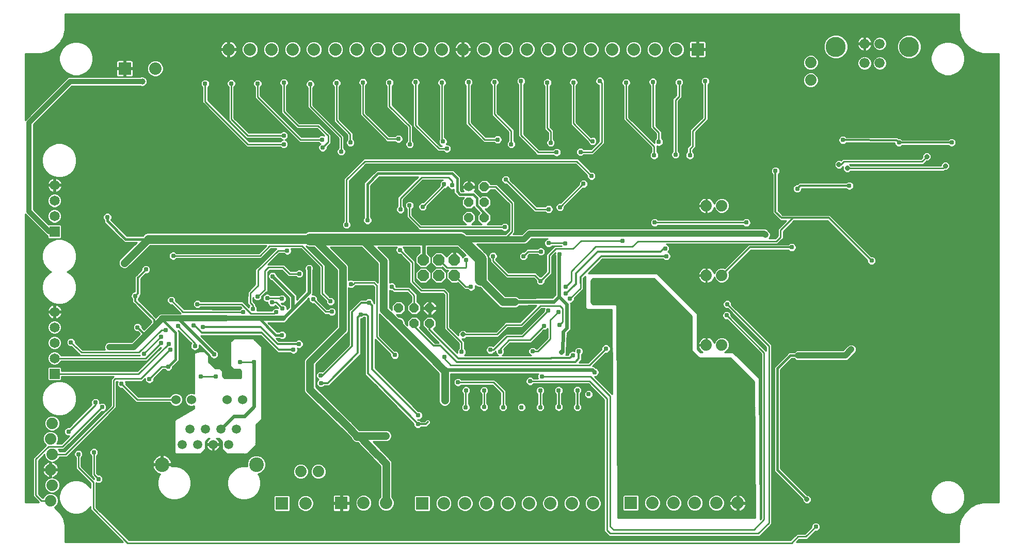
<source format=gbl>
G75*
%MOIN*%
%OFA0B0*%
%FSLAX24Y24*%
%IPPOS*%
%LPD*%
%AMOC8*
5,1,8,0,0,1.08239X$1,22.5*
%
%ADD10C,0.0650*%
%ADD11R,0.0650X0.0650*%
%ADD12OC8,0.0740*%
%ADD13C,0.0740*%
%ADD14R,0.0800X0.0800*%
%ADD15C,0.0800*%
%ADD16C,0.0660*%
%ADD17C,0.1300*%
%ADD18C,0.0945*%
%ADD19C,0.0591*%
%ADD20C,0.0600*%
%ADD21OC8,0.0600*%
%ADD22C,0.0310*%
%ADD23C,0.0100*%
%ADD24C,0.0240*%
%ADD25C,0.0500*%
%ADD26C,0.0320*%
%ADD27C,0.0120*%
%ADD28C,0.0160*%
%ADD29C,0.0760*%
%ADD30C,0.0400*%
%ADD31C,0.0357*%
%ADD32OC8,0.0310*%
%ADD33C,0.0560*%
%ADD34C,0.0396*%
D10*
X002500Y012480D03*
X002500Y013480D03*
X002500Y014480D03*
X002500Y015480D03*
X002500Y021670D03*
X002500Y022670D03*
X002500Y023670D03*
D11*
X002500Y020670D03*
X002500Y011480D03*
D12*
X026310Y017840D03*
X027310Y017840D03*
X028310Y017840D03*
X028310Y018840D03*
X027310Y018840D03*
X026310Y018840D03*
D13*
X044590Y017840D03*
X045590Y017840D03*
X045590Y013340D03*
X044590Y013340D03*
X044590Y022340D03*
X045590Y022340D03*
X051330Y030450D03*
X051330Y031590D03*
X019540Y005160D03*
X018400Y005160D03*
X002340Y004280D03*
X002240Y005280D03*
X002340Y006280D03*
X002240Y007280D03*
X002340Y008280D03*
X002240Y003280D03*
D14*
X017180Y003110D03*
X021010Y003120D03*
X026250Y003110D03*
X039720Y003120D03*
X007030Y031200D03*
X044027Y032445D03*
D15*
X042649Y032445D03*
X041271Y032445D03*
X039893Y032445D03*
X038515Y032445D03*
X037138Y032445D03*
X035760Y032445D03*
X034382Y032445D03*
X033004Y032445D03*
X031626Y032445D03*
X030248Y032445D03*
X028870Y032445D03*
X027515Y032445D03*
X026138Y032445D03*
X024760Y032445D03*
X023382Y032445D03*
X022004Y032445D03*
X020626Y032445D03*
X019248Y032445D03*
X017870Y032445D03*
X016492Y032445D03*
X015114Y032445D03*
X013736Y032445D03*
X008999Y031200D03*
X018698Y003110D03*
X022458Y003120D03*
X023906Y003120D03*
X027628Y003110D03*
X029006Y003110D03*
X030384Y003110D03*
X031762Y003110D03*
X033140Y003110D03*
X034518Y003110D03*
X035896Y003110D03*
X037274Y003110D03*
X041098Y003120D03*
X042476Y003120D03*
X043854Y003120D03*
X045232Y003120D03*
X046610Y003120D03*
D16*
X054810Y031551D03*
X055790Y031551D03*
X055790Y032811D03*
X054810Y032811D03*
D17*
X052950Y032611D03*
X057690Y032611D03*
D18*
X015535Y005610D03*
X009435Y005610D03*
D19*
X010735Y006910D03*
X011735Y006910D03*
X012735Y006910D03*
X013735Y006910D03*
X013235Y007910D03*
X012235Y007910D03*
X011235Y007910D03*
X014235Y007910D03*
D20*
X014635Y009810D03*
X013635Y009810D03*
X011335Y009810D03*
X010335Y009810D03*
X024720Y014730D03*
X029250Y023560D03*
D21*
X030250Y023560D03*
X030250Y022560D03*
X029250Y022560D03*
X029250Y021560D03*
X030250Y021560D03*
X026720Y015730D03*
X025720Y015730D03*
X024720Y015730D03*
X025720Y014730D03*
X026720Y014730D03*
D22*
X027490Y014910D03*
X028290Y015450D03*
X028580Y016550D03*
X029390Y017100D03*
X030670Y016130D03*
X032233Y016131D03*
X033830Y016850D03*
X034470Y016790D03*
X033880Y017470D03*
X032470Y018350D03*
X032780Y019070D03*
X033900Y019370D03*
X034400Y019920D03*
X035110Y019190D03*
X035470Y019900D03*
X036770Y020540D03*
X036940Y021730D03*
X035140Y022240D03*
X034410Y022110D03*
X031570Y020960D03*
X031140Y020650D03*
X031800Y020180D03*
X031860Y019470D03*
X030810Y019080D03*
X029070Y018840D03*
X027770Y020220D03*
X027480Y021740D03*
X026270Y022270D03*
X025420Y022360D03*
X024840Y022100D03*
X022710Y021400D03*
X021350Y021110D03*
X020760Y021090D03*
X022470Y020180D03*
X021080Y019450D03*
X021110Y018330D03*
X021640Y017280D03*
X022810Y016080D03*
X022260Y015310D03*
X020400Y015490D03*
X020320Y016150D03*
X019200Y016300D03*
X018090Y017410D03*
X018300Y017940D03*
X018940Y018290D03*
X017520Y019430D03*
X016570Y017780D03*
X015150Y017580D03*
X015600Y016470D03*
X016230Y016370D03*
X016535Y016085D03*
X017190Y016320D03*
X017220Y015690D03*
X016820Y015460D03*
X015300Y015670D03*
X014680Y015460D03*
X013570Y015050D03*
X012080Y014500D03*
X011460Y014600D03*
X010460Y014560D03*
X009670Y014290D03*
X009390Y013860D03*
X009370Y013460D03*
X009860Y013400D03*
X009980Y013020D03*
X010880Y013450D03*
X011560Y013260D03*
X011930Y013090D03*
X012800Y012730D03*
X013540Y013210D03*
X012360Y013730D03*
X014460Y012230D03*
X015390Y012235D03*
X016490Y011580D03*
X017350Y012510D03*
X017920Y013030D03*
X018280Y013400D03*
X017190Y013974D03*
X015910Y013620D03*
X019670Y011360D03*
X019700Y010880D03*
X018180Y010280D03*
X021370Y008120D03*
X023880Y007465D03*
X025960Y008220D03*
X025990Y008790D03*
X029050Y009310D03*
X030240Y009330D03*
X031460Y009310D03*
X032650Y009310D03*
X033860Y009310D03*
X035060Y009330D03*
X036260Y009310D03*
X036990Y010150D03*
X036260Y010410D03*
X035050Y010400D03*
X033860Y010390D03*
X033210Y011000D03*
X033960Y011300D03*
X031440Y011130D03*
X030240Y010390D03*
X029070Y010400D03*
X028550Y010930D03*
X027660Y012570D03*
X028790Y012890D03*
X029590Y012920D03*
X030640Y013020D03*
X031270Y012910D03*
X032280Y012930D03*
X033370Y012930D03*
X035960Y012670D03*
X036350Y012930D03*
X038110Y013100D03*
X038360Y012730D03*
X037380Y011580D03*
X036820Y014280D03*
X036480Y015090D03*
X035120Y014620D03*
X034120Y014570D03*
X034380Y015560D03*
X035030Y015470D03*
X035780Y016330D03*
X035500Y016650D03*
X035500Y017090D03*
X038750Y018460D03*
X039190Y020080D03*
X041250Y021250D03*
X039790Y022710D03*
X038390Y024280D03*
X037170Y024260D03*
X036655Y023750D03*
X036460Y025810D03*
X037240Y026510D03*
X034917Y025793D03*
X034540Y026410D03*
X031990Y026315D03*
X031110Y026610D03*
X027830Y026030D03*
X027580Y026490D03*
X025440Y026310D03*
X024710Y026660D03*
X021600Y026420D03*
X021010Y025840D03*
X019810Y026100D03*
X019770Y026610D03*
X017300Y026870D03*
X017300Y026310D03*
X022100Y023920D03*
X027650Y023720D03*
X028170Y023660D03*
X028790Y024400D03*
X030850Y024320D03*
X031640Y024030D03*
X031330Y021550D03*
X025610Y019160D03*
X024810Y019480D03*
X024380Y018720D03*
X025110Y017480D03*
X024260Y017110D03*
X025130Y016410D03*
X031090Y017590D03*
X032240Y014970D03*
X024470Y012690D03*
X023288Y006311D03*
X012910Y011305D03*
X011940Y011290D03*
X009840Y011930D03*
X008620Y011130D03*
X006820Y010820D03*
X005140Y010750D03*
X005140Y009630D03*
X005570Y009320D03*
X007400Y009400D03*
X003400Y007740D03*
X005040Y006400D03*
X004040Y006280D03*
X005340Y004670D03*
X008280Y012780D03*
X006980Y013860D03*
X006980Y014340D03*
X006080Y014370D03*
X006050Y013860D03*
X005230Y013850D03*
X005260Y014380D03*
X005230Y014890D03*
X005230Y015400D03*
X005240Y015920D03*
X006070Y015930D03*
X006980Y015930D03*
X006970Y015450D03*
X006950Y014930D03*
X006130Y014890D03*
X006100Y015410D03*
X007710Y016510D03*
X010040Y016230D03*
X011720Y015980D03*
X013090Y017170D03*
X010160Y019100D03*
X008400Y018220D03*
X007010Y018640D03*
X005910Y021600D03*
X007850Y014480D03*
X006040Y013210D03*
X003550Y013510D03*
X013050Y029910D03*
X012220Y030230D03*
X013910Y030240D03*
X014750Y029910D03*
X015610Y030230D03*
X016450Y029910D03*
X017310Y030290D03*
X018150Y029910D03*
X019010Y030200D03*
X019850Y029910D03*
X020710Y030270D03*
X021550Y029910D03*
X022410Y030310D03*
X023250Y029910D03*
X024120Y030300D03*
X024950Y029910D03*
X025810Y030320D03*
X026650Y029910D03*
X027510Y030300D03*
X028350Y029910D03*
X029230Y030320D03*
X030050Y029910D03*
X030910Y030320D03*
X031750Y029910D03*
X032620Y030390D03*
X033450Y029910D03*
X034320Y030300D03*
X035150Y029910D03*
X036010Y030310D03*
X036850Y029910D03*
X037710Y030400D03*
X038550Y029910D03*
X039410Y030290D03*
X040250Y029910D03*
X041140Y030340D03*
X041950Y029910D03*
X042830Y030310D03*
X043650Y029910D03*
X044520Y030390D03*
X045350Y029910D03*
X041525Y026465D03*
X041217Y025593D03*
X042600Y025640D03*
X043530Y025600D03*
X049050Y024590D03*
X050460Y023440D03*
X053820Y023630D03*
X057027Y026424D03*
X053410Y026585D03*
X060433Y026429D03*
X050110Y019650D03*
X048400Y020450D03*
X047175Y021250D03*
X045520Y019540D03*
X042010Y019080D03*
X041930Y019580D03*
X045940Y015970D03*
X045900Y015250D03*
X051060Y010060D03*
X053680Y006700D03*
X051290Y004590D03*
X051660Y001590D03*
X053640Y001350D03*
X055260Y018790D03*
D23*
X003190Y001675D02*
X003190Y000600D01*
X006905Y000600D01*
X004820Y002685D01*
X004820Y002907D01*
X004770Y002821D01*
X004566Y002616D01*
X004315Y002471D01*
X004035Y002396D01*
X003745Y002396D01*
X003466Y002471D01*
X003215Y002616D01*
X003010Y002821D01*
X002865Y003072D01*
X002790Y003352D01*
X002790Y003641D01*
X002865Y003921D01*
X003010Y004172D01*
X003215Y004377D01*
X003466Y004521D01*
X003745Y004596D01*
X004035Y004596D01*
X004315Y004521D01*
X004566Y004377D01*
X004770Y004172D01*
X004820Y004086D01*
X004820Y004385D01*
X003860Y005345D01*
X003860Y006057D01*
X003798Y006119D01*
X003755Y006223D01*
X003755Y006337D01*
X003798Y006441D01*
X003879Y006522D01*
X003983Y006565D01*
X004097Y006565D01*
X004201Y006522D01*
X004282Y006441D01*
X004325Y006337D01*
X004325Y006223D01*
X004282Y006119D01*
X004220Y006057D01*
X004220Y005495D01*
X005055Y004660D01*
X005055Y004700D01*
X004965Y004790D01*
X004860Y004895D01*
X004860Y006177D01*
X004798Y006239D01*
X004755Y006343D01*
X004755Y006457D01*
X004798Y006561D01*
X004879Y006642D01*
X004983Y006685D01*
X005097Y006685D01*
X005201Y006642D01*
X005282Y006561D01*
X005325Y006457D01*
X005325Y006343D01*
X005282Y006239D01*
X005220Y006177D01*
X005220Y005045D01*
X005310Y004955D01*
X005397Y004955D01*
X005501Y004912D01*
X005582Y004831D01*
X005625Y004727D01*
X005625Y004613D01*
X005582Y004509D01*
X005501Y004428D01*
X005397Y004385D01*
X005283Y004385D01*
X005180Y004428D01*
X005180Y002835D01*
X007295Y000720D01*
X050025Y000720D01*
X050330Y001025D01*
X050435Y001130D01*
X050945Y001130D01*
X051375Y001560D01*
X051375Y001647D01*
X051418Y001751D01*
X051499Y001832D01*
X051603Y001875D01*
X051717Y001875D01*
X051821Y001832D01*
X051902Y001751D01*
X051945Y001647D01*
X051945Y001533D01*
X051902Y001429D01*
X051821Y001348D01*
X051717Y001305D01*
X051630Y001305D01*
X051095Y000770D01*
X050585Y000770D01*
X050415Y000600D01*
X060900Y000600D01*
X060900Y001616D01*
X061023Y002074D01*
X061023Y002074D01*
X061260Y002485D01*
X061260Y002485D01*
X061595Y002820D01*
X061595Y002820D01*
X062006Y003057D01*
X062006Y003057D01*
X062464Y003180D01*
X063480Y003180D01*
X063480Y032170D01*
X062444Y032170D01*
X061998Y032290D01*
X061998Y032290D01*
X061597Y032521D01*
X061597Y032521D01*
X061271Y032847D01*
X061271Y032847D01*
X061040Y033248D01*
X061040Y033248D01*
X060920Y033694D01*
X060920Y034740D01*
X003180Y034740D01*
X003180Y033718D01*
X003059Y033268D01*
X003059Y033268D01*
X002826Y032864D01*
X002826Y032864D01*
X002826Y032864D01*
X002496Y032534D01*
X002496Y032534D01*
X002092Y032301D01*
X002092Y032301D01*
X001642Y032180D01*
X000600Y032180D01*
X000600Y027880D01*
X003254Y030534D01*
X003336Y030616D01*
X003442Y030660D01*
X003558Y030660D01*
X003582Y030650D01*
X007593Y030650D01*
X007594Y030650D01*
X007651Y030650D01*
X007708Y030650D01*
X007709Y030650D01*
X007889Y030649D01*
X007975Y030649D01*
X008095Y030698D01*
X008225Y030698D01*
X008346Y030648D01*
X008438Y030556D01*
X008488Y030435D01*
X008488Y030305D01*
X008438Y030184D01*
X008346Y030092D01*
X008225Y030042D01*
X008095Y030042D01*
X008030Y030069D01*
X007945Y030069D01*
X007944Y030068D01*
X007888Y030069D01*
X007831Y030069D01*
X007830Y030069D01*
X007649Y030070D01*
X003610Y030070D01*
X001130Y027590D01*
X001130Y022100D01*
X002113Y021117D01*
X002121Y021125D01*
X002879Y021125D01*
X002955Y021049D01*
X002955Y020291D01*
X002879Y020215D01*
X002121Y020215D01*
X002045Y020291D01*
X002045Y020400D01*
X001986Y020424D01*
X000676Y021734D01*
X000600Y021810D01*
X000600Y003180D01*
X001485Y003180D01*
X001460Y003205D01*
X001100Y003565D01*
X001100Y005876D01*
X001100Y005877D01*
X001100Y005951D01*
X001100Y006025D01*
X001100Y006025D01*
X001100Y006026D01*
X001153Y006078D01*
X001205Y006130D01*
X001206Y006130D01*
X001949Y006864D01*
X001816Y006997D01*
X001740Y007181D01*
X001740Y007379D01*
X001816Y007563D01*
X001957Y007704D01*
X002141Y007780D01*
X002339Y007780D01*
X002523Y007704D01*
X002664Y007563D01*
X002740Y007379D01*
X002740Y007181D01*
X002664Y006997D01*
X002627Y006960D01*
X002926Y006960D01*
X003427Y007455D01*
X003343Y007455D01*
X003239Y007498D01*
X003158Y007579D01*
X003115Y007683D01*
X003115Y007797D01*
X003158Y007901D01*
X003239Y007982D01*
X003343Y008025D01*
X003430Y008025D01*
X004891Y009486D01*
X004855Y009573D01*
X004855Y009687D01*
X003908Y009687D01*
X003920Y009733D02*
X003844Y009448D01*
X003696Y009192D01*
X003488Y008984D01*
X003232Y008836D01*
X002947Y008760D01*
X002653Y008760D01*
X002368Y008836D01*
X002112Y008984D01*
X001904Y009192D01*
X001756Y009448D01*
X001680Y009733D01*
X001680Y010027D01*
X001756Y010312D01*
X001904Y010568D01*
X002112Y010776D01*
X002368Y010924D01*
X002653Y011000D01*
X002947Y011000D01*
X003232Y010924D01*
X003488Y010776D01*
X003696Y010568D01*
X003844Y010312D01*
X003920Y010027D01*
X003920Y009733D01*
X003920Y009786D02*
X004896Y009786D01*
X004898Y009791D02*
X004855Y009687D01*
X004855Y009589D02*
X003881Y009589D01*
X003855Y009490D02*
X004889Y009490D01*
X004797Y009392D02*
X003811Y009392D01*
X003754Y009293D02*
X004699Y009293D01*
X004600Y009195D02*
X003698Y009195D01*
X003600Y009096D02*
X004502Y009096D01*
X004403Y008998D02*
X003502Y008998D01*
X003341Y008899D02*
X004305Y008899D01*
X004206Y008801D02*
X003099Y008801D01*
X002764Y008563D02*
X002623Y008704D01*
X002439Y008780D01*
X002241Y008780D01*
X002057Y008704D01*
X001916Y008563D01*
X001840Y008379D01*
X001840Y008181D01*
X001916Y007997D01*
X002057Y007856D01*
X002241Y007780D01*
X002439Y007780D01*
X002623Y007856D01*
X002764Y007997D01*
X002840Y008181D01*
X002840Y008379D01*
X002764Y008563D01*
X002723Y008604D02*
X004009Y008604D01*
X004108Y008702D02*
X002625Y008702D01*
X002501Y008801D02*
X000600Y008801D01*
X000600Y008899D02*
X002259Y008899D01*
X002098Y008998D02*
X000600Y008998D01*
X000600Y009096D02*
X002000Y009096D01*
X001902Y009195D02*
X000600Y009195D01*
X000600Y009293D02*
X001846Y009293D01*
X001789Y009392D02*
X000600Y009392D01*
X000600Y009490D02*
X001745Y009490D01*
X001719Y009589D02*
X000600Y009589D01*
X000600Y009687D02*
X001692Y009687D01*
X001680Y009786D02*
X000600Y009786D01*
X000600Y009884D02*
X001680Y009884D01*
X001680Y009983D02*
X000600Y009983D01*
X000600Y010081D02*
X001694Y010081D01*
X001721Y010180D02*
X000600Y010180D01*
X000600Y010278D02*
X001747Y010278D01*
X001793Y010377D02*
X000600Y010377D01*
X000600Y010475D02*
X001850Y010475D01*
X001910Y010574D02*
X000600Y010574D01*
X000600Y010672D02*
X002008Y010672D01*
X002107Y010771D02*
X000600Y010771D01*
X000600Y010869D02*
X002273Y010869D01*
X002121Y011025D02*
X002879Y011025D01*
X002955Y011101D01*
X002955Y011300D01*
X006305Y011300D01*
X006240Y011235D01*
X006130Y011125D01*
X006130Y009445D01*
X003145Y006460D01*
X002807Y006460D01*
X002764Y006563D01*
X002727Y006600D01*
X002999Y006600D01*
X003074Y006600D01*
X003075Y006600D01*
X003127Y006652D01*
X005538Y009035D01*
X005627Y009035D01*
X005731Y009078D01*
X005812Y009159D01*
X005855Y009263D01*
X005855Y009377D01*
X005812Y009481D01*
X005731Y009562D01*
X005627Y009605D01*
X005513Y009605D01*
X005423Y009567D01*
X005425Y009573D01*
X005425Y009687D01*
X006130Y009687D01*
X006130Y009589D02*
X005666Y009589D01*
X005803Y009490D02*
X006130Y009490D01*
X006077Y009392D02*
X005849Y009392D01*
X005855Y009293D02*
X005979Y009293D01*
X005880Y009195D02*
X005827Y009195D01*
X005782Y009096D02*
X005749Y009096D01*
X005683Y008998D02*
X005500Y008998D01*
X005585Y008899D02*
X005400Y008899D01*
X005486Y008801D02*
X005301Y008801D01*
X005388Y008702D02*
X005201Y008702D01*
X005289Y008604D02*
X005101Y008604D01*
X005191Y008505D02*
X005002Y008505D01*
X005092Y008407D02*
X004902Y008407D01*
X004994Y008308D02*
X004802Y008308D01*
X004895Y008210D02*
X004703Y008210D01*
X004797Y008111D02*
X004603Y008111D01*
X004698Y008013D02*
X004503Y008013D01*
X004600Y007914D02*
X004404Y007914D01*
X004501Y007816D02*
X004304Y007816D01*
X004204Y007717D02*
X004403Y007717D01*
X004304Y007619D02*
X004105Y007619D01*
X004005Y007520D02*
X004206Y007520D01*
X004107Y007422D02*
X003905Y007422D01*
X003806Y007323D02*
X004009Y007323D01*
X003910Y007225D02*
X003706Y007225D01*
X003606Y007126D02*
X003812Y007126D01*
X003713Y007028D02*
X003507Y007028D01*
X003407Y006929D02*
X003615Y006929D01*
X003516Y006831D02*
X003307Y006831D01*
X003208Y006732D02*
X003418Y006732D01*
X003319Y006634D02*
X003108Y006634D01*
X003074Y006600D02*
X003074Y006600D01*
X003221Y006535D02*
X002776Y006535D01*
X003000Y006780D02*
X002120Y006780D01*
X001280Y005950D01*
X001280Y003640D01*
X001640Y003280D01*
X002240Y003280D01*
X002702Y003088D02*
X002861Y003088D01*
X002835Y003186D02*
X002740Y003186D01*
X002740Y003181D02*
X002740Y003379D01*
X002664Y003563D01*
X002523Y003704D01*
X002339Y003780D01*
X002141Y003780D01*
X001957Y003704D01*
X001816Y003563D01*
X001773Y003460D01*
X001715Y003460D01*
X001460Y003715D01*
X001460Y005875D01*
X001840Y006250D01*
X001840Y006181D01*
X001916Y005997D01*
X002057Y005856D01*
X002241Y005780D01*
X002290Y005780D01*
X002290Y005330D01*
X002759Y005330D01*
X002747Y005402D01*
X002722Y005480D01*
X002685Y005553D01*
X002637Y005619D01*
X002579Y005677D01*
X002513Y005725D01*
X002440Y005762D01*
X002384Y005780D01*
X002439Y005780D01*
X002623Y005856D01*
X002764Y005997D01*
X002807Y006100D01*
X003295Y006100D01*
X006385Y009190D01*
X006490Y009295D01*
X006490Y010975D01*
X006495Y010980D01*
X006578Y010980D01*
X006535Y010877D01*
X006535Y010763D01*
X006578Y010659D01*
X006659Y010578D01*
X006763Y010535D01*
X006850Y010535D01*
X007650Y009735D01*
X007755Y009630D01*
X009944Y009630D01*
X009970Y009566D01*
X010091Y009445D01*
X010249Y009380D01*
X010421Y009380D01*
X010579Y009445D01*
X010700Y009566D01*
X010765Y009724D01*
X010765Y009896D01*
X010700Y010054D01*
X010579Y010175D01*
X010421Y010240D01*
X010249Y010240D01*
X010091Y010175D01*
X009970Y010054D01*
X009944Y009990D01*
X007905Y009990D01*
X007105Y010790D01*
X007105Y010877D01*
X007062Y010980D01*
X008145Y010980D01*
X008335Y011170D01*
X008335Y011073D01*
X008378Y010969D01*
X008459Y010888D01*
X008563Y010845D01*
X008677Y010845D01*
X008781Y010888D01*
X008862Y010969D01*
X008905Y011073D01*
X008905Y011160D01*
X009495Y011750D01*
X009617Y011750D01*
X009679Y011688D01*
X009783Y011645D01*
X009897Y011645D01*
X010001Y011688D01*
X010082Y011769D01*
X010125Y011873D01*
X010125Y011918D01*
X010407Y012200D01*
X010530Y012323D01*
X010530Y014227D01*
X010482Y014275D01*
X010490Y014275D01*
X011331Y013434D01*
X011318Y013421D01*
X011275Y013317D01*
X011275Y013203D01*
X011318Y013099D01*
X011399Y013018D01*
X011503Y012975D01*
X011617Y012975D01*
X011721Y013018D01*
X011802Y013099D01*
X011845Y013203D01*
X011845Y013317D01*
X011835Y013342D01*
X012523Y012653D01*
X012558Y012569D01*
X012639Y012488D01*
X012743Y012445D01*
X012450Y012445D01*
X012450Y012347D02*
X013840Y012347D01*
X013840Y012445D02*
X012857Y012445D01*
X012961Y012488D01*
X013042Y012569D01*
X013085Y012673D01*
X013085Y012787D01*
X013042Y012891D01*
X012961Y012972D01*
X012877Y013007D01*
X011944Y013940D01*
X015801Y013940D01*
X016901Y012840D01*
X017707Y012840D01*
X017759Y012788D01*
X017863Y012745D01*
X017977Y012745D01*
X018081Y012788D01*
X018162Y012869D01*
X018205Y012973D01*
X018205Y013087D01*
X018187Y013130D01*
X018223Y013115D01*
X018337Y013115D01*
X018441Y013158D01*
X018522Y013239D01*
X018565Y013343D01*
X018565Y013457D01*
X018522Y013561D01*
X018441Y013642D01*
X018337Y013685D01*
X018223Y013685D01*
X018119Y013642D01*
X018067Y013590D01*
X016989Y013590D01*
X016814Y013764D01*
X016997Y013764D01*
X017029Y013733D01*
X017133Y013689D01*
X017247Y013689D01*
X017351Y013733D01*
X017432Y013813D01*
X017475Y013918D01*
X017475Y014031D01*
X017432Y014136D01*
X017351Y014216D01*
X017247Y014259D01*
X017133Y014259D01*
X017029Y014216D01*
X016997Y014184D01*
X016862Y014184D01*
X016287Y014760D01*
X017318Y014760D01*
X017424Y014804D01*
X017506Y014886D01*
X017546Y014982D01*
X018027Y015463D01*
X018097Y015533D01*
X018915Y016351D01*
X018915Y016243D01*
X018958Y016139D01*
X019039Y016058D01*
X019143Y016015D01*
X019230Y016015D01*
X019830Y015415D01*
X019935Y015310D01*
X020177Y015310D01*
X020239Y015248D01*
X020343Y015205D01*
X020457Y015205D01*
X020561Y015248D01*
X020642Y015329D01*
X020685Y015433D01*
X020685Y015547D01*
X020642Y015651D01*
X020561Y015732D01*
X020457Y015775D01*
X020343Y015775D01*
X020239Y015732D01*
X020177Y015670D01*
X020085Y015670D01*
X019485Y016270D01*
X019485Y016357D01*
X019442Y016461D01*
X019361Y016542D01*
X019257Y016585D01*
X019149Y016585D01*
X019152Y016588D01*
X019190Y016680D01*
X019190Y018149D01*
X019225Y018233D01*
X019225Y018347D01*
X019182Y018451D01*
X019101Y018532D01*
X018997Y018575D01*
X018883Y018575D01*
X018779Y018532D01*
X018698Y018451D01*
X018655Y018347D01*
X018655Y018233D01*
X018690Y018149D01*
X018690Y016834D01*
X018135Y016279D01*
X018135Y016515D01*
X018097Y016607D01*
X018027Y016677D01*
X016847Y017857D01*
X016812Y017941D01*
X016731Y018022D01*
X016627Y018065D01*
X016513Y018065D01*
X016409Y018022D01*
X016328Y017941D01*
X016285Y017837D01*
X016285Y017723D01*
X016328Y017619D01*
X016409Y017538D01*
X016493Y017503D01*
X017635Y016361D01*
X017635Y015779D01*
X017505Y015649D01*
X017505Y015747D01*
X017462Y015851D01*
X017381Y015932D01*
X017277Y015975D01*
X017190Y015975D01*
X017127Y016038D01*
X017133Y016035D01*
X017247Y016035D01*
X017351Y016078D01*
X017432Y016159D01*
X017475Y016263D01*
X017475Y016377D01*
X017432Y016481D01*
X017351Y016562D01*
X017247Y016605D01*
X017133Y016605D01*
X017029Y016562D01*
X017017Y016550D01*
X016453Y016550D01*
X016391Y016612D01*
X016287Y016655D01*
X016173Y016655D01*
X016069Y016612D01*
X015988Y016531D01*
X015945Y016427D01*
X015945Y016313D01*
X015988Y016209D01*
X016069Y016128D01*
X016173Y016085D01*
X016250Y016085D01*
X016250Y016028D01*
X016293Y015924D01*
X016374Y015843D01*
X016478Y015800D01*
X016592Y015800D01*
X016696Y015843D01*
X016754Y015901D01*
X016934Y015721D01*
X016877Y015745D01*
X016763Y015745D01*
X016659Y015702D01*
X016578Y015621D01*
X016553Y015560D01*
X015563Y015560D01*
X015585Y015613D01*
X015585Y015727D01*
X015542Y015831D01*
X015480Y015893D01*
X015480Y015985D01*
X015375Y016090D01*
X016162Y016090D01*
X016265Y015991D02*
X015473Y015991D01*
X015480Y015893D02*
X016324Y015893D01*
X016535Y016085D02*
X016825Y016085D01*
X017220Y015690D01*
X017420Y015893D02*
X017635Y015893D01*
X017635Y015991D02*
X017173Y015991D01*
X017363Y016090D02*
X017635Y016090D01*
X017635Y016188D02*
X017444Y016188D01*
X017475Y016287D02*
X017635Y016287D01*
X017611Y016385D02*
X017471Y016385D01*
X017429Y016484D02*
X017513Y016484D01*
X017414Y016582D02*
X017302Y016582D01*
X017316Y016681D02*
X016113Y016681D01*
X016158Y016720D02*
X016165Y016720D01*
X016213Y016769D01*
X016265Y016814D01*
X016265Y016821D01*
X016270Y016825D01*
X016270Y016894D01*
X016274Y016963D01*
X016270Y016968D01*
X016270Y018045D01*
X016395Y018170D01*
X017175Y018170D01*
X017480Y017865D01*
X017585Y017760D01*
X018077Y017760D01*
X018139Y017698D01*
X018243Y017655D01*
X018357Y017655D01*
X018461Y017698D01*
X018542Y017779D01*
X018585Y017883D01*
X018585Y017997D01*
X018542Y018101D01*
X018461Y018182D01*
X018357Y018225D01*
X018243Y018225D01*
X018139Y018182D01*
X018077Y018120D01*
X017735Y018120D01*
X017430Y018425D01*
X017325Y018530D01*
X016269Y018530D01*
X017013Y019250D01*
X017297Y019250D01*
X017359Y019188D01*
X017463Y019145D01*
X017577Y019145D01*
X017681Y019188D01*
X017762Y019269D01*
X017805Y019373D01*
X017805Y019487D01*
X017779Y019550D01*
X018415Y019550D01*
X019610Y018355D01*
X019221Y018355D01*
X019225Y018257D02*
X019610Y018257D01*
X019610Y018355D02*
X019610Y016605D01*
X019715Y016500D01*
X020035Y016180D01*
X020035Y016093D01*
X020078Y015989D01*
X020159Y015908D01*
X020263Y015865D01*
X020377Y015865D01*
X020481Y015908D01*
X020562Y015989D01*
X020605Y016093D01*
X020605Y016207D01*
X020562Y016311D01*
X020481Y016392D01*
X020377Y016435D01*
X020290Y016435D01*
X019970Y016755D01*
X019970Y018505D01*
X018745Y019729D01*
X018889Y019670D01*
X019233Y019670D01*
X020730Y018173D01*
X020730Y014517D01*
X018668Y012455D01*
X018610Y012316D01*
X018610Y010534D01*
X018609Y010532D01*
X018610Y010458D01*
X018610Y010384D01*
X018611Y010383D01*
X018611Y010381D01*
X018640Y010313D01*
X018668Y010245D01*
X018669Y010244D01*
X018670Y010242D01*
X018722Y010190D01*
X018775Y010138D01*
X018776Y010137D01*
X021103Y007850D01*
X021665Y007288D01*
X021703Y007195D01*
X021810Y007088D01*
X021950Y007030D01*
X022088Y007030D01*
X023064Y005995D01*
X023112Y005944D01*
X023526Y005505D01*
X023526Y003490D01*
X023457Y003420D01*
X023376Y003225D01*
X023376Y003015D01*
X023457Y002820D01*
X023606Y002671D01*
X023800Y002590D01*
X024011Y002590D01*
X024206Y002671D01*
X024355Y002820D01*
X024436Y003015D01*
X024436Y003225D01*
X024355Y003420D01*
X024286Y003490D01*
X024286Y005650D01*
X024288Y005720D01*
X024286Y005726D01*
X024286Y005731D01*
X024259Y005796D01*
X024234Y005862D01*
X024230Y005866D01*
X024228Y005871D01*
X024179Y005921D01*
X023665Y006465D01*
X023665Y006465D01*
X023617Y006516D01*
X023617Y006516D01*
X023081Y007085D01*
X023956Y007085D01*
X024095Y007142D01*
X024202Y007249D01*
X024260Y007389D01*
X024260Y007540D01*
X024202Y007680D01*
X024095Y007787D01*
X023956Y007845D01*
X022183Y007845D01*
X021691Y008336D01*
X021690Y008338D01*
X021638Y008390D01*
X021585Y008442D01*
X021584Y008443D01*
X019370Y010619D01*
X019370Y012083D01*
X021325Y014038D01*
X021432Y014145D01*
X021490Y014284D01*
X021490Y017034D01*
X021583Y016995D01*
X021697Y016995D01*
X021801Y017038D01*
X021863Y017100D01*
X021875Y017100D01*
X021945Y017170D01*
X023055Y017170D01*
X023130Y017095D01*
X023130Y016039D01*
X023095Y016074D01*
X023095Y016137D01*
X023052Y016241D01*
X022971Y016322D01*
X022867Y016365D01*
X022753Y016365D01*
X022649Y016322D01*
X022597Y016270D01*
X022231Y016270D01*
X021631Y015670D01*
X021520Y015559D01*
X021520Y013339D01*
X019797Y011616D01*
X019727Y011645D01*
X019613Y011645D01*
X019509Y011602D01*
X019428Y011521D01*
X019385Y011417D01*
X019385Y011303D01*
X019428Y011199D01*
X019509Y011118D01*
X019527Y011111D01*
X019458Y011041D01*
X019415Y010937D01*
X019415Y010823D01*
X019458Y010719D01*
X019539Y010638D01*
X019643Y010595D01*
X019757Y010595D01*
X019861Y010638D01*
X019913Y010690D01*
X020219Y010690D01*
X020330Y010801D01*
X022270Y012741D01*
X022270Y015025D01*
X022317Y015025D01*
X022421Y015068D01*
X022473Y015120D01*
X022540Y015120D01*
X022540Y011411D01*
X022651Y011300D01*
X023195Y010756D01*
X025675Y008239D01*
X025675Y008163D01*
X025718Y008059D01*
X025799Y007978D01*
X025903Y007935D01*
X026017Y007935D01*
X026121Y007978D01*
X026173Y008030D01*
X026549Y008030D01*
X026790Y008271D01*
X026790Y008429D01*
X026679Y008540D01*
X026521Y008540D01*
X026391Y008410D01*
X026173Y008410D01*
X026121Y008462D01*
X026017Y008505D01*
X025946Y008505D01*
X025946Y008505D01*
X026047Y008505D01*
X026486Y008505D01*
X026714Y008505D02*
X037980Y008505D01*
X037980Y008407D02*
X026790Y008407D01*
X026790Y008308D02*
X037980Y008308D01*
X037980Y008210D02*
X026728Y008210D01*
X026630Y008111D02*
X037980Y008111D01*
X037980Y008013D02*
X026156Y008013D01*
X025764Y008013D02*
X022015Y008013D01*
X021916Y008111D02*
X025697Y008111D01*
X025675Y008210D02*
X021818Y008210D01*
X021719Y008308D02*
X025607Y008308D01*
X025509Y008407D02*
X021621Y008407D01*
X021520Y008505D02*
X025412Y008505D01*
X025315Y008604D02*
X021420Y008604D01*
X021320Y008702D02*
X025218Y008702D01*
X025121Y008801D02*
X021220Y008801D01*
X021120Y008899D02*
X025024Y008899D01*
X024927Y008998D02*
X021019Y008998D01*
X020919Y009096D02*
X024830Y009096D01*
X024733Y009195D02*
X020819Y009195D01*
X020719Y009293D02*
X024636Y009293D01*
X024539Y009392D02*
X020619Y009392D01*
X020518Y009490D02*
X024442Y009490D01*
X024345Y009589D02*
X020418Y009589D01*
X020318Y009687D02*
X024248Y009687D01*
X024151Y009786D02*
X020218Y009786D01*
X020118Y009884D02*
X024054Y009884D01*
X023957Y009983D02*
X020018Y009983D01*
X019917Y010081D02*
X023860Y010081D01*
X023763Y010180D02*
X019817Y010180D01*
X019717Y010278D02*
X023666Y010278D01*
X023569Y010377D02*
X019617Y010377D01*
X019517Y010475D02*
X023472Y010475D01*
X023375Y010574D02*
X019416Y010574D01*
X019370Y010672D02*
X019505Y010672D01*
X019437Y010771D02*
X019370Y010771D01*
X019370Y010869D02*
X019415Y010869D01*
X019428Y010968D02*
X019370Y010968D01*
X019370Y011066D02*
X019483Y011066D01*
X019462Y011165D02*
X019370Y011165D01*
X019370Y011263D02*
X019402Y011263D01*
X019385Y011362D02*
X019370Y011362D01*
X019370Y011460D02*
X019403Y011460D01*
X019370Y011559D02*
X019466Y011559D01*
X019370Y011657D02*
X019838Y011657D01*
X019937Y011756D02*
X019370Y011756D01*
X019370Y011854D02*
X020035Y011854D01*
X020134Y011953D02*
X019370Y011953D01*
X019370Y012051D02*
X020232Y012051D01*
X020331Y012150D02*
X019437Y012150D01*
X019536Y012248D02*
X020429Y012248D01*
X020528Y012347D02*
X019634Y012347D01*
X019733Y012445D02*
X020626Y012445D01*
X020725Y012544D02*
X019831Y012544D01*
X019930Y012642D02*
X020823Y012642D01*
X020922Y012741D02*
X020028Y012741D01*
X020127Y012839D02*
X021020Y012839D01*
X021119Y012938D02*
X020225Y012938D01*
X020324Y013036D02*
X021217Y013036D01*
X021316Y013135D02*
X020422Y013135D01*
X020521Y013233D02*
X021414Y013233D01*
X021513Y013332D02*
X020619Y013332D01*
X020718Y013430D02*
X021520Y013430D01*
X021520Y013529D02*
X020816Y013529D01*
X020915Y013627D02*
X021520Y013627D01*
X021520Y013726D02*
X021013Y013726D01*
X021112Y013824D02*
X021520Y013824D01*
X021520Y013923D02*
X021210Y013923D01*
X021309Y014021D02*
X021520Y014021D01*
X021520Y014120D02*
X021407Y014120D01*
X021463Y014218D02*
X021520Y014218D01*
X021520Y014317D02*
X021490Y014317D01*
X021490Y014415D02*
X021520Y014415D01*
X021520Y014514D02*
X021490Y014514D01*
X021490Y014612D02*
X021520Y014612D01*
X021520Y014711D02*
X021490Y014711D01*
X021490Y014809D02*
X021520Y014809D01*
X021520Y014908D02*
X021490Y014908D01*
X021490Y015006D02*
X021520Y015006D01*
X021520Y015105D02*
X021490Y015105D01*
X021490Y015203D02*
X021520Y015203D01*
X021520Y015302D02*
X021490Y015302D01*
X021490Y015400D02*
X021520Y015400D01*
X021520Y015499D02*
X021490Y015499D01*
X021490Y015597D02*
X021558Y015597D01*
X021631Y015670D02*
X021631Y015670D01*
X021657Y015696D02*
X021490Y015696D01*
X021490Y015794D02*
X021755Y015794D01*
X021854Y015893D02*
X021490Y015893D01*
X021490Y015991D02*
X021952Y015991D01*
X022051Y016090D02*
X021490Y016090D01*
X021490Y016188D02*
X022149Y016188D01*
X022614Y016287D02*
X021490Y016287D01*
X021490Y016385D02*
X023130Y016385D01*
X023130Y016287D02*
X023006Y016287D01*
X023074Y016188D02*
X023130Y016188D01*
X023130Y016090D02*
X023095Y016090D01*
X023130Y016484D02*
X021490Y016484D01*
X021490Y016582D02*
X023130Y016582D01*
X023130Y016681D02*
X021490Y016681D01*
X021490Y016779D02*
X023130Y016779D01*
X023130Y016878D02*
X021490Y016878D01*
X021490Y016976D02*
X023130Y016976D01*
X023130Y017075D02*
X021838Y017075D01*
X021800Y017280D02*
X021870Y017350D01*
X023130Y017350D01*
X023310Y017170D01*
X023310Y013850D01*
X024470Y012690D01*
X024440Y012975D02*
X023490Y013925D01*
X023490Y015323D01*
X024180Y014633D01*
X026378Y012435D01*
X026378Y012435D01*
X027303Y011510D01*
X027303Y011510D01*
X027320Y011493D01*
X027320Y009674D01*
X027378Y009535D01*
X027485Y009428D01*
X027624Y009370D01*
X027776Y009370D01*
X027915Y009428D01*
X028022Y009535D01*
X028080Y009674D01*
X028080Y011475D01*
X033732Y011475D01*
X033719Y011462D01*
X033675Y011357D01*
X033675Y011243D01*
X033702Y011180D01*
X033433Y011180D01*
X033372Y011242D01*
X033267Y011285D01*
X033154Y011285D01*
X033049Y011242D01*
X032969Y011162D01*
X032925Y011057D01*
X032925Y010943D01*
X032969Y010839D01*
X033049Y010758D01*
X033154Y010715D01*
X033267Y010715D01*
X033372Y010758D01*
X033433Y010820D01*
X036966Y010820D01*
X037980Y009806D01*
X037980Y001306D01*
X038086Y001200D01*
X038316Y000970D01*
X048025Y000970D01*
X048130Y001076D01*
X048810Y001756D01*
X048810Y013355D01*
X048705Y013460D01*
X046225Y015940D01*
X046225Y016027D01*
X046182Y016132D01*
X046102Y016212D01*
X045997Y016255D01*
X045884Y016255D01*
X045779Y016212D01*
X045699Y016132D01*
X045655Y016027D01*
X045655Y015913D01*
X045699Y015809D01*
X045779Y015728D01*
X045884Y015685D01*
X045971Y015685D01*
X048450Y013206D01*
X048450Y012955D01*
X048395Y013010D01*
X046185Y015220D01*
X046185Y015307D01*
X046142Y015412D01*
X046062Y015492D01*
X045957Y015535D01*
X045844Y015535D01*
X045739Y015492D01*
X045659Y015412D01*
X045615Y015307D01*
X045615Y015193D01*
X045659Y015089D01*
X045739Y015008D01*
X045844Y014965D01*
X045931Y014965D01*
X048140Y012756D01*
X048140Y002125D01*
X048079Y002064D01*
X048020Y011111D01*
X048020Y011180D01*
X048020Y011181D01*
X048020Y011182D01*
X047970Y011231D01*
X046320Y012880D01*
X045786Y012880D01*
X045873Y012916D01*
X046014Y013057D01*
X046090Y013241D01*
X046090Y013439D01*
X046014Y013623D01*
X045873Y013764D01*
X045689Y013840D01*
X045491Y013840D01*
X045307Y013764D01*
X045166Y013623D01*
X045098Y013458D01*
X045097Y013462D01*
X045072Y013540D01*
X045035Y013613D01*
X044987Y013679D01*
X044929Y013737D01*
X044863Y013785D01*
X044790Y013822D01*
X044712Y013847D01*
X044631Y013860D01*
X044620Y013860D01*
X044620Y013370D01*
X044560Y013370D01*
X044560Y013860D01*
X044549Y013860D01*
X044468Y013847D01*
X044390Y013822D01*
X044317Y013785D01*
X044251Y013737D01*
X044193Y013679D01*
X044145Y013613D01*
X044108Y013540D01*
X044083Y013462D01*
X044070Y013381D01*
X044070Y013370D01*
X044560Y013370D01*
X044560Y013310D01*
X044070Y013310D01*
X044070Y013299D01*
X044083Y013218D01*
X044108Y013140D01*
X044145Y013067D01*
X044193Y013001D01*
X044251Y012943D01*
X044317Y012895D01*
X044347Y012880D01*
X044220Y012880D01*
X044020Y013080D01*
X044020Y015380D01*
X043920Y015480D01*
X041420Y017980D01*
X036979Y017980D01*
X037889Y018890D01*
X041797Y018890D01*
X041849Y018838D01*
X041953Y018795D01*
X042067Y018795D01*
X042171Y018838D01*
X042252Y018919D01*
X042295Y019023D01*
X042295Y019137D01*
X042252Y019241D01*
X042171Y019322D01*
X042103Y019350D01*
X042172Y019419D01*
X042215Y019523D01*
X042215Y019637D01*
X042172Y019741D01*
X042091Y019822D01*
X041999Y019860D01*
X049185Y019860D01*
X049455Y020130D01*
X049560Y020235D01*
X049560Y020675D01*
X050245Y021360D01*
X052421Y021360D01*
X054975Y018806D01*
X054975Y018733D01*
X055018Y018629D01*
X055099Y018548D01*
X055203Y018505D01*
X055317Y018505D01*
X055421Y018548D01*
X055502Y018629D01*
X055545Y018733D01*
X055545Y018847D01*
X055502Y018951D01*
X055421Y019032D01*
X055317Y019075D01*
X055244Y019075D01*
X052690Y021629D01*
X052579Y021740D01*
X049519Y021740D01*
X049240Y022019D01*
X049240Y024377D01*
X049292Y024429D01*
X049335Y024533D01*
X049335Y024647D01*
X049292Y024751D01*
X049211Y024832D01*
X049107Y024875D01*
X048993Y024875D01*
X048889Y024832D01*
X048808Y024751D01*
X048765Y024647D01*
X048765Y024533D01*
X048808Y024429D01*
X048860Y024377D01*
X048860Y021861D01*
X048971Y021750D01*
X049361Y021360D01*
X049735Y021360D01*
X049200Y020825D01*
X049200Y020385D01*
X049035Y020220D01*
X048637Y020220D01*
X048680Y020263D01*
X048730Y020384D01*
X048730Y020516D01*
X048680Y020637D01*
X048590Y020727D01*
X048497Y020820D01*
X048376Y020870D01*
X036704Y020870D01*
X036680Y020860D01*
X033104Y020860D01*
X032983Y020810D01*
X032683Y020510D01*
X032125Y020510D01*
X032220Y020605D01*
X032220Y022585D01*
X032115Y022690D01*
X031065Y023740D01*
X030678Y023740D01*
X030428Y023990D01*
X030072Y023990D01*
X029820Y023738D01*
X029820Y023382D01*
X030072Y023130D01*
X030428Y023130D01*
X030678Y023380D01*
X030915Y023380D01*
X031860Y022435D01*
X031860Y020755D01*
X031615Y020510D01*
X029111Y020510D01*
X029009Y020612D01*
X028821Y020690D01*
X018889Y020690D01*
X018701Y020612D01*
X018679Y020590D01*
X008468Y020590D01*
X008318Y020528D01*
X008202Y020412D01*
X008193Y020390D01*
X007167Y020390D01*
X006135Y021422D01*
X006152Y021439D01*
X006195Y021543D01*
X006195Y021657D01*
X006152Y021761D01*
X006071Y021842D01*
X005967Y021885D01*
X005853Y021885D01*
X005749Y021842D01*
X005668Y021761D01*
X005625Y021657D01*
X005625Y021543D01*
X005668Y021439D01*
X005700Y021407D01*
X005700Y021263D01*
X005823Y021140D01*
X006870Y020093D01*
X006993Y019970D01*
X007803Y019970D01*
X006688Y018855D01*
X006630Y018716D01*
X006630Y018564D01*
X006688Y018425D01*
X006795Y018318D01*
X006934Y018260D01*
X007086Y018260D01*
X007225Y018318D01*
X008677Y019770D01*
X016175Y019770D01*
X015685Y019280D01*
X010383Y019280D01*
X010321Y019342D01*
X010217Y019385D01*
X010103Y019385D01*
X009999Y019342D01*
X009918Y019261D01*
X009875Y019157D01*
X009875Y019043D01*
X009918Y018939D01*
X009999Y018858D01*
X010103Y018815D01*
X010217Y018815D01*
X010321Y018858D01*
X010383Y018920D01*
X015835Y018920D01*
X015940Y019025D01*
X016465Y019550D01*
X016805Y019550D01*
X015599Y018382D01*
X015597Y018382D01*
X015555Y018340D01*
X015546Y018330D01*
X015493Y018279D01*
X015493Y018278D01*
X015450Y018235D01*
X015450Y017255D01*
X015065Y016870D01*
X014960Y016765D01*
X014960Y016515D01*
X014950Y016505D01*
X014950Y016005D01*
X015091Y015864D01*
X015058Y015831D01*
X015032Y015767D01*
X014760Y016043D01*
X014760Y016044D01*
X014708Y016096D01*
X014656Y016149D01*
X014656Y016149D01*
X014655Y016150D01*
X014581Y016150D01*
X014507Y016151D01*
X014507Y016150D01*
X011944Y016159D01*
X011881Y016222D01*
X011777Y016265D01*
X011663Y016265D01*
X011559Y016222D01*
X011478Y016141D01*
X011435Y016037D01*
X011435Y015923D01*
X011478Y015819D01*
X011559Y015738D01*
X011663Y015695D01*
X011777Y015695D01*
X011881Y015738D01*
X011942Y015799D01*
X014504Y015790D01*
X014570Y015723D01*
X014519Y015702D01*
X014458Y015641D01*
X010865Y015660D01*
X010325Y016200D01*
X010325Y016287D01*
X010282Y016391D01*
X010201Y016472D01*
X010097Y016515D01*
X009983Y016515D01*
X009879Y016472D01*
X009798Y016391D01*
X009755Y016287D01*
X009755Y016173D01*
X009798Y016069D01*
X009879Y015988D01*
X009983Y015945D01*
X010070Y015945D01*
X010635Y015380D01*
X009384Y015380D01*
X009263Y015330D01*
X009090Y015157D01*
X009046Y015113D01*
X009019Y015140D01*
X009019Y015140D01*
X007900Y016259D01*
X007900Y016297D01*
X007952Y016349D01*
X007995Y016453D01*
X007995Y016526D01*
X008060Y016591D01*
X008060Y017625D01*
X008370Y017935D01*
X008457Y017935D01*
X008561Y017978D01*
X008642Y018059D01*
X008685Y018163D01*
X008685Y018277D01*
X008642Y018381D01*
X008561Y018462D01*
X008457Y018505D01*
X008343Y018505D01*
X008239Y018462D01*
X008158Y018381D01*
X008115Y018277D01*
X008115Y018190D01*
X007805Y017880D01*
X007791Y017880D01*
X007680Y017769D01*
X007680Y016795D01*
X007653Y016795D01*
X007549Y016752D01*
X007468Y016671D01*
X007425Y016567D01*
X007425Y016453D01*
X007468Y016349D01*
X007520Y016297D01*
X007520Y016101D01*
X007631Y015990D01*
X008750Y014871D01*
X008750Y014817D01*
X008660Y014727D01*
X008266Y014333D01*
X008135Y014464D01*
X008135Y014537D01*
X008092Y014641D01*
X008011Y014722D01*
X007907Y014765D01*
X007793Y014765D01*
X007689Y014722D01*
X007608Y014641D01*
X007565Y014537D01*
X007565Y014423D01*
X007608Y014319D01*
X007689Y014238D01*
X007793Y014195D01*
X007866Y014195D01*
X007997Y014064D01*
X007473Y013540D01*
X005974Y013540D01*
X005853Y013490D01*
X005760Y013397D01*
X005710Y013276D01*
X005710Y013144D01*
X005756Y013034D01*
X004303Y013030D01*
X003835Y013484D01*
X003835Y013567D01*
X003792Y013671D01*
X003711Y013752D01*
X003607Y013795D01*
X003493Y013795D01*
X003389Y013752D01*
X003308Y013671D01*
X003265Y013567D01*
X003265Y013453D01*
X003308Y013349D01*
X003389Y013268D01*
X003493Y013225D01*
X003585Y013225D01*
X004104Y012722D01*
X004156Y012670D01*
X004157Y012670D01*
X004158Y012669D01*
X004232Y012670D01*
X007950Y012680D01*
X008013Y012680D01*
X008025Y012651D01*
X002918Y012659D01*
X002886Y012738D01*
X002758Y012866D01*
X002590Y012935D01*
X002410Y012935D01*
X002242Y012866D01*
X002114Y012738D01*
X002045Y012570D01*
X002045Y012390D01*
X002114Y012222D01*
X002242Y012094D01*
X002410Y012025D01*
X002590Y012025D01*
X002758Y012094D01*
X002886Y012222D01*
X002917Y012299D01*
X008316Y012290D01*
X008316Y012290D01*
X008390Y012290D01*
X008464Y012290D01*
X008465Y012290D01*
X008465Y012290D01*
X008518Y012343D01*
X008570Y012395D01*
X008570Y012396D01*
X009341Y013175D01*
X009373Y013175D01*
X007827Y011660D01*
X002955Y011660D01*
X002955Y011859D01*
X002879Y011935D01*
X002121Y011935D01*
X002045Y011859D01*
X002045Y011101D01*
X002121Y011025D01*
X002080Y011066D02*
X000600Y011066D01*
X000600Y010968D02*
X002532Y010968D01*
X002920Y011066D02*
X006130Y011066D01*
X006130Y010968D02*
X003068Y010968D01*
X002955Y011165D02*
X006170Y011165D01*
X006269Y011263D02*
X002955Y011263D01*
X002500Y011480D02*
X007900Y011480D01*
X009860Y013400D01*
X009950Y013040D02*
X009980Y013020D01*
X009950Y013040D02*
X008070Y011160D01*
X006420Y011160D01*
X006310Y011050D01*
X006310Y009370D01*
X003220Y006280D01*
X002340Y006280D01*
X002711Y005944D02*
X003860Y005944D01*
X003860Y005846D02*
X002598Y005846D01*
X002469Y005747D02*
X003860Y005747D01*
X003860Y005649D02*
X002607Y005649D01*
X002686Y005550D02*
X003860Y005550D01*
X003860Y005452D02*
X002731Y005452D01*
X002755Y005353D02*
X003860Y005353D01*
X003951Y005255D02*
X002290Y005255D01*
X002290Y005230D02*
X002290Y005330D01*
X002190Y005330D01*
X002190Y005799D01*
X002118Y005787D01*
X002040Y005762D01*
X001967Y005725D01*
X001901Y005677D01*
X001843Y005619D01*
X001795Y005553D01*
X001758Y005480D01*
X001733Y005402D01*
X001721Y005330D01*
X002190Y005330D01*
X002190Y005230D01*
X002290Y005230D01*
X002759Y005230D01*
X002747Y005158D01*
X002722Y005080D01*
X002685Y005007D01*
X002637Y004941D01*
X002579Y004883D01*
X002513Y004835D01*
X002440Y004798D01*
X002384Y004780D01*
X002439Y004780D01*
X002623Y004704D01*
X002764Y004563D01*
X002840Y004379D01*
X002840Y004181D01*
X002764Y003997D01*
X002623Y003856D01*
X002439Y003780D01*
X002241Y003780D01*
X002057Y003856D01*
X001916Y003997D01*
X001840Y004181D01*
X001840Y004379D01*
X001916Y004563D01*
X002057Y004704D01*
X002241Y004780D01*
X002290Y004780D01*
X002290Y005230D01*
X002290Y005156D02*
X002190Y005156D01*
X002190Y005230D02*
X002190Y004761D01*
X002118Y004773D01*
X002040Y004798D01*
X001967Y004835D01*
X001901Y004883D01*
X001843Y004941D01*
X001795Y005007D01*
X001758Y005080D01*
X001733Y005158D01*
X001721Y005230D01*
X002190Y005230D01*
X002190Y005255D02*
X001460Y005255D01*
X001460Y005353D02*
X001725Y005353D01*
X001749Y005452D02*
X001460Y005452D01*
X001460Y005550D02*
X001794Y005550D01*
X001873Y005649D02*
X001460Y005649D01*
X001460Y005747D02*
X002011Y005747D01*
X002082Y005846D02*
X001460Y005846D01*
X001530Y005944D02*
X001969Y005944D01*
X001897Y006043D02*
X001630Y006043D01*
X001730Y006141D02*
X001856Y006141D01*
X001840Y006240D02*
X001829Y006240D01*
X001616Y006535D02*
X000600Y006535D01*
X000600Y006437D02*
X001516Y006437D01*
X001417Y006338D02*
X000600Y006338D01*
X000600Y006240D02*
X001317Y006240D01*
X001217Y006141D02*
X000600Y006141D01*
X000600Y006043D02*
X001118Y006043D01*
X001100Y005944D02*
X000600Y005944D01*
X000600Y005846D02*
X001100Y005846D01*
X001100Y005747D02*
X000600Y005747D01*
X000600Y005649D02*
X001100Y005649D01*
X001100Y005550D02*
X000600Y005550D01*
X000600Y005452D02*
X001100Y005452D01*
X001100Y005353D02*
X000600Y005353D01*
X000600Y005255D02*
X001100Y005255D01*
X001100Y005156D02*
X000600Y005156D01*
X000600Y005058D02*
X001100Y005058D01*
X001100Y004959D02*
X000600Y004959D01*
X000600Y004861D02*
X001100Y004861D01*
X001100Y004762D02*
X000600Y004762D01*
X000600Y004664D02*
X001100Y004664D01*
X001100Y004565D02*
X000600Y004565D01*
X000600Y004467D02*
X001100Y004467D01*
X001100Y004368D02*
X000600Y004368D01*
X000600Y004270D02*
X001100Y004270D01*
X001100Y004171D02*
X000600Y004171D01*
X000600Y004073D02*
X001100Y004073D01*
X001100Y003974D02*
X000600Y003974D01*
X000600Y003876D02*
X001100Y003876D01*
X001100Y003777D02*
X000600Y003777D01*
X000600Y003679D02*
X001100Y003679D01*
X001100Y003580D02*
X000600Y003580D01*
X000600Y003482D02*
X001184Y003482D01*
X001282Y003383D02*
X000600Y003383D01*
X000600Y003285D02*
X001381Y003285D01*
X001479Y003186D02*
X000600Y003186D01*
X001496Y003679D02*
X001932Y003679D01*
X001833Y003580D02*
X001594Y003580D01*
X001693Y003482D02*
X001782Y003482D01*
X001460Y003777D02*
X002134Y003777D01*
X002037Y003876D02*
X001460Y003876D01*
X001460Y003974D02*
X001939Y003974D01*
X001885Y004073D02*
X001460Y004073D01*
X001460Y004171D02*
X001844Y004171D01*
X001840Y004270D02*
X001460Y004270D01*
X001460Y004368D02*
X001840Y004368D01*
X001876Y004467D02*
X001460Y004467D01*
X001460Y004565D02*
X001918Y004565D01*
X002017Y004664D02*
X001460Y004664D01*
X001460Y004762D02*
X002186Y004762D01*
X002190Y004762D02*
X002197Y004762D01*
X002190Y004861D02*
X002290Y004861D01*
X002290Y004959D02*
X002190Y004959D01*
X002190Y005058D02*
X002290Y005058D01*
X002290Y005353D02*
X002190Y005353D01*
X002190Y005452D02*
X002290Y005452D01*
X002290Y005550D02*
X002190Y005550D01*
X002190Y005649D02*
X002290Y005649D01*
X002290Y005747D02*
X002190Y005747D01*
X002783Y006043D02*
X003860Y006043D01*
X003789Y006141D02*
X003336Y006141D01*
X003434Y006240D02*
X003755Y006240D01*
X003756Y006338D02*
X003533Y006338D01*
X003631Y006437D02*
X003796Y006437D01*
X003730Y006535D02*
X003911Y006535D01*
X003828Y006634D02*
X004871Y006634D01*
X004787Y006535D02*
X004169Y006535D01*
X004284Y006437D02*
X004755Y006437D01*
X004757Y006338D02*
X004324Y006338D01*
X004325Y006240D02*
X004798Y006240D01*
X004860Y006141D02*
X004291Y006141D01*
X004220Y006043D02*
X004860Y006043D01*
X004860Y005944D02*
X004220Y005944D01*
X004220Y005846D02*
X004860Y005846D01*
X004860Y005747D02*
X004220Y005747D01*
X004220Y005649D02*
X004860Y005649D01*
X004860Y005550D02*
X004220Y005550D01*
X004263Y005452D02*
X004860Y005452D01*
X004860Y005353D02*
X004361Y005353D01*
X004460Y005255D02*
X004860Y005255D01*
X004860Y005156D02*
X004558Y005156D01*
X004657Y005058D02*
X004860Y005058D01*
X004860Y004959D02*
X004755Y004959D01*
X004854Y004861D02*
X004895Y004861D01*
X004952Y004762D02*
X004993Y004762D01*
X005051Y004664D02*
X005055Y004664D01*
X005000Y004460D02*
X005000Y002760D01*
X007220Y000540D01*
X050100Y000540D01*
X050510Y000950D01*
X051020Y000950D01*
X051660Y001590D01*
X051919Y001709D02*
X060925Y001709D01*
X060951Y001807D02*
X051846Y001807D01*
X051945Y001610D02*
X060900Y001610D01*
X060900Y001512D02*
X051936Y001512D01*
X051886Y001413D02*
X060900Y001413D01*
X060900Y001315D02*
X051740Y001315D01*
X051541Y001216D02*
X060900Y001216D01*
X060900Y001118D02*
X051442Y001118D01*
X051344Y001019D02*
X060900Y001019D01*
X060900Y000921D02*
X051245Y000921D01*
X051147Y000822D02*
X060900Y000822D01*
X060900Y000724D02*
X050538Y000724D01*
X050440Y000625D02*
X060900Y000625D01*
X060978Y001906D02*
X048810Y001906D01*
X048810Y002004D02*
X061004Y002004D01*
X061039Y002103D02*
X048810Y002103D01*
X048810Y002201D02*
X061096Y002201D01*
X061153Y002300D02*
X048810Y002300D01*
X048810Y002398D02*
X061210Y002398D01*
X061272Y002497D02*
X060651Y002497D01*
X060614Y002475D02*
X060865Y002620D01*
X061069Y002825D01*
X061214Y003075D01*
X061289Y003355D01*
X061289Y003645D01*
X061214Y003925D01*
X061069Y004175D01*
X060865Y004380D01*
X060614Y004525D01*
X060334Y004600D01*
X060044Y004600D01*
X059765Y004525D01*
X059514Y004380D01*
X059309Y004175D01*
X059164Y003925D01*
X059089Y003645D01*
X059089Y003355D01*
X059164Y003075D01*
X059309Y002825D01*
X059514Y002620D01*
X059765Y002475D01*
X060044Y002400D01*
X060334Y002400D01*
X060614Y002475D01*
X060822Y002595D02*
X061370Y002595D01*
X061469Y002694D02*
X060938Y002694D01*
X061037Y002792D02*
X061567Y002792D01*
X061718Y002891D02*
X061108Y002891D01*
X061164Y002989D02*
X061888Y002989D01*
X062120Y003088D02*
X061218Y003088D01*
X061244Y003186D02*
X063480Y003186D01*
X063480Y003285D02*
X061270Y003285D01*
X061289Y003383D02*
X063480Y003383D01*
X063480Y003482D02*
X061289Y003482D01*
X061289Y003580D02*
X063480Y003580D01*
X063480Y003679D02*
X061280Y003679D01*
X061254Y003777D02*
X063480Y003777D01*
X063480Y003876D02*
X061227Y003876D01*
X061186Y003974D02*
X063480Y003974D01*
X063480Y004073D02*
X061129Y004073D01*
X061072Y004171D02*
X063480Y004171D01*
X063480Y004270D02*
X060975Y004270D01*
X060877Y004368D02*
X063480Y004368D01*
X063480Y004467D02*
X060715Y004467D01*
X060464Y004565D02*
X063480Y004565D01*
X063480Y004664D02*
X050073Y004664D01*
X049975Y004762D02*
X063480Y004762D01*
X063480Y004861D02*
X049876Y004861D01*
X049778Y004959D02*
X063480Y004959D01*
X063480Y005058D02*
X049679Y005058D01*
X049581Y005156D02*
X063480Y005156D01*
X063480Y005255D02*
X049482Y005255D01*
X049384Y005353D02*
X063480Y005353D01*
X063480Y005452D02*
X049380Y005452D01*
X049380Y005357D02*
X049380Y011733D01*
X050097Y012450D01*
X050263Y012450D01*
X050333Y012380D01*
X050454Y012330D01*
X053626Y012330D01*
X053747Y012380D01*
X053840Y012473D01*
X054230Y012863D01*
X054280Y012984D01*
X054280Y013116D01*
X054230Y013237D01*
X054137Y013330D01*
X054016Y013380D01*
X053884Y013380D01*
X053763Y013330D01*
X053423Y012990D01*
X050454Y012990D01*
X050333Y012940D01*
X050263Y012870D01*
X049923Y012870D01*
X049800Y012747D01*
X048960Y011907D01*
X048960Y005183D01*
X049083Y005060D01*
X050795Y003348D01*
X050795Y003242D01*
X050962Y003075D01*
X051198Y003075D01*
X051365Y003242D01*
X051365Y003478D01*
X051198Y003645D01*
X051092Y003645D01*
X049380Y005357D01*
X049380Y005550D02*
X063480Y005550D01*
X063480Y005649D02*
X049380Y005649D01*
X049380Y005747D02*
X063480Y005747D01*
X063480Y005846D02*
X049380Y005846D01*
X049380Y005944D02*
X063480Y005944D01*
X063480Y006043D02*
X049380Y006043D01*
X049380Y006141D02*
X063480Y006141D01*
X063480Y006240D02*
X049380Y006240D01*
X049380Y006338D02*
X063480Y006338D01*
X063480Y006437D02*
X049380Y006437D01*
X049380Y006535D02*
X063480Y006535D01*
X063480Y006634D02*
X049380Y006634D01*
X049380Y006732D02*
X063480Y006732D01*
X063480Y006831D02*
X049380Y006831D01*
X049380Y006929D02*
X063480Y006929D01*
X063480Y007028D02*
X049380Y007028D01*
X049380Y007126D02*
X063480Y007126D01*
X063480Y007225D02*
X049380Y007225D01*
X049380Y007323D02*
X063480Y007323D01*
X063480Y007422D02*
X049380Y007422D01*
X049380Y007520D02*
X063480Y007520D01*
X063480Y007619D02*
X049380Y007619D01*
X049380Y007717D02*
X063480Y007717D01*
X063480Y007816D02*
X049380Y007816D01*
X049380Y007914D02*
X063480Y007914D01*
X063480Y008013D02*
X049380Y008013D01*
X049380Y008111D02*
X063480Y008111D01*
X063480Y008210D02*
X049380Y008210D01*
X049380Y008308D02*
X063480Y008308D01*
X063480Y008407D02*
X049380Y008407D01*
X049380Y008505D02*
X063480Y008505D01*
X063480Y008604D02*
X049380Y008604D01*
X049380Y008702D02*
X063480Y008702D01*
X063480Y008801D02*
X049380Y008801D01*
X049380Y008899D02*
X063480Y008899D01*
X063480Y008998D02*
X049380Y008998D01*
X049380Y009096D02*
X063480Y009096D01*
X063480Y009195D02*
X049380Y009195D01*
X049380Y009293D02*
X063480Y009293D01*
X063480Y009392D02*
X049380Y009392D01*
X049380Y009490D02*
X063480Y009490D01*
X063480Y009589D02*
X049380Y009589D01*
X049380Y009687D02*
X063480Y009687D01*
X063480Y009786D02*
X049380Y009786D01*
X049380Y009884D02*
X063480Y009884D01*
X063480Y009983D02*
X049380Y009983D01*
X049380Y010081D02*
X063480Y010081D01*
X063480Y010180D02*
X049380Y010180D01*
X049380Y010278D02*
X063480Y010278D01*
X063480Y010377D02*
X049380Y010377D01*
X049380Y010475D02*
X063480Y010475D01*
X063480Y010574D02*
X049380Y010574D01*
X049380Y010672D02*
X063480Y010672D01*
X063480Y010771D02*
X049380Y010771D01*
X049380Y010869D02*
X063480Y010869D01*
X063480Y010968D02*
X049380Y010968D01*
X049380Y011066D02*
X063480Y011066D01*
X063480Y011165D02*
X049380Y011165D01*
X049380Y011263D02*
X063480Y011263D01*
X063480Y011362D02*
X049380Y011362D01*
X049380Y011460D02*
X063480Y011460D01*
X063480Y011559D02*
X049380Y011559D01*
X049380Y011657D02*
X063480Y011657D01*
X063480Y011756D02*
X049403Y011756D01*
X049501Y011854D02*
X063480Y011854D01*
X063480Y011953D02*
X049600Y011953D01*
X049698Y012051D02*
X063480Y012051D01*
X063480Y012150D02*
X049797Y012150D01*
X049895Y012248D02*
X063480Y012248D01*
X063480Y012347D02*
X053666Y012347D01*
X053812Y012445D02*
X063480Y012445D01*
X063480Y012544D02*
X053910Y012544D01*
X054009Y012642D02*
X063480Y012642D01*
X063480Y012741D02*
X054107Y012741D01*
X054206Y012839D02*
X063480Y012839D01*
X063480Y012938D02*
X054261Y012938D01*
X054280Y013036D02*
X063480Y013036D01*
X063480Y013135D02*
X054272Y013135D01*
X054231Y013233D02*
X063480Y013233D01*
X063480Y013332D02*
X054132Y013332D01*
X053768Y013332D02*
X048810Y013332D01*
X048810Y013233D02*
X053666Y013233D01*
X053568Y013135D02*
X048810Y013135D01*
X048810Y013036D02*
X053469Y013036D01*
X050414Y012347D02*
X049994Y012347D01*
X050092Y012445D02*
X050268Y012445D01*
X050331Y012938D02*
X048810Y012938D01*
X048810Y012839D02*
X049892Y012839D01*
X049794Y012741D02*
X048810Y012741D01*
X048810Y012642D02*
X049695Y012642D01*
X049597Y012544D02*
X048810Y012544D01*
X048810Y012445D02*
X049498Y012445D01*
X049400Y012347D02*
X048810Y012347D01*
X048810Y012248D02*
X049301Y012248D01*
X049203Y012150D02*
X048810Y012150D01*
X048810Y012051D02*
X049104Y012051D01*
X049006Y011953D02*
X048810Y011953D01*
X048810Y011854D02*
X048960Y011854D01*
X048960Y011756D02*
X048810Y011756D01*
X048810Y011657D02*
X048960Y011657D01*
X048960Y011559D02*
X048810Y011559D01*
X048810Y011460D02*
X048960Y011460D01*
X048960Y011362D02*
X048810Y011362D01*
X048810Y011263D02*
X048960Y011263D01*
X048960Y011165D02*
X048810Y011165D01*
X048810Y011066D02*
X048960Y011066D01*
X048960Y010968D02*
X048810Y010968D01*
X048810Y010869D02*
X048960Y010869D01*
X048960Y010771D02*
X048810Y010771D01*
X048810Y010672D02*
X048960Y010672D01*
X048960Y010574D02*
X048810Y010574D01*
X048810Y010475D02*
X048960Y010475D01*
X048960Y010377D02*
X048810Y010377D01*
X048810Y010278D02*
X048960Y010278D01*
X048960Y010180D02*
X048810Y010180D01*
X048810Y010081D02*
X048960Y010081D01*
X048960Y009983D02*
X048810Y009983D01*
X048810Y009884D02*
X048960Y009884D01*
X048960Y009786D02*
X048810Y009786D01*
X048810Y009687D02*
X048960Y009687D01*
X048960Y009589D02*
X048810Y009589D01*
X048810Y009490D02*
X048960Y009490D01*
X048960Y009392D02*
X048810Y009392D01*
X048810Y009293D02*
X048960Y009293D01*
X048960Y009195D02*
X048810Y009195D01*
X048810Y009096D02*
X048960Y009096D01*
X048960Y008998D02*
X048810Y008998D01*
X048810Y008899D02*
X048960Y008899D01*
X048960Y008801D02*
X048810Y008801D01*
X048810Y008702D02*
X048960Y008702D01*
X048960Y008604D02*
X048810Y008604D01*
X048810Y008505D02*
X048960Y008505D01*
X048960Y008407D02*
X048810Y008407D01*
X048810Y008308D02*
X048960Y008308D01*
X048960Y008210D02*
X048810Y008210D01*
X048810Y008111D02*
X048960Y008111D01*
X048960Y008013D02*
X048810Y008013D01*
X048810Y007914D02*
X048960Y007914D01*
X048960Y007816D02*
X048810Y007816D01*
X048810Y007717D02*
X048960Y007717D01*
X048960Y007619D02*
X048810Y007619D01*
X048810Y007520D02*
X048960Y007520D01*
X048960Y007422D02*
X048810Y007422D01*
X048810Y007323D02*
X048960Y007323D01*
X048960Y007225D02*
X048810Y007225D01*
X048810Y007126D02*
X048960Y007126D01*
X048960Y007028D02*
X048810Y007028D01*
X048810Y006929D02*
X048960Y006929D01*
X048960Y006831D02*
X048810Y006831D01*
X048810Y006732D02*
X048960Y006732D01*
X048960Y006634D02*
X048810Y006634D01*
X048810Y006535D02*
X048960Y006535D01*
X048960Y006437D02*
X048810Y006437D01*
X048810Y006338D02*
X048960Y006338D01*
X048960Y006240D02*
X048810Y006240D01*
X048810Y006141D02*
X048960Y006141D01*
X048960Y006043D02*
X048810Y006043D01*
X048810Y005944D02*
X048960Y005944D01*
X048960Y005846D02*
X048810Y005846D01*
X048810Y005747D02*
X048960Y005747D01*
X048960Y005649D02*
X048810Y005649D01*
X048810Y005550D02*
X048960Y005550D01*
X048960Y005452D02*
X048810Y005452D01*
X048810Y005353D02*
X048960Y005353D01*
X048960Y005255D02*
X048810Y005255D01*
X048810Y005156D02*
X048987Y005156D01*
X049085Y005058D02*
X048810Y005058D01*
X048810Y004959D02*
X049184Y004959D01*
X049282Y004861D02*
X048810Y004861D01*
X048810Y004762D02*
X049381Y004762D01*
X049479Y004664D02*
X048810Y004664D01*
X048810Y004565D02*
X049578Y004565D01*
X049676Y004467D02*
X048810Y004467D01*
X048810Y004368D02*
X049775Y004368D01*
X049873Y004270D02*
X048810Y004270D01*
X048810Y004171D02*
X049972Y004171D01*
X050070Y004073D02*
X048810Y004073D01*
X048810Y003974D02*
X050169Y003974D01*
X050267Y003876D02*
X048810Y003876D01*
X048810Y003777D02*
X050366Y003777D01*
X050464Y003679D02*
X048810Y003679D01*
X048810Y003580D02*
X050563Y003580D01*
X050661Y003482D02*
X048810Y003482D01*
X048810Y003383D02*
X050760Y003383D01*
X050795Y003285D02*
X048810Y003285D01*
X048810Y003186D02*
X050851Y003186D01*
X050949Y003088D02*
X048810Y003088D01*
X048810Y002989D02*
X059214Y002989D01*
X059161Y003088D02*
X051211Y003088D01*
X051309Y003186D02*
X059135Y003186D01*
X059108Y003285D02*
X051365Y003285D01*
X051365Y003383D02*
X059089Y003383D01*
X059089Y003482D02*
X051361Y003482D01*
X051263Y003580D02*
X059089Y003580D01*
X059098Y003679D02*
X051058Y003679D01*
X050960Y003777D02*
X059125Y003777D01*
X059151Y003876D02*
X050861Y003876D01*
X050763Y003974D02*
X059193Y003974D01*
X059250Y004073D02*
X050664Y004073D01*
X050566Y004171D02*
X059307Y004171D01*
X059403Y004270D02*
X050467Y004270D01*
X050369Y004368D02*
X059502Y004368D01*
X059663Y004467D02*
X050270Y004467D01*
X050172Y004565D02*
X059914Y004565D01*
X059271Y002891D02*
X048810Y002891D01*
X048810Y002792D02*
X059341Y002792D01*
X059440Y002694D02*
X048810Y002694D01*
X048810Y002595D02*
X059557Y002595D01*
X059727Y002497D02*
X048810Y002497D01*
X048140Y002497D02*
X048077Y002497D01*
X048076Y002595D02*
X048140Y002595D01*
X048140Y002694D02*
X048075Y002694D01*
X048075Y002792D02*
X048140Y002792D01*
X048140Y002891D02*
X048074Y002891D01*
X048073Y002989D02*
X048140Y002989D01*
X048140Y003088D02*
X048073Y003088D01*
X048072Y003186D02*
X048140Y003186D01*
X048140Y003285D02*
X048071Y003285D01*
X048071Y003383D02*
X048140Y003383D01*
X048140Y003482D02*
X048070Y003482D01*
X048069Y003580D02*
X048140Y003580D01*
X048140Y003679D02*
X048069Y003679D01*
X048068Y003777D02*
X048140Y003777D01*
X048140Y003876D02*
X048068Y003876D01*
X048067Y003974D02*
X048140Y003974D01*
X048140Y004073D02*
X048066Y004073D01*
X048066Y004171D02*
X048140Y004171D01*
X048140Y004270D02*
X048065Y004270D01*
X048064Y004368D02*
X048140Y004368D01*
X048140Y004467D02*
X048064Y004467D01*
X048063Y004565D02*
X048140Y004565D01*
X048140Y004664D02*
X048062Y004664D01*
X048062Y004762D02*
X048140Y004762D01*
X048140Y004861D02*
X048061Y004861D01*
X048060Y004959D02*
X048140Y004959D01*
X048140Y005058D02*
X048060Y005058D01*
X048059Y005156D02*
X048140Y005156D01*
X048140Y005255D02*
X048058Y005255D01*
X048058Y005353D02*
X048140Y005353D01*
X048140Y005452D02*
X048057Y005452D01*
X048057Y005550D02*
X048140Y005550D01*
X048140Y005649D02*
X048056Y005649D01*
X048055Y005747D02*
X048140Y005747D01*
X048140Y005846D02*
X048055Y005846D01*
X048054Y005944D02*
X048140Y005944D01*
X048140Y006043D02*
X048053Y006043D01*
X048053Y006141D02*
X048140Y006141D01*
X048140Y006240D02*
X048052Y006240D01*
X048051Y006338D02*
X048140Y006338D01*
X048140Y006437D02*
X048051Y006437D01*
X048050Y006535D02*
X048140Y006535D01*
X048140Y006634D02*
X048049Y006634D01*
X048049Y006732D02*
X048140Y006732D01*
X048140Y006831D02*
X048048Y006831D01*
X048047Y006929D02*
X048140Y006929D01*
X048140Y007028D02*
X048047Y007028D01*
X048046Y007126D02*
X048140Y007126D01*
X048140Y007225D02*
X048046Y007225D01*
X048045Y007323D02*
X048140Y007323D01*
X048140Y007422D02*
X048044Y007422D01*
X048044Y007520D02*
X048140Y007520D01*
X048140Y007619D02*
X048043Y007619D01*
X048042Y007717D02*
X048140Y007717D01*
X048140Y007816D02*
X048042Y007816D01*
X048041Y007914D02*
X048140Y007914D01*
X048140Y008013D02*
X048040Y008013D01*
X048040Y008111D02*
X048140Y008111D01*
X048140Y008210D02*
X048039Y008210D01*
X048038Y008308D02*
X048140Y008308D01*
X048140Y008407D02*
X048038Y008407D01*
X048037Y008505D02*
X048140Y008505D01*
X048140Y008604D02*
X048036Y008604D01*
X048036Y008702D02*
X048140Y008702D01*
X048140Y008801D02*
X048035Y008801D01*
X048035Y008899D02*
X048140Y008899D01*
X048140Y008998D02*
X048034Y008998D01*
X048033Y009096D02*
X048140Y009096D01*
X048140Y009195D02*
X048033Y009195D01*
X048032Y009293D02*
X048140Y009293D01*
X048140Y009392D02*
X048031Y009392D01*
X048031Y009490D02*
X048140Y009490D01*
X048140Y009589D02*
X048030Y009589D01*
X048029Y009687D02*
X048140Y009687D01*
X048140Y009786D02*
X048029Y009786D01*
X048028Y009884D02*
X048140Y009884D01*
X048140Y009983D02*
X048027Y009983D01*
X048027Y010081D02*
X048140Y010081D01*
X048140Y010180D02*
X048026Y010180D01*
X048025Y010278D02*
X048140Y010278D01*
X048140Y010377D02*
X048025Y010377D01*
X048024Y010475D02*
X048140Y010475D01*
X048140Y010574D02*
X048024Y010574D01*
X048023Y010672D02*
X048140Y010672D01*
X048140Y010771D02*
X048022Y010771D01*
X048022Y010869D02*
X048140Y010869D01*
X048140Y010968D02*
X048021Y010968D01*
X048020Y011066D02*
X048140Y011066D01*
X048140Y011165D02*
X048020Y011165D01*
X047937Y011263D02*
X048140Y011263D01*
X048140Y011362D02*
X047839Y011362D01*
X047740Y011460D02*
X048140Y011460D01*
X048140Y011559D02*
X047642Y011559D01*
X047543Y011657D02*
X048140Y011657D01*
X048140Y011756D02*
X047445Y011756D01*
X047346Y011854D02*
X048140Y011854D01*
X048140Y011953D02*
X047248Y011953D01*
X047149Y012051D02*
X048140Y012051D01*
X048140Y012150D02*
X047051Y012150D01*
X046952Y012248D02*
X048140Y012248D01*
X048140Y012347D02*
X046854Y012347D01*
X046755Y012445D02*
X048140Y012445D01*
X048140Y012544D02*
X046657Y012544D01*
X046558Y012642D02*
X048140Y012642D01*
X048140Y012741D02*
X046460Y012741D01*
X046361Y012839D02*
X048057Y012839D01*
X047958Y012938D02*
X045895Y012938D01*
X045993Y013036D02*
X047860Y013036D01*
X047761Y013135D02*
X046046Y013135D01*
X046087Y013233D02*
X047663Y013233D01*
X047564Y013332D02*
X046090Y013332D01*
X046090Y013430D02*
X047466Y013430D01*
X047367Y013529D02*
X046053Y013529D01*
X046010Y013627D02*
X047269Y013627D01*
X047170Y013726D02*
X045911Y013726D01*
X045728Y013824D02*
X047072Y013824D01*
X046973Y013923D02*
X044020Y013923D01*
X044020Y014021D02*
X046875Y014021D01*
X046776Y014120D02*
X044020Y014120D01*
X044020Y014218D02*
X046678Y014218D01*
X046579Y014317D02*
X044020Y014317D01*
X044020Y014415D02*
X046481Y014415D01*
X046382Y014514D02*
X044020Y014514D01*
X044020Y014612D02*
X046284Y014612D01*
X046185Y014711D02*
X044020Y014711D01*
X044020Y014809D02*
X046087Y014809D01*
X045988Y014908D02*
X044020Y014908D01*
X044020Y015006D02*
X045745Y015006D01*
X045652Y015105D02*
X044020Y015105D01*
X044020Y015203D02*
X045615Y015203D01*
X045615Y015302D02*
X044020Y015302D01*
X044000Y015400D02*
X045654Y015400D01*
X045756Y015499D02*
X043902Y015499D01*
X043803Y015597D02*
X046059Y015597D01*
X046045Y015499D02*
X046157Y015499D01*
X046147Y015400D02*
X046256Y015400D01*
X046185Y015302D02*
X046354Y015302D01*
X046453Y015203D02*
X046202Y015203D01*
X046300Y015105D02*
X046551Y015105D01*
X046650Y015006D02*
X046399Y015006D01*
X046497Y014908D02*
X046748Y014908D01*
X046847Y014809D02*
X046596Y014809D01*
X046694Y014711D02*
X046945Y014711D01*
X047044Y014612D02*
X046793Y014612D01*
X046891Y014514D02*
X047142Y014514D01*
X047241Y014415D02*
X046990Y014415D01*
X047088Y014317D02*
X047339Y014317D01*
X047438Y014218D02*
X047187Y014218D01*
X047285Y014120D02*
X047536Y014120D01*
X047635Y014021D02*
X047384Y014021D01*
X047482Y013923D02*
X047733Y013923D01*
X047832Y013824D02*
X047581Y013824D01*
X047679Y013726D02*
X047930Y013726D01*
X048029Y013627D02*
X047778Y013627D01*
X047876Y013529D02*
X048127Y013529D01*
X048226Y013430D02*
X047975Y013430D01*
X048073Y013332D02*
X048324Y013332D01*
X048423Y013233D02*
X048172Y013233D01*
X048270Y013135D02*
X048450Y013135D01*
X048450Y013036D02*
X048369Y013036D01*
X048320Y012830D02*
X048320Y002050D01*
X047660Y001390D01*
X038600Y001390D01*
X038380Y001610D01*
X038380Y010020D01*
X037100Y011300D01*
X033960Y011300D01*
X033675Y011263D02*
X033320Y011263D01*
X033101Y011263D02*
X028080Y011263D01*
X028080Y011165D02*
X028382Y011165D01*
X028389Y011172D02*
X028309Y011092D01*
X028265Y010987D01*
X028265Y010873D01*
X028309Y010769D01*
X028389Y010688D01*
X028494Y010645D01*
X028607Y010645D01*
X028712Y010688D01*
X028763Y010740D01*
X030776Y010740D01*
X031280Y010236D01*
X031280Y009533D01*
X031218Y009471D01*
X031175Y009367D01*
X031175Y009253D01*
X031218Y009149D01*
X031299Y009068D01*
X031403Y009025D01*
X031517Y009025D01*
X031621Y009068D01*
X031702Y009149D01*
X031745Y009253D01*
X031745Y009367D01*
X031702Y009471D01*
X031640Y009533D01*
X031640Y010385D01*
X031535Y010490D01*
X030925Y011100D01*
X028783Y011100D01*
X028712Y011172D01*
X028607Y011215D01*
X028494Y011215D01*
X028389Y011172D01*
X028298Y011066D02*
X028080Y011066D01*
X028080Y010968D02*
X028265Y010968D01*
X028267Y010869D02*
X028080Y010869D01*
X028080Y010771D02*
X028308Y010771D01*
X028428Y010672D02*
X028080Y010672D01*
X028080Y010574D02*
X028841Y010574D01*
X028829Y010562D02*
X028785Y010457D01*
X028785Y010343D01*
X028829Y010239D01*
X028870Y010197D01*
X028870Y009533D01*
X028808Y009471D01*
X028765Y009367D01*
X028765Y009253D01*
X028808Y009149D01*
X028889Y009068D01*
X028993Y009025D01*
X029107Y009025D01*
X029211Y009068D01*
X029292Y009149D01*
X029335Y009253D01*
X029335Y009367D01*
X029292Y009471D01*
X029230Y009533D01*
X029230Y010158D01*
X029232Y010158D01*
X029312Y010239D01*
X029355Y010343D01*
X029355Y010457D01*
X029312Y010562D01*
X029232Y010642D01*
X029127Y010685D01*
X029014Y010685D01*
X028909Y010642D01*
X028829Y010562D01*
X028793Y010475D02*
X028080Y010475D01*
X028080Y010377D02*
X028785Y010377D01*
X028812Y010278D02*
X028080Y010278D01*
X028080Y010180D02*
X028870Y010180D01*
X028870Y010081D02*
X028080Y010081D01*
X028080Y009983D02*
X028870Y009983D01*
X028870Y009884D02*
X028080Y009884D01*
X028080Y009786D02*
X028870Y009786D01*
X028870Y009687D02*
X028080Y009687D01*
X028044Y009589D02*
X028870Y009589D01*
X028827Y009490D02*
X027978Y009490D01*
X027828Y009392D02*
X028775Y009392D01*
X028765Y009293D02*
X025756Y009293D01*
X025854Y009195D02*
X028789Y009195D01*
X028861Y009096D02*
X025953Y009096D01*
X025974Y009075D02*
X023200Y011849D01*
X023200Y013705D01*
X023235Y013670D01*
X024185Y012720D01*
X024185Y012633D01*
X024228Y012529D01*
X024309Y012448D01*
X024413Y012405D01*
X024527Y012405D01*
X024631Y012448D01*
X024712Y012529D01*
X024755Y012633D01*
X024755Y012747D01*
X024712Y012851D01*
X024631Y012932D01*
X024527Y012975D01*
X024440Y012975D01*
X024378Y013036D02*
X025776Y013036D01*
X025678Y013135D02*
X024280Y013135D01*
X024181Y013233D02*
X025579Y013233D01*
X025481Y013332D02*
X024083Y013332D01*
X023984Y013430D02*
X025382Y013430D01*
X025284Y013529D02*
X023886Y013529D01*
X023787Y013627D02*
X025185Y013627D01*
X025087Y013726D02*
X023689Y013726D01*
X023590Y013824D02*
X024988Y013824D01*
X024890Y013923D02*
X023492Y013923D01*
X023490Y014021D02*
X024791Y014021D01*
X024693Y014120D02*
X023490Y014120D01*
X023490Y014218D02*
X024594Y014218D01*
X024496Y014317D02*
X023490Y014317D01*
X023490Y014415D02*
X024397Y014415D01*
X024299Y014514D02*
X023490Y014514D01*
X023490Y014612D02*
X024200Y014612D01*
X024180Y014633D02*
X024180Y014633D01*
X024102Y014711D02*
X023490Y014711D01*
X023490Y014809D02*
X024003Y014809D01*
X023905Y014908D02*
X023490Y014908D01*
X023490Y015006D02*
X023806Y015006D01*
X023708Y015105D02*
X023490Y015105D01*
X023490Y015203D02*
X023609Y015203D01*
X023511Y015302D02*
X023490Y015302D01*
X024130Y015757D02*
X024130Y016855D01*
X024203Y016825D01*
X024290Y016825D01*
X024375Y016740D01*
X025265Y016740D01*
X025540Y016465D01*
X025540Y016158D01*
X025290Y015908D01*
X025290Y015552D01*
X025542Y015300D01*
X025898Y015300D01*
X026150Y015552D01*
X026150Y015908D01*
X025900Y016158D01*
X025900Y016615D01*
X025795Y016720D01*
X025415Y017100D01*
X024545Y017100D01*
X024545Y017167D01*
X024502Y017271D01*
X024421Y017352D01*
X024317Y017395D01*
X024203Y017395D01*
X024130Y017365D01*
X024130Y018826D01*
X024072Y018965D01*
X023367Y019670D01*
X024597Y019670D01*
X024569Y019642D01*
X024525Y019537D01*
X024525Y019423D01*
X024569Y019319D01*
X024649Y019238D01*
X024754Y019195D01*
X024837Y019195D01*
X025420Y018597D01*
X025420Y017356D01*
X025990Y016786D01*
X026096Y016680D01*
X027576Y016680D01*
X027660Y016596D01*
X027660Y014366D01*
X028610Y013416D01*
X028610Y013113D01*
X028549Y013052D01*
X028505Y012947D01*
X028505Y012833D01*
X028512Y012816D01*
X026963Y014365D01*
X027150Y014552D01*
X027150Y014908D01*
X026898Y015160D01*
X026542Y015160D01*
X026290Y014908D01*
X026290Y014552D01*
X026530Y014312D01*
X026530Y014261D01*
X026641Y014150D01*
X027311Y013480D01*
X027069Y013480D01*
X026073Y014475D01*
X026150Y014552D01*
X026150Y014908D01*
X025898Y015160D01*
X025542Y015160D01*
X025290Y014908D01*
X025290Y014597D01*
X025150Y014737D01*
X025150Y014816D01*
X025085Y014974D01*
X024964Y015095D01*
X024806Y015160D01*
X024727Y015160D01*
X024717Y015170D01*
X024717Y015170D01*
X024587Y015300D01*
X024898Y015300D01*
X025150Y015552D01*
X025150Y015908D01*
X024898Y016160D01*
X024542Y016160D01*
X024290Y015908D01*
X024290Y015597D01*
X024130Y015757D01*
X024130Y015794D02*
X024290Y015794D01*
X024290Y015696D02*
X024192Y015696D01*
X024130Y015893D02*
X024290Y015893D01*
X024373Y015991D02*
X024130Y015991D01*
X024130Y016090D02*
X024472Y016090D01*
X024130Y016188D02*
X025540Y016188D01*
X025540Y016287D02*
X024130Y016287D01*
X024130Y016385D02*
X025540Y016385D01*
X025522Y016484D02*
X024130Y016484D01*
X024130Y016582D02*
X025423Y016582D01*
X025325Y016681D02*
X024130Y016681D01*
X024130Y016779D02*
X024336Y016779D01*
X024450Y016920D02*
X024260Y017110D01*
X024450Y016920D02*
X025340Y016920D01*
X025720Y016540D01*
X025720Y015730D01*
X026150Y015696D02*
X026670Y015696D01*
X026670Y015680D02*
X026270Y015680D01*
X026270Y015544D01*
X026534Y015280D01*
X026670Y015280D01*
X026670Y015680D01*
X026770Y015680D01*
X026770Y015780D01*
X027170Y015780D01*
X027170Y015916D01*
X026906Y016180D01*
X026770Y016180D01*
X026770Y015780D01*
X026670Y015780D01*
X026670Y016180D01*
X026534Y016180D01*
X026270Y015916D01*
X026270Y015780D01*
X026670Y015780D01*
X026670Y015680D01*
X026670Y015597D02*
X026770Y015597D01*
X026770Y015680D02*
X026770Y015280D01*
X026906Y015280D01*
X027170Y015544D01*
X027170Y015680D01*
X026770Y015680D01*
X026770Y015696D02*
X027660Y015696D01*
X027660Y015794D02*
X027170Y015794D01*
X027170Y015893D02*
X027660Y015893D01*
X027660Y015991D02*
X027095Y015991D01*
X026997Y016090D02*
X027660Y016090D01*
X027660Y016188D02*
X025900Y016188D01*
X025900Y016287D02*
X027660Y016287D01*
X027660Y016385D02*
X025900Y016385D01*
X025900Y016484D02*
X027660Y016484D01*
X027660Y016582D02*
X025900Y016582D01*
X025834Y016681D02*
X026095Y016681D01*
X025997Y016779D02*
X025735Y016779D01*
X025637Y016878D02*
X025898Y016878D01*
X025800Y016976D02*
X025538Y016976D01*
X025440Y017075D02*
X025701Y017075D01*
X025603Y017173D02*
X024542Y017173D01*
X024501Y017272D02*
X025504Y017272D01*
X025420Y017370D02*
X024377Y017370D01*
X024143Y017370D02*
X024130Y017370D01*
X024130Y017469D02*
X025420Y017469D01*
X025420Y017567D02*
X024130Y017567D01*
X024130Y017666D02*
X025420Y017666D01*
X025420Y017764D02*
X024130Y017764D01*
X024130Y017863D02*
X025420Y017863D01*
X025420Y017961D02*
X024130Y017961D01*
X024130Y018060D02*
X025420Y018060D01*
X025420Y018158D02*
X024130Y018158D01*
X024130Y018257D02*
X025420Y018257D01*
X025420Y018355D02*
X024130Y018355D01*
X024130Y018454D02*
X025420Y018454D01*
X025420Y018552D02*
X024130Y018552D01*
X024130Y018651D02*
X025368Y018651D01*
X025272Y018749D02*
X024130Y018749D01*
X024121Y018848D02*
X025176Y018848D01*
X025080Y018946D02*
X024080Y018946D01*
X023993Y019045D02*
X024984Y019045D01*
X024888Y019143D02*
X023894Y019143D01*
X023796Y019242D02*
X024646Y019242D01*
X024560Y019340D02*
X023697Y019340D01*
X023599Y019439D02*
X024525Y019439D01*
X024525Y019537D02*
X023500Y019537D01*
X023402Y019636D02*
X024566Y019636D01*
X024810Y019480D02*
X025600Y018670D01*
X025600Y017430D01*
X026170Y016860D01*
X027650Y016860D01*
X027840Y016670D01*
X027840Y014440D01*
X028790Y013490D01*
X028790Y012890D01*
X028970Y013113D02*
X028970Y013565D01*
X028865Y013670D01*
X028800Y013735D01*
X028988Y013735D01*
X029093Y013840D01*
X031145Y013840D01*
X031250Y013945D01*
X031250Y013945D01*
X031765Y014460D01*
X032705Y014460D01*
X033945Y015700D01*
X034130Y015700D01*
X034095Y015617D01*
X034095Y015530D01*
X032636Y014070D01*
X031626Y014070D01*
X030810Y013254D01*
X030802Y013262D01*
X030697Y013305D01*
X030584Y013305D01*
X030479Y013262D01*
X030399Y013182D01*
X030355Y013077D01*
X030355Y012963D01*
X030399Y012859D01*
X030479Y012778D01*
X030584Y012735D01*
X030697Y012735D01*
X030802Y012778D01*
X030863Y012840D01*
X030905Y012840D01*
X030985Y012921D01*
X030985Y012853D01*
X031029Y012749D01*
X031109Y012668D01*
X031129Y012660D01*
X028963Y012660D01*
X029032Y012729D01*
X029075Y012833D01*
X029075Y012947D01*
X029032Y013052D01*
X028970Y013113D01*
X028970Y013135D02*
X030379Y013135D01*
X030355Y013036D02*
X029038Y013036D01*
X029075Y012938D02*
X030366Y012938D01*
X030418Y012839D02*
X029075Y012839D01*
X029037Y012741D02*
X030570Y012741D01*
X030710Y012741D02*
X031037Y012741D01*
X030991Y012839D02*
X030862Y012839D01*
X030830Y013020D02*
X030640Y013020D01*
X030830Y013020D02*
X031700Y013890D01*
X032710Y013890D01*
X034380Y015560D01*
X034128Y015696D02*
X033940Y015696D01*
X033842Y015597D02*
X034095Y015597D01*
X034064Y015499D02*
X033743Y015499D01*
X033645Y015400D02*
X033966Y015400D01*
X033867Y015302D02*
X033546Y015302D01*
X033448Y015203D02*
X033769Y015203D01*
X033670Y015105D02*
X033349Y015105D01*
X033251Y015006D02*
X033572Y015006D01*
X033473Y014908D02*
X033152Y014908D01*
X033054Y014809D02*
X033375Y014809D01*
X033276Y014711D02*
X032955Y014711D01*
X032857Y014612D02*
X033178Y014612D01*
X033079Y014514D02*
X032758Y014514D01*
X032630Y014640D02*
X033870Y015880D01*
X035140Y015880D01*
X035320Y015700D01*
X035320Y014820D01*
X035120Y014620D01*
X034520Y014950D02*
X034520Y013740D01*
X033710Y012930D01*
X033370Y012930D01*
X033106Y013036D02*
X031527Y013036D01*
X031513Y013068D02*
X031915Y013470D01*
X033275Y013470D01*
X033380Y013576D01*
X034090Y014285D01*
X034177Y014285D01*
X034282Y014328D01*
X034340Y014387D01*
X034340Y013815D01*
X033636Y013110D01*
X033593Y013110D01*
X033532Y013172D01*
X033427Y013215D01*
X033314Y013215D01*
X033209Y013172D01*
X033129Y013092D01*
X033085Y012987D01*
X033085Y012873D01*
X033129Y012769D01*
X033209Y012688D01*
X033278Y012660D01*
X031411Y012660D01*
X031432Y012668D01*
X031512Y012749D01*
X031555Y012853D01*
X031555Y012967D01*
X031513Y013068D01*
X031579Y013135D02*
X033172Y013135D01*
X033085Y012938D02*
X031555Y012938D01*
X031549Y012839D02*
X033100Y012839D01*
X033157Y012741D02*
X031504Y012741D01*
X031270Y012910D02*
X031270Y013080D01*
X031840Y013650D01*
X033200Y013650D01*
X034120Y014570D01*
X034253Y014317D02*
X034340Y014317D01*
X034340Y014218D02*
X034023Y014218D01*
X033924Y014120D02*
X034340Y014120D01*
X034340Y014021D02*
X033826Y014021D01*
X033727Y013923D02*
X034340Y013923D01*
X034340Y013824D02*
X033629Y013824D01*
X033530Y013726D02*
X034251Y013726D01*
X034153Y013627D02*
X033432Y013627D01*
X033333Y013529D02*
X034054Y013529D01*
X033956Y013430D02*
X031875Y013430D01*
X031776Y013332D02*
X033857Y013332D01*
X033759Y013233D02*
X031678Y013233D01*
X031281Y013726D02*
X028809Y013726D01*
X028865Y013670D02*
X028865Y013670D01*
X028908Y013627D02*
X031183Y013627D01*
X031084Y013529D02*
X028970Y013529D01*
X028970Y013430D02*
X030986Y013430D01*
X030887Y013332D02*
X028970Y013332D01*
X028970Y013233D02*
X030450Y013233D01*
X031070Y014020D02*
X028870Y014020D01*
X028585Y014021D02*
X028514Y014021D01*
X028585Y013950D02*
X028020Y014515D01*
X028020Y016596D01*
X028020Y016745D01*
X027725Y017040D01*
X026245Y017040D01*
X025780Y017505D01*
X025780Y018669D01*
X025781Y018742D01*
X025780Y018743D01*
X025780Y018745D01*
X025728Y018797D01*
X025095Y019446D01*
X025095Y019537D01*
X026080Y019537D01*
X026080Y019439D02*
X025102Y019439D01*
X025095Y019537D02*
X025052Y019642D01*
X025023Y019670D01*
X026080Y019670D01*
X026080Y019317D01*
X025810Y019047D01*
X025810Y018633D01*
X026103Y018340D01*
X025810Y018047D01*
X025810Y017633D01*
X026103Y017340D01*
X026517Y017340D01*
X026810Y017633D01*
X026810Y018047D01*
X026517Y018340D01*
X026103Y018340D01*
X026517Y018340D01*
X026810Y018633D01*
X027103Y018340D01*
X026810Y018047D01*
X026810Y017633D01*
X027103Y017340D01*
X027517Y017340D01*
X027810Y017633D01*
X027810Y018047D01*
X027517Y018340D01*
X027103Y018340D01*
X027517Y018340D01*
X027546Y018369D01*
X027755Y018160D01*
X027923Y018160D01*
X027810Y018047D01*
X027810Y017633D01*
X028103Y017340D01*
X028517Y017340D01*
X028536Y017359D01*
X028870Y017025D01*
X028975Y016920D01*
X029167Y016920D01*
X029229Y016858D01*
X029333Y016815D01*
X029447Y016815D01*
X029551Y016858D01*
X029632Y016939D01*
X029675Y017043D01*
X029675Y017157D01*
X029670Y017169D01*
X029711Y017128D01*
X029899Y017050D01*
X029973Y017050D01*
X031225Y015798D01*
X031364Y015740D01*
X032296Y015740D01*
X032435Y015798D01*
X032519Y015881D01*
X033619Y015883D01*
X032556Y014820D01*
X031616Y014820D01*
X031510Y014715D01*
X030996Y014200D01*
X029093Y014200D01*
X028988Y014305D01*
X028752Y014305D01*
X028585Y014138D01*
X028585Y013950D01*
X028585Y014120D02*
X028415Y014120D01*
X028317Y014218D02*
X028665Y014218D01*
X029075Y014218D02*
X031014Y014218D01*
X031112Y014317D02*
X028218Y014317D01*
X028120Y014415D02*
X031211Y014415D01*
X031309Y014514D02*
X028021Y014514D01*
X028020Y014612D02*
X031408Y014612D01*
X031506Y014711D02*
X028020Y014711D01*
X028020Y014809D02*
X031605Y014809D01*
X031690Y014640D02*
X032630Y014640D01*
X032643Y014908D02*
X028020Y014908D01*
X028020Y015006D02*
X032742Y015006D01*
X032840Y015105D02*
X028020Y015105D01*
X028020Y015203D02*
X032939Y015203D01*
X033037Y015302D02*
X028020Y015302D01*
X028020Y015400D02*
X033136Y015400D01*
X033234Y015499D02*
X028020Y015499D01*
X028020Y015597D02*
X033333Y015597D01*
X033431Y015696D02*
X028020Y015696D01*
X028020Y015794D02*
X031234Y015794D01*
X031130Y015893D02*
X028020Y015893D01*
X028020Y015991D02*
X031031Y015991D01*
X030933Y016090D02*
X028020Y016090D01*
X028020Y016188D02*
X030834Y016188D01*
X030736Y016287D02*
X028020Y016287D01*
X028020Y016385D02*
X030637Y016385D01*
X030539Y016484D02*
X028020Y016484D01*
X028020Y016582D02*
X030440Y016582D01*
X030342Y016681D02*
X028020Y016681D01*
X027986Y016779D02*
X030243Y016779D01*
X030145Y016878D02*
X029571Y016878D01*
X029647Y016976D02*
X030046Y016976D01*
X029839Y017075D02*
X029675Y017075D01*
X029390Y017100D02*
X029050Y017100D01*
X028310Y017840D01*
X027810Y017863D02*
X027810Y017863D01*
X027810Y017961D02*
X027810Y017961D01*
X027797Y018060D02*
X027823Y018060D01*
X027921Y018158D02*
X027699Y018158D01*
X027659Y018257D02*
X027600Y018257D01*
X027560Y018355D02*
X027532Y018355D01*
X027830Y018340D02*
X027330Y018840D01*
X027310Y018840D01*
X026810Y018848D02*
X026810Y018848D01*
X026810Y018946D02*
X026810Y018946D01*
X026810Y019045D02*
X026810Y019045D01*
X026810Y019047D02*
X026810Y018633D01*
X026810Y019047D01*
X027103Y019340D01*
X027517Y019340D01*
X027796Y019061D01*
X028095Y019360D01*
X028260Y019360D01*
X028260Y018890D01*
X028360Y018890D01*
X028360Y019360D01*
X028525Y019360D01*
X028830Y019055D01*
X028830Y019003D01*
X028909Y019082D01*
X029013Y019125D01*
X029054Y019125D01*
X028509Y019670D01*
X026580Y019670D01*
X026580Y019277D01*
X026810Y019047D01*
X026714Y019143D02*
X026906Y019143D01*
X027005Y019242D02*
X026615Y019242D01*
X026580Y019340D02*
X028075Y019340D01*
X027976Y019242D02*
X027615Y019242D01*
X027714Y019143D02*
X027878Y019143D01*
X028260Y019143D02*
X028360Y019143D01*
X028360Y019045D02*
X028260Y019045D01*
X028260Y018946D02*
X028360Y018946D01*
X028360Y019242D02*
X028260Y019242D01*
X028260Y019340D02*
X028360Y019340D01*
X028545Y019340D02*
X028839Y019340D01*
X028937Y019242D02*
X028644Y019242D01*
X028742Y019143D02*
X029036Y019143D01*
X028872Y019045D02*
X028830Y019045D01*
X029070Y018840D02*
X029070Y018360D01*
X029050Y018340D01*
X027830Y018340D01*
X027810Y017764D02*
X027810Y017764D01*
X027810Y017666D02*
X027810Y017666D01*
X027744Y017567D02*
X027876Y017567D01*
X027974Y017469D02*
X027646Y017469D01*
X027547Y017370D02*
X028073Y017370D01*
X028624Y017272D02*
X026013Y017272D01*
X026073Y017370D02*
X025915Y017370D01*
X025974Y017469D02*
X025816Y017469D01*
X025780Y017567D02*
X025876Y017567D01*
X025810Y017666D02*
X025780Y017666D01*
X025780Y017764D02*
X025810Y017764D01*
X025810Y017863D02*
X025780Y017863D01*
X025780Y017961D02*
X025810Y017961D01*
X025823Y018060D02*
X025780Y018060D01*
X025780Y018158D02*
X025921Y018158D01*
X026020Y018257D02*
X025780Y018257D01*
X025780Y018355D02*
X026088Y018355D01*
X025989Y018454D02*
X025780Y018454D01*
X025780Y018552D02*
X025891Y018552D01*
X025810Y018651D02*
X025780Y018651D01*
X025776Y018749D02*
X025810Y018749D01*
X025810Y018848D02*
X025679Y018848D01*
X025583Y018946D02*
X025810Y018946D01*
X025810Y019045D02*
X025486Y019045D01*
X025390Y019143D02*
X025906Y019143D01*
X026005Y019242D02*
X025294Y019242D01*
X025198Y019340D02*
X026080Y019340D01*
X026080Y019636D02*
X025054Y019636D01*
X026580Y019636D02*
X028543Y019636D01*
X028642Y019537D02*
X026580Y019537D01*
X026580Y019439D02*
X028740Y019439D01*
X029771Y019850D02*
X032886Y019850D01*
X033007Y019900D01*
X033100Y019993D01*
X033307Y020200D01*
X034331Y020200D01*
X034239Y020162D01*
X034158Y020081D01*
X034115Y019977D01*
X034115Y019863D01*
X034158Y019759D01*
X034239Y019678D01*
X034343Y019635D01*
X034457Y019635D01*
X034561Y019678D01*
X034623Y019740D01*
X035228Y019740D01*
X034785Y019740D01*
X034680Y019635D01*
X034250Y019205D01*
X034250Y018095D01*
X033910Y017755D01*
X033850Y017755D01*
X033690Y017915D01*
X033585Y018020D01*
X031825Y018020D01*
X030990Y018855D01*
X030990Y018857D01*
X031052Y018919D01*
X031095Y019023D01*
X031095Y019137D01*
X031052Y019241D01*
X030971Y019322D01*
X030867Y019365D01*
X030753Y019365D01*
X030649Y019322D01*
X030568Y019241D01*
X030525Y019137D01*
X030525Y019023D01*
X030568Y018919D01*
X030630Y018857D01*
X030630Y018705D01*
X030735Y018600D01*
X031675Y017660D01*
X033435Y017660D01*
X033595Y017500D01*
X033595Y017413D01*
X033638Y017309D01*
X033719Y017228D01*
X033823Y017185D01*
X033937Y017185D01*
X034041Y017228D01*
X034122Y017309D01*
X034165Y017413D01*
X034165Y017500D01*
X034505Y017840D01*
X034610Y017945D01*
X034610Y019055D01*
X034842Y019287D01*
X034825Y019247D01*
X034825Y019133D01*
X034830Y019121D01*
X034830Y016556D01*
X034652Y016385D01*
X032496Y016381D01*
X032435Y016442D01*
X032296Y016500D01*
X031597Y016500D01*
X030510Y017587D01*
X030510Y019001D01*
X030432Y019189D01*
X030289Y019332D01*
X029771Y019850D01*
X029789Y019833D02*
X034128Y019833D01*
X034115Y019931D02*
X033038Y019931D01*
X033136Y020030D02*
X034137Y020030D01*
X034205Y020128D02*
X033235Y020128D01*
X033005Y019550D02*
X032900Y019445D01*
X032810Y019355D01*
X032723Y019355D01*
X032619Y019312D01*
X032538Y019231D01*
X032495Y019127D01*
X032495Y019013D01*
X032538Y018909D01*
X032619Y018828D01*
X032723Y018785D01*
X032837Y018785D01*
X032941Y018828D01*
X033022Y018909D01*
X033065Y019013D01*
X033065Y019100D01*
X033155Y019190D01*
X033677Y019190D01*
X033739Y019128D01*
X033843Y019085D01*
X033957Y019085D01*
X034061Y019128D01*
X034142Y019209D01*
X034185Y019313D01*
X034185Y019427D01*
X034142Y019531D01*
X034061Y019612D01*
X033957Y019655D01*
X033843Y019655D01*
X033739Y019612D01*
X033677Y019550D01*
X033005Y019550D01*
X032993Y019537D02*
X030084Y019537D01*
X030183Y019439D02*
X032894Y019439D01*
X033080Y019370D02*
X033900Y019370D01*
X033797Y019636D02*
X029986Y019636D01*
X029887Y019734D02*
X034183Y019734D01*
X034342Y019636D02*
X034003Y019636D01*
X034136Y019537D02*
X034583Y019537D01*
X034681Y019636D02*
X034458Y019636D01*
X034617Y019734D02*
X034780Y019734D01*
X034860Y019560D02*
X035980Y019560D01*
X036500Y020080D01*
X039190Y020080D01*
X039820Y019690D02*
X037450Y019690D01*
X035870Y018110D01*
X035870Y017460D01*
X035500Y017090D01*
X035500Y016650D02*
X035940Y017090D01*
X035970Y017090D01*
X036460Y017010D02*
X036460Y017320D01*
X036650Y017272D02*
X036780Y017272D01*
X036780Y017370D02*
X036650Y017370D01*
X036650Y017469D02*
X036780Y017469D01*
X036780Y017567D02*
X036650Y017567D01*
X036650Y017651D02*
X036780Y017781D01*
X036780Y015740D01*
X036880Y015640D01*
X038481Y015640D01*
X038505Y010150D01*
X037360Y011295D01*
X037437Y011295D01*
X037541Y011338D01*
X037622Y011419D01*
X037665Y011523D01*
X037665Y011637D01*
X037622Y011741D01*
X037541Y011822D01*
X037457Y011857D01*
X037447Y011867D01*
X037377Y011937D01*
X037285Y011975D01*
X037240Y011975D01*
X038080Y012815D01*
X038167Y012815D01*
X038271Y012858D01*
X038352Y012939D01*
X038395Y013043D01*
X038395Y013157D01*
X038352Y013261D01*
X038271Y013342D01*
X038167Y013385D01*
X038053Y013385D01*
X037949Y013342D01*
X037868Y013261D01*
X037825Y013157D01*
X037825Y013070D01*
X036955Y012200D01*
X036359Y012200D01*
X036540Y012381D01*
X036540Y012717D01*
X036592Y012769D01*
X036635Y012873D01*
X036635Y012987D01*
X036592Y013091D01*
X036511Y013172D01*
X036407Y013215D01*
X036293Y013215D01*
X036189Y013172D01*
X036108Y013091D01*
X036065Y012987D01*
X036065Y012935D01*
X036017Y012955D01*
X035903Y012955D01*
X035799Y012912D01*
X035718Y012831D01*
X035675Y012727D01*
X035675Y012690D01*
X035493Y012690D01*
X035535Y012732D01*
X035535Y012813D01*
X035548Y012841D01*
X035548Y012846D01*
X035550Y012850D01*
X035550Y012895D01*
X035596Y014103D01*
X035792Y014298D01*
X035830Y014390D01*
X035830Y016000D01*
X035811Y016045D01*
X035837Y016045D01*
X035942Y016088D01*
X036022Y016169D01*
X036065Y016273D01*
X036065Y016361D01*
X036535Y016830D01*
X036640Y016935D01*
X036640Y017231D01*
X036650Y017241D01*
X036650Y017651D01*
X036664Y017666D02*
X036780Y017666D01*
X036780Y017764D02*
X036763Y017764D01*
X037058Y018060D02*
X044118Y018060D01*
X044108Y018040D02*
X044145Y018113D01*
X044193Y018179D01*
X044251Y018237D01*
X044317Y018285D01*
X044390Y018322D01*
X044468Y018347D01*
X044549Y018360D01*
X044560Y018360D01*
X044560Y017870D01*
X044620Y017870D01*
X044620Y018360D01*
X044631Y018360D01*
X044712Y018347D01*
X044790Y018322D01*
X044863Y018285D01*
X044929Y018237D01*
X044987Y018179D01*
X045035Y018113D01*
X045072Y018040D01*
X045097Y017962D01*
X045098Y017958D01*
X045166Y018123D01*
X045307Y018264D01*
X045491Y018340D01*
X045689Y018340D01*
X045783Y018301D01*
X047210Y019729D01*
X047321Y019840D01*
X049897Y019840D01*
X049949Y019892D01*
X050053Y019935D01*
X050167Y019935D01*
X050271Y019892D01*
X050352Y019811D01*
X050395Y019707D01*
X050395Y019593D01*
X050352Y019489D01*
X050271Y019408D01*
X050167Y019365D01*
X050053Y019365D01*
X049949Y019408D01*
X049897Y019460D01*
X047479Y019460D01*
X046051Y018033D01*
X046090Y017939D01*
X046090Y017741D01*
X046014Y017557D01*
X045873Y017416D01*
X045689Y017340D01*
X045491Y017340D01*
X045307Y017416D01*
X045166Y017557D01*
X045098Y017722D01*
X045097Y017718D01*
X045072Y017640D01*
X045035Y017567D01*
X045162Y017567D01*
X045121Y017666D02*
X045080Y017666D01*
X045035Y017567D02*
X044987Y017501D01*
X044929Y017443D01*
X044863Y017395D01*
X044790Y017358D01*
X044712Y017333D01*
X044631Y017320D01*
X044620Y017320D01*
X044620Y017810D01*
X044560Y017810D01*
X044560Y017320D01*
X044549Y017320D01*
X044468Y017333D01*
X044390Y017358D01*
X044317Y017395D01*
X044251Y017443D01*
X044193Y017501D01*
X044145Y017567D01*
X041833Y017567D01*
X041735Y017666D02*
X044100Y017666D01*
X044108Y017640D02*
X044145Y017567D01*
X044108Y017640D02*
X044083Y017718D01*
X044070Y017799D01*
X044070Y017810D01*
X044560Y017810D01*
X044560Y017870D01*
X044070Y017870D01*
X044070Y017881D01*
X044083Y017962D01*
X044108Y018040D01*
X044083Y017961D02*
X041439Y017961D01*
X041538Y017863D02*
X044560Y017863D01*
X044560Y017961D02*
X044620Y017961D01*
X044620Y018060D02*
X044560Y018060D01*
X044560Y018158D02*
X044620Y018158D01*
X044620Y018257D02*
X044560Y018257D01*
X044560Y018355D02*
X044620Y018355D01*
X044662Y018355D02*
X045836Y018355D01*
X045935Y018454D02*
X037452Y018454D01*
X037551Y018552D02*
X046033Y018552D01*
X046132Y018651D02*
X037649Y018651D01*
X037748Y018749D02*
X046230Y018749D01*
X046329Y018848D02*
X042181Y018848D01*
X042263Y018946D02*
X046427Y018946D01*
X046526Y019045D02*
X042295Y019045D01*
X042292Y019143D02*
X046624Y019143D01*
X046723Y019242D02*
X042251Y019242D01*
X042127Y019340D02*
X046821Y019340D01*
X046920Y019439D02*
X042180Y019439D01*
X042215Y019537D02*
X047018Y019537D01*
X047117Y019636D02*
X042215Y019636D01*
X042175Y019734D02*
X047215Y019734D01*
X047314Y019833D02*
X042065Y019833D01*
X041839Y018848D02*
X037846Y018848D01*
X037354Y018355D02*
X044518Y018355D01*
X044279Y018257D02*
X037255Y018257D01*
X037157Y018158D02*
X044178Y018158D01*
X044076Y017764D02*
X041636Y017764D01*
X041391Y017469D02*
X037150Y017469D01*
X037150Y017510D02*
X037280Y017640D01*
X041220Y017640D01*
X043650Y015210D01*
X043650Y013010D01*
X043680Y012980D01*
X043680Y012940D01*
X043980Y012640D01*
X044080Y012540D01*
X044120Y012540D01*
X044150Y012510D01*
X046150Y012510D01*
X047681Y010979D01*
X047739Y002150D01*
X038879Y002150D01*
X038820Y015810D01*
X038820Y015880D01*
X038820Y015881D01*
X038770Y015930D01*
X038720Y015980D01*
X038720Y015980D01*
X038720Y015980D01*
X038650Y015980D01*
X037280Y015980D01*
X037150Y016110D01*
X037150Y017510D01*
X037207Y017567D02*
X041293Y017567D01*
X041490Y017370D02*
X037150Y017370D01*
X037150Y017272D02*
X041588Y017272D01*
X041687Y017173D02*
X037150Y017173D01*
X037150Y017075D02*
X041785Y017075D01*
X041884Y016976D02*
X037150Y016976D01*
X037150Y016878D02*
X041982Y016878D01*
X042081Y016779D02*
X037150Y016779D01*
X037150Y016681D02*
X042179Y016681D01*
X042278Y016582D02*
X037150Y016582D01*
X037150Y016484D02*
X042376Y016484D01*
X042475Y016385D02*
X037150Y016385D01*
X037150Y016287D02*
X042573Y016287D01*
X042672Y016188D02*
X037150Y016188D01*
X037170Y016090D02*
X042770Y016090D01*
X042869Y015991D02*
X037269Y015991D01*
X036780Y015991D02*
X035830Y015991D01*
X035830Y015893D02*
X036780Y015893D01*
X036780Y015794D02*
X035830Y015794D01*
X035830Y015696D02*
X036824Y015696D01*
X036780Y016090D02*
X035943Y016090D01*
X036030Y016188D02*
X036780Y016188D01*
X036780Y016287D02*
X036065Y016287D01*
X036090Y016385D02*
X036780Y016385D01*
X036780Y016484D02*
X036188Y016484D01*
X036287Y016582D02*
X036780Y016582D01*
X036780Y016681D02*
X036385Y016681D01*
X036484Y016779D02*
X036780Y016779D01*
X036780Y016878D02*
X036582Y016878D01*
X036640Y016976D02*
X036780Y016976D01*
X036780Y017075D02*
X036640Y017075D01*
X036640Y017173D02*
X036780Y017173D01*
X036460Y017010D02*
X035780Y016330D01*
X034830Y016582D02*
X031515Y016582D01*
X031417Y016681D02*
X034830Y016681D01*
X034830Y016779D02*
X031318Y016779D01*
X031220Y016878D02*
X034830Y016878D01*
X034830Y016976D02*
X031121Y016976D01*
X031023Y017075D02*
X034830Y017075D01*
X034830Y017173D02*
X030924Y017173D01*
X030826Y017272D02*
X033675Y017272D01*
X033613Y017370D02*
X030727Y017370D01*
X030629Y017469D02*
X033595Y017469D01*
X033528Y017567D02*
X030530Y017567D01*
X030510Y017666D02*
X031670Y017666D01*
X031571Y017764D02*
X030510Y017764D01*
X030510Y017863D02*
X031473Y017863D01*
X031374Y017961D02*
X030510Y017961D01*
X030510Y018060D02*
X031276Y018060D01*
X031177Y018158D02*
X030510Y018158D01*
X030510Y018257D02*
X031079Y018257D01*
X030980Y018355D02*
X030510Y018355D01*
X030510Y018454D02*
X030882Y018454D01*
X030783Y018552D02*
X030510Y018552D01*
X030510Y018651D02*
X030685Y018651D01*
X030630Y018749D02*
X030510Y018749D01*
X030510Y018848D02*
X030630Y018848D01*
X030557Y018946D02*
X030510Y018946D01*
X030492Y019045D02*
X030525Y019045D01*
X030528Y019143D02*
X030451Y019143D01*
X030380Y019242D02*
X030569Y019242D01*
X030693Y019340D02*
X030281Y019340D01*
X030810Y019080D02*
X030810Y018780D01*
X031750Y017840D01*
X033510Y017840D01*
X033880Y017470D01*
X034430Y018020D01*
X034430Y019130D01*
X034860Y019560D01*
X034825Y019242D02*
X034796Y019242D01*
X034825Y019143D02*
X034698Y019143D01*
X034610Y019045D02*
X034830Y019045D01*
X034830Y018946D02*
X034610Y018946D01*
X034610Y018848D02*
X034830Y018848D01*
X034830Y018749D02*
X034610Y018749D01*
X034610Y018651D02*
X034830Y018651D01*
X034830Y018552D02*
X034610Y018552D01*
X034610Y018454D02*
X034830Y018454D01*
X034830Y018355D02*
X034610Y018355D01*
X034610Y018257D02*
X034830Y018257D01*
X034830Y018158D02*
X034610Y018158D01*
X034610Y018060D02*
X034830Y018060D01*
X034830Y017961D02*
X034610Y017961D01*
X034527Y017863D02*
X034830Y017863D01*
X034830Y017764D02*
X034429Y017764D01*
X034330Y017666D02*
X034830Y017666D01*
X034830Y017567D02*
X034232Y017567D01*
X034165Y017469D02*
X034830Y017469D01*
X034830Y017370D02*
X034147Y017370D01*
X034085Y017272D02*
X034830Y017272D01*
X034755Y016484D02*
X032335Y016484D01*
X032492Y016385D02*
X034652Y016385D01*
X033530Y015794D02*
X032426Y015794D01*
X031690Y014640D02*
X031070Y014020D01*
X031227Y013923D02*
X031478Y013923D01*
X031577Y014021D02*
X031326Y014021D01*
X031424Y014120D02*
X032685Y014120D01*
X032784Y014218D02*
X031523Y014218D01*
X031621Y014317D02*
X032882Y014317D01*
X032981Y014415D02*
X031720Y014415D01*
X031380Y013824D02*
X029077Y013824D01*
X028497Y013529D02*
X027800Y013529D01*
X027702Y013627D02*
X028399Y013627D01*
X028300Y013726D02*
X027603Y013726D01*
X027505Y013824D02*
X028202Y013824D01*
X028103Y013923D02*
X027406Y013923D01*
X027308Y014021D02*
X028005Y014021D01*
X027906Y014120D02*
X027209Y014120D01*
X027111Y014218D02*
X027808Y014218D01*
X027709Y014317D02*
X027012Y014317D01*
X027013Y014415D02*
X027660Y014415D01*
X027660Y014514D02*
X027112Y014514D01*
X027150Y014612D02*
X027660Y014612D01*
X027660Y014711D02*
X027150Y014711D01*
X027150Y014809D02*
X027660Y014809D01*
X027660Y014908D02*
X027150Y014908D01*
X027052Y015006D02*
X027660Y015006D01*
X027660Y015105D02*
X026953Y015105D01*
X026928Y015302D02*
X027660Y015302D01*
X027660Y015400D02*
X027027Y015400D01*
X027125Y015499D02*
X027660Y015499D01*
X027660Y015597D02*
X027170Y015597D01*
X026770Y015499D02*
X026670Y015499D01*
X026670Y015400D02*
X026770Y015400D01*
X026770Y015302D02*
X026670Y015302D01*
X026512Y015302D02*
X025900Y015302D01*
X025998Y015400D02*
X026413Y015400D01*
X026315Y015499D02*
X026097Y015499D01*
X026150Y015597D02*
X026270Y015597D01*
X026270Y015794D02*
X026150Y015794D01*
X026150Y015893D02*
X026270Y015893D01*
X026345Y015991D02*
X026067Y015991D01*
X025968Y016090D02*
X026443Y016090D01*
X026670Y016090D02*
X026770Y016090D01*
X026770Y015991D02*
X026670Y015991D01*
X026670Y015893D02*
X026770Y015893D01*
X026770Y015794D02*
X026670Y015794D01*
X026487Y015105D02*
X025953Y015105D01*
X026052Y015006D02*
X026388Y015006D01*
X026290Y014908D02*
X026150Y014908D01*
X026150Y014809D02*
X026290Y014809D01*
X026290Y014711D02*
X026150Y014711D01*
X026150Y014612D02*
X026290Y014612D01*
X026328Y014514D02*
X026112Y014514D01*
X026134Y014415D02*
X026427Y014415D01*
X026525Y014317D02*
X026232Y014317D01*
X026331Y014218D02*
X026573Y014218D01*
X026672Y014120D02*
X026429Y014120D01*
X026528Y014021D02*
X026770Y014021D01*
X026869Y013923D02*
X026626Y013923D01*
X026725Y013824D02*
X026967Y013824D01*
X027066Y013726D02*
X026823Y013726D01*
X026922Y013627D02*
X027164Y013627D01*
X027263Y013529D02*
X027020Y013529D01*
X027899Y013430D02*
X028596Y013430D01*
X028610Y013332D02*
X027997Y013332D01*
X028096Y013233D02*
X028610Y013233D01*
X028610Y013135D02*
X028194Y013135D01*
X028293Y013036D02*
X028542Y013036D01*
X028505Y012938D02*
X028391Y012938D01*
X028490Y012839D02*
X028505Y012839D01*
X027660Y012570D02*
X027660Y012450D01*
X028090Y012020D01*
X037030Y012020D01*
X038110Y013100D01*
X038225Y012839D02*
X038493Y012839D01*
X038493Y012741D02*
X038005Y012741D01*
X037907Y012642D02*
X038494Y012642D01*
X038494Y012544D02*
X037808Y012544D01*
X037710Y012445D02*
X038495Y012445D01*
X038495Y012347D02*
X037611Y012347D01*
X037513Y012248D02*
X038495Y012248D01*
X038496Y012150D02*
X037414Y012150D01*
X037316Y012051D02*
X038496Y012051D01*
X038497Y011953D02*
X037339Y011953D01*
X037463Y011854D02*
X038497Y011854D01*
X038498Y011756D02*
X037607Y011756D01*
X037657Y011657D02*
X038498Y011657D01*
X038498Y011559D02*
X037665Y011559D01*
X037639Y011460D02*
X038499Y011460D01*
X038499Y011362D02*
X037565Y011362D01*
X037392Y011263D02*
X038500Y011263D01*
X038500Y011165D02*
X037490Y011165D01*
X037589Y011066D02*
X038501Y011066D01*
X038501Y010968D02*
X037687Y010968D01*
X037786Y010869D02*
X038501Y010869D01*
X038502Y010771D02*
X037884Y010771D01*
X037983Y010672D02*
X038502Y010672D01*
X038503Y010574D02*
X038081Y010574D01*
X038180Y010475D02*
X038503Y010475D01*
X038504Y010377D02*
X038278Y010377D01*
X038377Y010278D02*
X038504Y010278D01*
X038504Y010180D02*
X038475Y010180D01*
X038844Y010180D02*
X047686Y010180D01*
X047685Y010278D02*
X038844Y010278D01*
X038844Y010377D02*
X047685Y010377D01*
X047684Y010475D02*
X038843Y010475D01*
X038843Y010574D02*
X047684Y010574D01*
X047683Y010672D02*
X038842Y010672D01*
X038842Y010771D02*
X047682Y010771D01*
X047682Y010869D02*
X038841Y010869D01*
X038841Y010968D02*
X047681Y010968D01*
X047594Y011066D02*
X038841Y011066D01*
X038840Y011165D02*
X047495Y011165D01*
X047397Y011263D02*
X038840Y011263D01*
X038839Y011362D02*
X047298Y011362D01*
X047200Y011460D02*
X038839Y011460D01*
X038838Y011559D02*
X047101Y011559D01*
X047003Y011657D02*
X038838Y011657D01*
X038838Y011756D02*
X046904Y011756D01*
X046806Y011854D02*
X038837Y011854D01*
X038837Y011953D02*
X046707Y011953D01*
X046609Y012051D02*
X038836Y012051D01*
X038836Y012150D02*
X046510Y012150D01*
X046412Y012248D02*
X038835Y012248D01*
X038835Y012347D02*
X046313Y012347D01*
X046215Y012445D02*
X038835Y012445D01*
X038834Y012544D02*
X044076Y012544D01*
X043977Y012642D02*
X038834Y012642D01*
X038833Y012741D02*
X043879Y012741D01*
X043780Y012839D02*
X038833Y012839D01*
X038832Y012938D02*
X043682Y012938D01*
X043650Y013036D02*
X038832Y013036D01*
X038832Y013135D02*
X043650Y013135D01*
X043650Y013233D02*
X038831Y013233D01*
X038831Y013332D02*
X043650Y013332D01*
X043650Y013430D02*
X038830Y013430D01*
X038830Y013529D02*
X043650Y013529D01*
X043650Y013627D02*
X038829Y013627D01*
X038829Y013726D02*
X043650Y013726D01*
X043650Y013824D02*
X038829Y013824D01*
X038828Y013923D02*
X043650Y013923D01*
X043650Y014021D02*
X038828Y014021D01*
X038827Y014120D02*
X043650Y014120D01*
X043650Y014218D02*
X038827Y014218D01*
X038826Y014317D02*
X043650Y014317D01*
X043650Y014415D02*
X038826Y014415D01*
X038826Y014514D02*
X043650Y014514D01*
X043650Y014612D02*
X038825Y014612D01*
X038825Y014711D02*
X043650Y014711D01*
X043650Y014809D02*
X038824Y014809D01*
X038824Y014908D02*
X043650Y014908D01*
X043650Y015006D02*
X038823Y015006D01*
X038823Y015105D02*
X043650Y015105D01*
X043650Y015203D02*
X038823Y015203D01*
X038822Y015302D02*
X043558Y015302D01*
X043460Y015400D02*
X038822Y015400D01*
X038821Y015499D02*
X043361Y015499D01*
X043263Y015597D02*
X038821Y015597D01*
X038820Y015696D02*
X043164Y015696D01*
X043066Y015794D02*
X038820Y015794D01*
X038820Y015881D02*
X038820Y015881D01*
X038808Y015893D02*
X042967Y015893D01*
X043212Y016188D02*
X045755Y016188D01*
X045681Y016090D02*
X043311Y016090D01*
X043409Y015991D02*
X045655Y015991D01*
X045664Y015893D02*
X043508Y015893D01*
X043606Y015794D02*
X045713Y015794D01*
X045858Y015696D02*
X043705Y015696D01*
X043114Y016287D02*
X063480Y016287D01*
X063480Y016385D02*
X043015Y016385D01*
X042917Y016484D02*
X063480Y016484D01*
X063480Y016582D02*
X042818Y016582D01*
X042720Y016681D02*
X063480Y016681D01*
X063480Y016779D02*
X042621Y016779D01*
X042523Y016878D02*
X063480Y016878D01*
X063480Y016976D02*
X042424Y016976D01*
X042326Y017075D02*
X063480Y017075D01*
X063480Y017173D02*
X042227Y017173D01*
X042129Y017272D02*
X063480Y017272D01*
X063480Y017370D02*
X045762Y017370D01*
X045926Y017469D02*
X063480Y017469D01*
X063480Y017567D02*
X046018Y017567D01*
X046059Y017666D02*
X063480Y017666D01*
X063480Y017764D02*
X046090Y017764D01*
X046090Y017863D02*
X063480Y017863D01*
X063480Y017961D02*
X046081Y017961D01*
X046078Y018060D02*
X063480Y018060D01*
X063480Y018158D02*
X046177Y018158D01*
X046275Y018257D02*
X063480Y018257D01*
X063480Y018355D02*
X046374Y018355D01*
X046472Y018454D02*
X063480Y018454D01*
X063480Y018552D02*
X055425Y018552D01*
X055511Y018651D02*
X063480Y018651D01*
X063480Y018749D02*
X055545Y018749D01*
X055545Y018848D02*
X063480Y018848D01*
X063480Y018946D02*
X055504Y018946D01*
X055390Y019045D02*
X063480Y019045D01*
X063480Y019143D02*
X055176Y019143D01*
X055077Y019242D02*
X063480Y019242D01*
X063480Y019340D02*
X054979Y019340D01*
X054880Y019439D02*
X063480Y019439D01*
X063480Y019537D02*
X054782Y019537D01*
X054683Y019636D02*
X063480Y019636D01*
X063480Y019734D02*
X054585Y019734D01*
X054486Y019833D02*
X063480Y019833D01*
X063480Y019931D02*
X054388Y019931D01*
X054289Y020030D02*
X063480Y020030D01*
X063480Y020128D02*
X054191Y020128D01*
X054092Y020227D02*
X063480Y020227D01*
X063480Y020325D02*
X053994Y020325D01*
X053895Y020424D02*
X063480Y020424D01*
X063480Y020522D02*
X053797Y020522D01*
X053698Y020621D02*
X063480Y020621D01*
X063480Y020719D02*
X053600Y020719D01*
X053501Y020818D02*
X063480Y020818D01*
X063480Y020916D02*
X053403Y020916D01*
X053304Y021015D02*
X063480Y021015D01*
X063480Y021113D02*
X053206Y021113D01*
X053107Y021212D02*
X063480Y021212D01*
X063480Y021310D02*
X053009Y021310D01*
X052910Y021409D02*
X063480Y021409D01*
X063480Y021507D02*
X052812Y021507D01*
X052713Y021606D02*
X063480Y021606D01*
X063480Y021704D02*
X052615Y021704D01*
X052471Y021310D02*
X050195Y021310D01*
X050096Y021212D02*
X052570Y021212D01*
X052668Y021113D02*
X049998Y021113D01*
X049899Y021015D02*
X052767Y021015D01*
X052865Y020916D02*
X049801Y020916D01*
X049702Y020818D02*
X052964Y020818D01*
X053062Y020719D02*
X049604Y020719D01*
X049560Y020621D02*
X053161Y020621D01*
X053259Y020522D02*
X049560Y020522D01*
X049560Y020424D02*
X053358Y020424D01*
X053456Y020325D02*
X049560Y020325D01*
X049551Y020227D02*
X053555Y020227D01*
X053653Y020128D02*
X049453Y020128D01*
X049354Y020030D02*
X053752Y020030D01*
X053850Y019931D02*
X050176Y019931D01*
X050044Y019931D02*
X049256Y019931D01*
X049110Y020040D02*
X049380Y020310D01*
X049380Y020750D01*
X050180Y021550D01*
X050940Y021550D01*
X049686Y021310D02*
X047458Y021310D01*
X047460Y021307D02*
X047416Y021411D01*
X047336Y021492D01*
X047231Y021535D01*
X047118Y021535D01*
X047013Y021492D01*
X046952Y021430D01*
X041473Y021430D01*
X041411Y021492D01*
X041307Y021535D01*
X041193Y021535D01*
X041089Y021492D01*
X041008Y021411D01*
X040965Y021307D01*
X040965Y021193D01*
X041008Y021089D01*
X041089Y021008D01*
X041193Y020965D01*
X041307Y020965D01*
X041411Y021008D01*
X041473Y021070D01*
X046952Y021070D01*
X047013Y021008D01*
X047118Y020965D01*
X047231Y020965D01*
X047336Y021008D01*
X047416Y021089D01*
X047460Y021193D01*
X047460Y021307D01*
X047460Y021212D02*
X049587Y021212D01*
X049489Y021113D02*
X047426Y021113D01*
X047342Y021015D02*
X049390Y021015D01*
X049292Y020916D02*
X032220Y020916D01*
X032220Y020818D02*
X033002Y020818D01*
X032892Y020719D02*
X032220Y020719D01*
X032220Y020621D02*
X032794Y020621D01*
X032695Y020522D02*
X032137Y020522D01*
X032040Y020680D02*
X031540Y020180D01*
X031400Y020180D01*
X031628Y020522D02*
X029099Y020522D01*
X028989Y020621D02*
X031726Y020621D01*
X031731Y020718D02*
X031812Y020799D01*
X031855Y020903D01*
X031855Y021017D01*
X031812Y021121D01*
X031731Y021202D01*
X031627Y021245D01*
X031513Y021245D01*
X031409Y021202D01*
X031347Y021140D01*
X030438Y021140D01*
X030680Y021382D01*
X030680Y021738D01*
X030460Y021958D01*
X030460Y021967D01*
X030337Y022090D01*
X030297Y022130D01*
X030428Y022130D01*
X030680Y022382D01*
X030680Y022738D01*
X030428Y022990D01*
X030072Y022990D01*
X029970Y022888D01*
X029970Y022927D01*
X029847Y023050D01*
X029627Y023270D01*
X029596Y023270D01*
X029635Y023324D01*
X029667Y023387D01*
X029689Y023455D01*
X029698Y023510D01*
X029300Y023510D01*
X029300Y023610D01*
X029200Y023610D01*
X029200Y024008D01*
X029145Y023999D01*
X029077Y023977D01*
X029014Y023945D01*
X028957Y023903D01*
X028907Y023853D01*
X028865Y023796D01*
X028833Y023733D01*
X028811Y023665D01*
X028802Y023610D01*
X029200Y023610D01*
X029200Y023510D01*
X028802Y023510D01*
X028811Y023455D01*
X028833Y023387D01*
X028865Y023324D01*
X028904Y023270D01*
X028777Y023270D01*
X028710Y023337D01*
X028710Y024197D01*
X028587Y024320D01*
X028277Y024630D01*
X023303Y024630D01*
X023180Y024507D01*
X022490Y023817D01*
X022490Y021583D01*
X022468Y021561D01*
X022425Y021457D01*
X022425Y021343D01*
X022468Y021239D01*
X022549Y021158D01*
X022653Y021115D01*
X022767Y021115D01*
X022871Y021158D01*
X022952Y021239D01*
X022995Y021343D01*
X022995Y021457D01*
X022952Y021561D01*
X022910Y021603D01*
X022910Y023643D01*
X023477Y024210D01*
X025975Y024210D01*
X024755Y022990D01*
X024650Y022885D01*
X024650Y022313D01*
X024598Y022261D01*
X024555Y022157D01*
X024555Y022043D01*
X024598Y021939D01*
X024679Y021858D01*
X024783Y021815D01*
X024897Y021815D01*
X025001Y021858D01*
X025082Y021939D01*
X025125Y022043D01*
X025125Y022157D01*
X025082Y022261D01*
X025010Y022333D01*
X025010Y022735D01*
X026275Y024000D01*
X027581Y024000D01*
X027489Y023962D01*
X027409Y023882D01*
X027365Y023777D01*
X027365Y023663D01*
X027378Y023632D01*
X026301Y022555D01*
X026214Y022555D01*
X026109Y022512D01*
X026029Y022432D01*
X025985Y022327D01*
X025985Y022213D01*
X026029Y022109D01*
X026109Y022028D01*
X026214Y021985D01*
X026327Y021985D01*
X026432Y022028D01*
X026512Y022109D01*
X026555Y022213D01*
X026555Y022301D01*
X027690Y023435D01*
X027707Y023435D01*
X027812Y023478D01*
X027892Y023559D01*
X027898Y023573D01*
X027928Y023499D01*
X028009Y023418D01*
X028113Y023375D01*
X028227Y023375D01*
X028290Y023401D01*
X028290Y023163D01*
X028480Y022973D01*
X028603Y022850D01*
X028932Y022850D01*
X028820Y022738D01*
X028820Y022382D01*
X029072Y022130D01*
X029428Y022130D01*
X029566Y022267D01*
X029957Y021876D01*
X029820Y021738D01*
X029820Y021382D01*
X030062Y021140D01*
X029438Y021140D01*
X029680Y021382D01*
X029680Y021738D01*
X029428Y021990D01*
X029072Y021990D01*
X028820Y021738D01*
X028820Y021382D01*
X029062Y021140D01*
X026185Y021140D01*
X025590Y021735D01*
X025590Y022127D01*
X025662Y022199D01*
X025705Y022303D01*
X025705Y022417D01*
X025662Y022521D01*
X025581Y022602D01*
X025477Y022645D01*
X025363Y022645D01*
X025259Y022602D01*
X025178Y022521D01*
X025135Y022417D01*
X025135Y022303D01*
X025178Y022199D01*
X025230Y022147D01*
X025230Y021585D01*
X025930Y020885D01*
X026035Y020780D01*
X031347Y020780D01*
X031409Y020718D01*
X031513Y020675D01*
X031627Y020675D01*
X031731Y020718D01*
X031732Y020719D02*
X031825Y020719D01*
X031820Y020818D02*
X031860Y020818D01*
X031855Y020916D02*
X031860Y020916D01*
X031855Y021015D02*
X031860Y021015D01*
X031860Y021113D02*
X031815Y021113D01*
X031860Y021212D02*
X031707Y021212D01*
X031860Y021310D02*
X030608Y021310D01*
X030680Y021409D02*
X031860Y021409D01*
X031860Y021507D02*
X030680Y021507D01*
X030680Y021606D02*
X031860Y021606D01*
X031860Y021704D02*
X030680Y021704D01*
X030615Y021803D02*
X031860Y021803D01*
X031860Y021901D02*
X030517Y021901D01*
X030427Y022000D02*
X031860Y022000D01*
X031860Y022098D02*
X030329Y022098D01*
X030495Y022197D02*
X031860Y022197D01*
X031860Y022295D02*
X030593Y022295D01*
X030680Y022394D02*
X031860Y022394D01*
X031803Y022492D02*
X030680Y022492D01*
X030680Y022591D02*
X031705Y022591D01*
X031606Y022689D02*
X030680Y022689D01*
X030630Y022788D02*
X031508Y022788D01*
X031409Y022886D02*
X030532Y022886D01*
X030433Y022985D02*
X031311Y022985D01*
X031212Y023083D02*
X029814Y023083D01*
X029912Y022985D02*
X030067Y022985D01*
X030020Y023182D02*
X029715Y023182D01*
X029603Y023280D02*
X029922Y023280D01*
X029823Y023379D02*
X029663Y023379D01*
X029692Y023477D02*
X029820Y023477D01*
X029820Y023576D02*
X029300Y023576D01*
X029300Y023610D02*
X029698Y023610D01*
X029689Y023665D01*
X029667Y023733D01*
X029635Y023796D01*
X029593Y023853D01*
X029543Y023903D01*
X029486Y023945D01*
X029423Y023977D01*
X029355Y023999D01*
X029300Y024008D01*
X029300Y023610D01*
X029300Y023674D02*
X029200Y023674D01*
X029200Y023576D02*
X028710Y023576D01*
X028710Y023674D02*
X028814Y023674D01*
X028853Y023773D02*
X028710Y023773D01*
X028710Y023871D02*
X028925Y023871D01*
X029063Y023970D02*
X028710Y023970D01*
X028710Y024068D02*
X031355Y024068D01*
X031355Y024087D02*
X031355Y023973D01*
X031398Y023869D01*
X031479Y023788D01*
X031583Y023745D01*
X031670Y023745D01*
X033380Y022035D01*
X033485Y021930D01*
X034187Y021930D01*
X034249Y021868D01*
X034353Y021825D01*
X034467Y021825D01*
X034571Y021868D01*
X034652Y021949D01*
X034695Y022053D01*
X034695Y022167D01*
X034652Y022271D01*
X034571Y022352D01*
X034467Y022395D01*
X034353Y022395D01*
X034249Y022352D01*
X034187Y022290D01*
X033635Y022290D01*
X031925Y024000D01*
X031925Y024087D01*
X031882Y024191D01*
X031801Y024272D01*
X031697Y024315D01*
X031583Y024315D01*
X031479Y024272D01*
X031398Y024191D01*
X031355Y024087D01*
X031388Y024167D02*
X028710Y024167D01*
X028642Y024265D02*
X031472Y024265D01*
X031640Y024030D02*
X033560Y022110D01*
X034410Y022110D01*
X034673Y022000D02*
X034978Y022000D01*
X034979Y021998D02*
X035084Y021955D01*
X035197Y021955D01*
X035302Y021998D01*
X035382Y022079D01*
X035425Y022183D01*
X035425Y022271D01*
X036620Y023465D01*
X036711Y023465D01*
X036816Y023508D01*
X036896Y023589D01*
X036940Y023693D01*
X036940Y023807D01*
X036896Y023912D01*
X036816Y023992D01*
X036711Y024035D01*
X036598Y024035D01*
X036493Y023992D01*
X036413Y023912D01*
X036370Y023807D01*
X036370Y023724D01*
X035171Y022525D01*
X035084Y022525D01*
X034979Y022482D01*
X034899Y022402D01*
X034855Y022297D01*
X034855Y022183D01*
X034899Y022079D01*
X034979Y021998D01*
X034891Y022098D02*
X034695Y022098D01*
X034683Y022197D02*
X034855Y022197D01*
X034855Y022295D02*
X034628Y022295D01*
X034470Y022394D02*
X034895Y022394D01*
X035004Y022492D02*
X033432Y022492D01*
X033334Y022591D02*
X035236Y022591D01*
X035335Y022689D02*
X033235Y022689D01*
X033137Y022788D02*
X035433Y022788D01*
X035532Y022886D02*
X033038Y022886D01*
X032940Y022985D02*
X035630Y022985D01*
X035729Y023083D02*
X032841Y023083D01*
X032743Y023182D02*
X035827Y023182D01*
X035926Y023280D02*
X032644Y023280D01*
X032546Y023379D02*
X036024Y023379D01*
X036123Y023477D02*
X032447Y023477D01*
X032349Y023576D02*
X036221Y023576D01*
X036320Y023674D02*
X032250Y023674D01*
X032152Y023773D02*
X036370Y023773D01*
X036396Y023871D02*
X032053Y023871D01*
X031955Y023970D02*
X036471Y023970D01*
X036650Y023750D02*
X036655Y023750D01*
X036650Y023750D02*
X035140Y022240D01*
X035390Y022098D02*
X044130Y022098D01*
X044145Y022067D02*
X044193Y022001D01*
X044251Y021943D01*
X044317Y021895D01*
X044390Y021858D01*
X044468Y021833D01*
X044549Y021820D01*
X044560Y021820D01*
X044560Y022310D01*
X044620Y022310D01*
X044620Y021820D01*
X044631Y021820D01*
X044712Y021833D01*
X044790Y021858D01*
X044863Y021895D01*
X044929Y021943D01*
X044987Y022001D01*
X045035Y022067D01*
X045072Y022140D01*
X045097Y022218D01*
X045098Y022222D01*
X045166Y022057D01*
X045307Y021916D01*
X045491Y021840D01*
X045689Y021840D01*
X045873Y021916D01*
X046014Y022057D01*
X046090Y022241D01*
X046090Y022439D01*
X046014Y022623D01*
X045873Y022764D01*
X045689Y022840D01*
X045491Y022840D01*
X045307Y022764D01*
X045166Y022623D01*
X045098Y022458D01*
X045097Y022462D01*
X045072Y022540D01*
X045035Y022613D01*
X044987Y022679D01*
X044929Y022737D01*
X044863Y022785D01*
X044790Y022822D01*
X044712Y022847D01*
X044631Y022860D01*
X044620Y022860D01*
X044620Y022370D01*
X044560Y022370D01*
X044560Y022860D01*
X044549Y022860D01*
X044468Y022847D01*
X044390Y022822D01*
X044317Y022785D01*
X044251Y022737D01*
X044193Y022679D01*
X044145Y022613D01*
X044108Y022540D01*
X044083Y022462D01*
X044070Y022381D01*
X044070Y022370D01*
X044560Y022370D01*
X044560Y022310D01*
X044070Y022310D01*
X044070Y022299D01*
X044083Y022218D01*
X044108Y022140D01*
X044145Y022067D01*
X044195Y022000D02*
X035303Y022000D01*
X035425Y022197D02*
X044090Y022197D01*
X044071Y022295D02*
X035450Y022295D01*
X035548Y022394D02*
X044072Y022394D01*
X044093Y022492D02*
X035647Y022492D01*
X035745Y022591D02*
X044134Y022591D01*
X044204Y022689D02*
X035844Y022689D01*
X035942Y022788D02*
X044323Y022788D01*
X044560Y022788D02*
X044620Y022788D01*
X044620Y022689D02*
X044560Y022689D01*
X044560Y022591D02*
X044620Y022591D01*
X044620Y022492D02*
X044560Y022492D01*
X044560Y022394D02*
X044620Y022394D01*
X044620Y022295D02*
X044560Y022295D01*
X044560Y022197D02*
X044620Y022197D01*
X044620Y022098D02*
X044560Y022098D01*
X044560Y022000D02*
X044620Y022000D01*
X044620Y021901D02*
X044560Y021901D01*
X044309Y021901D02*
X034604Y021901D01*
X034216Y021901D02*
X032220Y021901D01*
X032220Y021803D02*
X048919Y021803D01*
X048860Y021901D02*
X045837Y021901D01*
X045957Y022000D02*
X048860Y022000D01*
X048860Y022098D02*
X046031Y022098D01*
X046072Y022197D02*
X048860Y022197D01*
X048860Y022295D02*
X046090Y022295D01*
X046090Y022394D02*
X048860Y022394D01*
X048860Y022492D02*
X046068Y022492D01*
X046027Y022591D02*
X048860Y022591D01*
X048860Y022689D02*
X045948Y022689D01*
X045816Y022788D02*
X048860Y022788D01*
X048860Y022886D02*
X036041Y022886D01*
X036139Y022985D02*
X048860Y022985D01*
X048860Y023083D02*
X036238Y023083D01*
X036336Y023182D02*
X048860Y023182D01*
X048860Y023280D02*
X036435Y023280D01*
X036533Y023379D02*
X048860Y023379D01*
X048860Y023477D02*
X036741Y023477D01*
X036883Y023576D02*
X048860Y023576D01*
X048860Y023674D02*
X036932Y023674D01*
X036940Y023773D02*
X048860Y023773D01*
X048860Y023871D02*
X036913Y023871D01*
X036838Y023970D02*
X048860Y023970D01*
X048860Y024068D02*
X037381Y024068D01*
X037412Y024099D02*
X037455Y024203D01*
X037455Y024317D01*
X037412Y024422D01*
X037332Y024502D01*
X037227Y024545D01*
X037140Y024545D01*
X036400Y025285D01*
X036295Y025390D01*
X022466Y025390D01*
X021276Y024200D01*
X021170Y024095D01*
X021170Y021333D01*
X021109Y021272D01*
X021065Y021167D01*
X021065Y021053D01*
X021109Y020949D01*
X021189Y020868D01*
X021294Y020825D01*
X021407Y020825D01*
X021512Y020868D01*
X021592Y020949D01*
X021635Y021053D01*
X021635Y021167D01*
X021592Y021272D01*
X021530Y021333D01*
X021530Y023946D01*
X022615Y025030D01*
X036146Y025030D01*
X036885Y024291D01*
X036885Y024203D01*
X036929Y024099D01*
X037009Y024018D01*
X037114Y023975D01*
X037227Y023975D01*
X037332Y024018D01*
X037412Y024099D01*
X037440Y024167D02*
X048860Y024167D01*
X048860Y024265D02*
X037455Y024265D01*
X037436Y024364D02*
X048860Y024364D01*
X048794Y024462D02*
X037371Y024462D01*
X037124Y024561D02*
X048765Y024561D01*
X048770Y024659D02*
X037026Y024659D01*
X036927Y024758D02*
X048815Y024758D01*
X048948Y024856D02*
X036829Y024856D01*
X036730Y024955D02*
X052865Y024955D01*
X052865Y024882D02*
X053032Y024715D01*
X053268Y024715D01*
X053415Y024862D01*
X053415Y024642D01*
X053582Y024475D01*
X053818Y024475D01*
X053923Y024580D01*
X059955Y024580D01*
X060000Y024625D01*
X060148Y024625D01*
X060315Y024792D01*
X060315Y025028D01*
X060148Y025195D01*
X059912Y025195D01*
X059745Y025028D01*
X059745Y024940D01*
X053923Y024940D01*
X053853Y025010D01*
X058595Y025010D01*
X058700Y025115D01*
X058810Y025225D01*
X058958Y025225D01*
X059125Y025392D01*
X059125Y025628D01*
X058958Y025795D01*
X058722Y025795D01*
X058555Y025628D01*
X058555Y025480D01*
X058445Y025370D01*
X053385Y025370D01*
X053284Y025269D01*
X053268Y025285D01*
X053032Y025285D01*
X052865Y025118D01*
X052865Y024882D01*
X052891Y024856D02*
X049152Y024856D01*
X049285Y024758D02*
X052989Y024758D01*
X053150Y025000D02*
X053270Y025000D01*
X053460Y025190D01*
X058520Y025190D01*
X058840Y025510D01*
X059125Y025546D02*
X063480Y025546D01*
X063480Y025644D02*
X059109Y025644D01*
X059010Y025743D02*
X063480Y025743D01*
X063480Y025841D02*
X043710Y025841D01*
X043710Y025823D02*
X043710Y025936D01*
X043900Y026126D01*
X043900Y027096D01*
X044700Y027896D01*
X044700Y030167D01*
X044762Y030229D01*
X044805Y030333D01*
X044805Y030447D01*
X044762Y030552D01*
X044682Y030632D01*
X044577Y030675D01*
X044464Y030675D01*
X044359Y030632D01*
X044279Y030552D01*
X044235Y030447D01*
X044235Y030333D01*
X044279Y030229D01*
X044340Y030167D01*
X044340Y028045D01*
X043646Y027350D01*
X043540Y027245D01*
X043540Y026275D01*
X043456Y026190D01*
X043350Y026085D01*
X043350Y025823D01*
X043289Y025762D01*
X043245Y025657D01*
X043245Y025543D01*
X043289Y025439D01*
X043369Y025358D01*
X043474Y025315D01*
X043587Y025315D01*
X043692Y025358D01*
X043772Y025439D01*
X043815Y025543D01*
X043815Y025657D01*
X043772Y025762D01*
X043710Y025823D01*
X043780Y025743D02*
X058670Y025743D01*
X058571Y025644D02*
X043815Y025644D01*
X043815Y025546D02*
X058555Y025546D01*
X058523Y025447D02*
X043775Y025447D01*
X043668Y025349D02*
X053364Y025349D01*
X052997Y025250D02*
X036435Y025250D01*
X036533Y025152D02*
X052899Y025152D01*
X052865Y025053D02*
X036632Y025053D01*
X036418Y024758D02*
X022342Y024758D01*
X022244Y024659D02*
X036517Y024659D01*
X036615Y024561D02*
X028346Y024561D01*
X028445Y024462D02*
X036714Y024462D01*
X036812Y024364D02*
X028543Y024364D01*
X028170Y023940D02*
X028170Y023660D01*
X028170Y023940D02*
X027930Y024180D01*
X026200Y024180D01*
X024830Y022810D01*
X024830Y022110D01*
X024840Y022100D01*
X025125Y022098D02*
X025230Y022098D01*
X025230Y022000D02*
X025107Y022000D01*
X025044Y021901D02*
X025230Y021901D01*
X025230Y021803D02*
X022910Y021803D01*
X022910Y021901D02*
X024636Y021901D01*
X024573Y022000D02*
X022910Y022000D01*
X022910Y022098D02*
X024555Y022098D01*
X024572Y022197D02*
X022910Y022197D01*
X022910Y022295D02*
X024632Y022295D01*
X024650Y022394D02*
X022910Y022394D01*
X022910Y022492D02*
X024650Y022492D01*
X024650Y022591D02*
X022910Y022591D01*
X022910Y022689D02*
X024650Y022689D01*
X024650Y022788D02*
X022910Y022788D01*
X022910Y022886D02*
X024652Y022886D01*
X024750Y022985D02*
X022910Y022985D01*
X022910Y023083D02*
X024849Y023083D01*
X024755Y022990D02*
X024755Y022990D01*
X024947Y023182D02*
X022910Y023182D01*
X022910Y023280D02*
X025046Y023280D01*
X025144Y023379D02*
X022910Y023379D01*
X022910Y023477D02*
X025243Y023477D01*
X025341Y023576D02*
X022910Y023576D01*
X022941Y023674D02*
X025440Y023674D01*
X025538Y023773D02*
X023040Y023773D01*
X023138Y023871D02*
X025637Y023871D01*
X025735Y023970D02*
X023237Y023970D01*
X023335Y024068D02*
X025834Y024068D01*
X025932Y024167D02*
X023434Y024167D01*
X023135Y024462D02*
X022047Y024462D01*
X021948Y024364D02*
X023037Y024364D01*
X022938Y024265D02*
X021850Y024265D01*
X021751Y024167D02*
X022840Y024167D01*
X022741Y024068D02*
X021653Y024068D01*
X021554Y023970D02*
X022643Y023970D01*
X022544Y023871D02*
X021530Y023871D01*
X021530Y023773D02*
X022490Y023773D01*
X022490Y023674D02*
X021530Y023674D01*
X021530Y023576D02*
X022490Y023576D01*
X022490Y023477D02*
X021530Y023477D01*
X021530Y023379D02*
X022490Y023379D01*
X022490Y023280D02*
X021530Y023280D01*
X021530Y023182D02*
X022490Y023182D01*
X022490Y023083D02*
X021530Y023083D01*
X021530Y022985D02*
X022490Y022985D01*
X022490Y022886D02*
X021530Y022886D01*
X021530Y022788D02*
X022490Y022788D01*
X022490Y022689D02*
X021530Y022689D01*
X021530Y022591D02*
X022490Y022591D01*
X022490Y022492D02*
X021530Y022492D01*
X021530Y022394D02*
X022490Y022394D01*
X022490Y022295D02*
X021530Y022295D01*
X021530Y022197D02*
X022490Y022197D01*
X022490Y022098D02*
X021530Y022098D01*
X021530Y022000D02*
X022490Y022000D01*
X022490Y021901D02*
X021530Y021901D01*
X021530Y021803D02*
X022490Y021803D01*
X022490Y021704D02*
X021530Y021704D01*
X021530Y021606D02*
X022490Y021606D01*
X022446Y021507D02*
X021530Y021507D01*
X021530Y021409D02*
X022425Y021409D01*
X022439Y021310D02*
X021553Y021310D01*
X021617Y021212D02*
X022495Y021212D01*
X022925Y021212D02*
X025604Y021212D01*
X025505Y021310D02*
X022981Y021310D01*
X022995Y021409D02*
X025407Y021409D01*
X025308Y021507D02*
X022974Y021507D01*
X022910Y021606D02*
X025230Y021606D01*
X025230Y021704D02*
X022910Y021704D01*
X021635Y021113D02*
X025702Y021113D01*
X025801Y021015D02*
X021619Y021015D01*
X021559Y020916D02*
X025899Y020916D01*
X025998Y020818D02*
X006739Y020818D01*
X006641Y020916D02*
X021141Y020916D01*
X021081Y021015D02*
X006542Y021015D01*
X006444Y021113D02*
X021065Y021113D01*
X021084Y021212D02*
X006345Y021212D01*
X006247Y021310D02*
X021147Y021310D01*
X021170Y021409D02*
X006148Y021409D01*
X006180Y021507D02*
X021170Y021507D01*
X021170Y021606D02*
X006195Y021606D01*
X006175Y021704D02*
X021170Y021704D01*
X021170Y021803D02*
X006110Y021803D01*
X005710Y021803D02*
X002937Y021803D01*
X002955Y021760D02*
X002886Y021928D01*
X002758Y022056D01*
X002590Y022125D01*
X002410Y022125D01*
X002242Y022056D01*
X002114Y021928D01*
X002045Y021760D01*
X002045Y021580D01*
X002114Y021412D01*
X002242Y021284D01*
X002410Y021215D01*
X002590Y021215D01*
X002758Y021284D01*
X002886Y021412D01*
X002955Y021580D01*
X002955Y021760D01*
X002955Y021704D02*
X005645Y021704D01*
X005625Y021606D02*
X002955Y021606D01*
X002925Y021507D02*
X005640Y021507D01*
X005698Y021409D02*
X002882Y021409D01*
X002783Y021310D02*
X005700Y021310D01*
X005751Y021212D02*
X002018Y021212D01*
X001920Y021310D02*
X002217Y021310D01*
X002118Y021409D02*
X001821Y021409D01*
X001723Y021507D02*
X002075Y021507D01*
X002045Y021606D02*
X001624Y021606D01*
X001526Y021704D02*
X002045Y021704D01*
X002063Y021803D02*
X001427Y021803D01*
X001329Y021901D02*
X002103Y021901D01*
X002186Y022000D02*
X001230Y022000D01*
X001132Y022098D02*
X002345Y022098D01*
X002410Y022215D02*
X002590Y022215D01*
X002758Y022284D01*
X002886Y022412D01*
X002955Y022580D01*
X002955Y022760D01*
X002886Y022928D01*
X002758Y023056D01*
X002590Y023125D01*
X002410Y023125D01*
X002242Y023056D01*
X002114Y022928D01*
X002045Y022760D01*
X002045Y022580D01*
X002114Y022412D01*
X002242Y022284D01*
X002410Y022215D01*
X002232Y022295D02*
X001130Y022295D01*
X001130Y022197D02*
X021170Y022197D01*
X021170Y022295D02*
X002768Y022295D01*
X002867Y022394D02*
X021170Y022394D01*
X021170Y022492D02*
X002919Y022492D01*
X002955Y022591D02*
X021170Y022591D01*
X021170Y022689D02*
X002955Y022689D01*
X002944Y022788D02*
X021170Y022788D01*
X021170Y022886D02*
X002903Y022886D01*
X002829Y022985D02*
X021170Y022985D01*
X021170Y023083D02*
X002691Y023083D01*
X002682Y023230D02*
X002749Y023264D01*
X002809Y023308D01*
X002862Y023361D01*
X002906Y023421D01*
X002940Y023488D01*
X002963Y023559D01*
X002973Y023620D01*
X002550Y023620D01*
X002550Y023720D01*
X002450Y023720D01*
X002450Y024143D01*
X002389Y024133D01*
X002318Y024110D01*
X002251Y024076D01*
X002191Y024032D01*
X002138Y023979D01*
X002094Y023919D01*
X002060Y023852D01*
X002037Y023781D01*
X002027Y023720D01*
X002450Y023720D01*
X002450Y023620D01*
X002027Y023620D01*
X002037Y023559D01*
X002060Y023488D01*
X002094Y023421D01*
X002138Y023361D01*
X002191Y023308D01*
X002251Y023264D01*
X002318Y023230D01*
X002389Y023207D01*
X002450Y023197D01*
X002450Y023620D01*
X002550Y023620D01*
X002550Y023197D01*
X002611Y023207D01*
X002682Y023230D01*
X002771Y023280D02*
X021170Y023280D01*
X021170Y023182D02*
X001130Y023182D01*
X001130Y023280D02*
X002229Y023280D01*
X002125Y023379D02*
X001130Y023379D01*
X001130Y023477D02*
X002065Y023477D01*
X002034Y023576D02*
X001130Y023576D01*
X001130Y023674D02*
X002450Y023674D01*
X002450Y023576D02*
X002550Y023576D01*
X002550Y023674D02*
X021170Y023674D01*
X021170Y023576D02*
X002966Y023576D01*
X002935Y023477D02*
X021170Y023477D01*
X021170Y023379D02*
X002875Y023379D01*
X002550Y023379D02*
X002450Y023379D01*
X002450Y023477D02*
X002550Y023477D01*
X002550Y023280D02*
X002450Y023280D01*
X002309Y023083D02*
X001130Y023083D01*
X001130Y022985D02*
X002171Y022985D01*
X002097Y022886D02*
X001130Y022886D01*
X001130Y022788D02*
X002056Y022788D01*
X002045Y022689D02*
X001130Y022689D01*
X001130Y022591D02*
X002045Y022591D01*
X002081Y022492D02*
X001130Y022492D01*
X001130Y022394D02*
X002133Y022394D01*
X002655Y022098D02*
X021170Y022098D01*
X021170Y022000D02*
X002814Y022000D01*
X002897Y021901D02*
X021170Y021901D01*
X021350Y021110D02*
X021350Y024020D01*
X022540Y025210D01*
X036220Y025210D01*
X037170Y024260D01*
X036885Y024265D02*
X031808Y024265D01*
X031892Y024167D02*
X036901Y024167D01*
X036959Y024068D02*
X031925Y024068D01*
X031517Y023773D02*
X030645Y023773D01*
X030547Y023871D02*
X031397Y023871D01*
X031357Y023970D02*
X030448Y023970D01*
X030052Y023970D02*
X029437Y023970D01*
X029300Y023970D02*
X029200Y023970D01*
X029200Y023871D02*
X029300Y023871D01*
X029300Y023773D02*
X029200Y023773D01*
X029575Y023871D02*
X029953Y023871D01*
X029855Y023773D02*
X029647Y023773D01*
X029686Y023674D02*
X029820Y023674D01*
X030250Y023560D02*
X030990Y023560D01*
X032040Y022510D01*
X032040Y020680D01*
X032220Y021015D02*
X041082Y021015D01*
X040998Y021113D02*
X032220Y021113D01*
X032220Y021212D02*
X040965Y021212D01*
X040966Y021310D02*
X032220Y021310D01*
X032220Y021409D02*
X041007Y021409D01*
X041126Y021507D02*
X032220Y021507D01*
X032220Y021606D02*
X049116Y021606D01*
X049214Y021507D02*
X047299Y021507D01*
X047417Y021409D02*
X049313Y021409D01*
X049017Y021704D02*
X032220Y021704D01*
X032220Y022000D02*
X033416Y022000D01*
X033317Y022098D02*
X032220Y022098D01*
X032220Y022197D02*
X033219Y022197D01*
X033120Y022295D02*
X032220Y022295D01*
X032220Y022394D02*
X033022Y022394D01*
X032923Y022492D02*
X032220Y022492D01*
X032214Y022591D02*
X032825Y022591D01*
X032726Y022689D02*
X032115Y022689D01*
X032017Y022788D02*
X032628Y022788D01*
X032529Y022886D02*
X031918Y022886D01*
X031820Y022985D02*
X032431Y022985D01*
X032332Y023083D02*
X031721Y023083D01*
X031623Y023182D02*
X032234Y023182D01*
X032135Y023280D02*
X031524Y023280D01*
X031426Y023379D02*
X032037Y023379D01*
X031938Y023477D02*
X031327Y023477D01*
X031229Y023576D02*
X031840Y023576D01*
X031741Y023674D02*
X031130Y023674D01*
X030917Y023379D02*
X030677Y023379D01*
X030578Y023280D02*
X031015Y023280D01*
X031114Y023182D02*
X030480Y023182D01*
X028897Y023280D02*
X028767Y023280D01*
X028710Y023379D02*
X028837Y023379D01*
X028808Y023477D02*
X028710Y023477D01*
X028290Y023379D02*
X028236Y023379D01*
X028290Y023280D02*
X027535Y023280D01*
X027436Y023182D02*
X028290Y023182D01*
X028370Y023083D02*
X027338Y023083D01*
X027239Y022985D02*
X028468Y022985D01*
X028567Y022886D02*
X027141Y022886D01*
X027042Y022788D02*
X028870Y022788D01*
X028820Y022689D02*
X026944Y022689D01*
X026845Y022591D02*
X028820Y022591D01*
X028820Y022492D02*
X026747Y022492D01*
X026648Y022394D02*
X028820Y022394D01*
X028907Y022295D02*
X026555Y022295D01*
X026548Y022197D02*
X029005Y022197D01*
X028983Y021901D02*
X025590Y021901D01*
X025590Y021803D02*
X028885Y021803D01*
X028820Y021704D02*
X025620Y021704D01*
X025719Y021606D02*
X028820Y021606D01*
X028820Y021507D02*
X025817Y021507D01*
X025916Y021409D02*
X028820Y021409D01*
X028892Y021310D02*
X026014Y021310D01*
X026113Y021212D02*
X028990Y021212D01*
X029510Y021212D02*
X029990Y021212D01*
X029892Y021310D02*
X029608Y021310D01*
X029680Y021409D02*
X029820Y021409D01*
X029820Y021507D02*
X029680Y021507D01*
X029680Y021606D02*
X029820Y021606D01*
X029820Y021704D02*
X029680Y021704D01*
X029615Y021803D02*
X029885Y021803D01*
X029932Y021901D02*
X029517Y021901D01*
X029735Y022098D02*
X026501Y022098D01*
X026362Y022000D02*
X029833Y022000D01*
X029636Y022197D02*
X029495Y022197D01*
X030510Y021212D02*
X031433Y021212D01*
X031570Y020960D02*
X026110Y020960D01*
X025410Y021660D01*
X025410Y022350D01*
X025420Y022360D01*
X025166Y022492D02*
X025010Y022492D01*
X025010Y022394D02*
X025135Y022394D01*
X025138Y022295D02*
X025048Y022295D01*
X025108Y022197D02*
X025180Y022197D01*
X025248Y022591D02*
X025010Y022591D01*
X025010Y022689D02*
X026435Y022689D01*
X026533Y022788D02*
X025062Y022788D01*
X025161Y022886D02*
X026632Y022886D01*
X026730Y022985D02*
X025259Y022985D01*
X025358Y023083D02*
X026829Y023083D01*
X026927Y023182D02*
X025456Y023182D01*
X025555Y023280D02*
X027026Y023280D01*
X027124Y023379D02*
X025653Y023379D01*
X025752Y023477D02*
X027223Y023477D01*
X027321Y023576D02*
X025850Y023576D01*
X025949Y023674D02*
X027365Y023674D01*
X027365Y023773D02*
X026047Y023773D01*
X026146Y023871D02*
X027404Y023871D01*
X027508Y023970D02*
X026244Y023970D01*
X027650Y023720D02*
X027650Y023650D01*
X026270Y022270D01*
X026013Y022394D02*
X025705Y022394D01*
X025702Y022295D02*
X025985Y022295D01*
X025992Y022197D02*
X025660Y022197D01*
X025590Y022098D02*
X026039Y022098D01*
X026178Y022000D02*
X025590Y022000D01*
X025674Y022492D02*
X026089Y022492D01*
X026336Y022591D02*
X025592Y022591D01*
X027633Y023379D02*
X028104Y023379D01*
X027950Y023477D02*
X027809Y023477D01*
X027774Y025745D02*
X027887Y025745D01*
X027992Y025788D01*
X028072Y025869D01*
X028115Y025973D01*
X028115Y026087D01*
X028072Y026192D01*
X027992Y026272D01*
X027887Y026315D01*
X027808Y026315D01*
X027822Y026329D01*
X027865Y026433D01*
X027865Y026547D01*
X027822Y026652D01*
X027742Y026732D01*
X027690Y026753D01*
X027690Y030077D01*
X027752Y030139D01*
X027795Y030243D01*
X027795Y030357D01*
X027752Y030462D01*
X027672Y030542D01*
X027567Y030585D01*
X027454Y030585D01*
X027349Y030542D01*
X027269Y030462D01*
X027225Y030357D01*
X027225Y030243D01*
X027269Y030139D01*
X027330Y030077D01*
X027330Y026631D01*
X027295Y026547D01*
X027295Y026433D01*
X027339Y026329D01*
X027419Y026248D01*
X027512Y026210D01*
X027405Y026210D01*
X026000Y027615D01*
X026000Y030107D01*
X026052Y030159D01*
X026095Y030263D01*
X026095Y030377D01*
X026052Y030482D01*
X025972Y030562D01*
X025867Y030605D01*
X025754Y030605D01*
X025649Y030562D01*
X025569Y030482D01*
X025525Y030377D01*
X025525Y030263D01*
X025569Y030159D01*
X025640Y030087D01*
X025640Y027466D01*
X027150Y025956D01*
X027256Y025850D01*
X027607Y025850D01*
X027669Y025788D01*
X027774Y025745D01*
X027616Y025841D02*
X021295Y025841D01*
X021295Y025897D02*
X021252Y026002D01*
X021190Y026063D01*
X021190Y026835D01*
X021085Y026940D01*
X019190Y028835D01*
X019190Y029977D01*
X019252Y030039D01*
X019295Y030143D01*
X019295Y030257D01*
X019252Y030362D01*
X019172Y030442D01*
X019067Y030485D01*
X018954Y030485D01*
X018849Y030442D01*
X018769Y030362D01*
X018725Y030257D01*
X018725Y030143D01*
X018769Y030039D01*
X018830Y029977D01*
X018830Y028686D01*
X020830Y026686D01*
X020830Y026063D01*
X020769Y026002D01*
X020725Y025897D01*
X020725Y025783D01*
X020769Y025679D01*
X020849Y025598D01*
X020954Y025555D01*
X021067Y025555D01*
X021172Y025598D01*
X021252Y025679D01*
X021295Y025783D01*
X021295Y025897D01*
X021278Y025940D02*
X027166Y025940D01*
X027068Y026038D02*
X025529Y026038D01*
X025497Y026025D02*
X025602Y026068D01*
X025682Y026149D01*
X025725Y026253D01*
X025725Y026367D01*
X025682Y026472D01*
X025620Y026533D01*
X025620Y027535D01*
X025515Y027640D01*
X024300Y028855D01*
X024300Y030077D01*
X024362Y030139D01*
X024405Y030243D01*
X024405Y030357D01*
X024362Y030462D01*
X024282Y030542D01*
X024177Y030585D01*
X024064Y030585D01*
X023959Y030542D01*
X023879Y030462D01*
X023835Y030357D01*
X023835Y030243D01*
X023879Y030139D01*
X023940Y030077D01*
X023940Y028706D01*
X025260Y027386D01*
X025260Y026533D01*
X025199Y026472D01*
X025155Y026367D01*
X025155Y026253D01*
X025199Y026149D01*
X025279Y026068D01*
X025384Y026025D01*
X025497Y026025D01*
X025352Y026038D02*
X021215Y026038D01*
X021190Y026137D02*
X021540Y026137D01*
X021544Y026135D02*
X021657Y026135D01*
X021762Y026178D01*
X021842Y026259D01*
X021885Y026363D01*
X021885Y026477D01*
X021842Y026582D01*
X021770Y026653D01*
X021770Y027045D01*
X020890Y027925D01*
X020890Y030047D01*
X020952Y030109D01*
X020995Y030213D01*
X020995Y030327D01*
X020952Y030432D01*
X020872Y030512D01*
X020767Y030555D01*
X020654Y030555D01*
X020549Y030512D01*
X020469Y030432D01*
X020425Y030327D01*
X020425Y030213D01*
X020469Y030109D01*
X020530Y030047D01*
X020530Y027776D01*
X021410Y026896D01*
X021410Y026633D01*
X021359Y026582D01*
X021315Y026477D01*
X021315Y026363D01*
X021359Y026259D01*
X021439Y026178D01*
X021544Y026135D01*
X021661Y026137D02*
X025211Y026137D01*
X025163Y026235D02*
X021818Y026235D01*
X021873Y026334D02*
X025155Y026334D01*
X025182Y026432D02*
X024885Y026432D01*
X024872Y026418D02*
X024952Y026499D01*
X024995Y026603D01*
X024995Y026717D01*
X024952Y026822D01*
X024872Y026902D01*
X024767Y026945D01*
X024654Y026945D01*
X024549Y026902D01*
X024487Y026840D01*
X024095Y026840D01*
X022590Y028345D01*
X022590Y030087D01*
X022652Y030149D01*
X022695Y030253D01*
X022695Y030367D01*
X022652Y030472D01*
X022572Y030552D01*
X022467Y030595D01*
X022354Y030595D01*
X022249Y030552D01*
X022169Y030472D01*
X022125Y030367D01*
X022125Y030253D01*
X022169Y030149D01*
X022230Y030087D01*
X022230Y028196D01*
X023840Y026586D01*
X023840Y026586D01*
X023946Y026480D01*
X024487Y026480D01*
X024549Y026418D01*
X024654Y026375D01*
X024767Y026375D01*
X024872Y026418D01*
X024965Y026531D02*
X025258Y026531D01*
X025260Y026629D02*
X024995Y026629D01*
X024991Y026728D02*
X025260Y026728D01*
X025260Y026826D02*
X024947Y026826D01*
X024816Y026925D02*
X025260Y026925D01*
X025260Y027023D02*
X023912Y027023D01*
X024010Y026925D02*
X024604Y026925D01*
X024710Y026660D02*
X024020Y026660D01*
X022410Y028270D01*
X022410Y030310D01*
X022291Y030569D02*
X017381Y030569D01*
X017367Y030575D02*
X017254Y030575D01*
X017149Y030532D01*
X017069Y030452D01*
X017025Y030347D01*
X017025Y030233D01*
X017069Y030129D01*
X017130Y030067D01*
X017130Y028346D01*
X017236Y028240D01*
X018156Y027320D01*
X019446Y027320D01*
X019902Y026864D01*
X019827Y026895D01*
X019714Y026895D01*
X019609Y026852D01*
X019547Y026790D01*
X018455Y026790D01*
X015790Y029455D01*
X015790Y030007D01*
X015852Y030069D01*
X015895Y030173D01*
X015895Y030287D01*
X015852Y030392D01*
X015772Y030472D01*
X015667Y030515D01*
X015554Y030515D01*
X015449Y030472D01*
X015369Y030392D01*
X015325Y030287D01*
X015325Y030173D01*
X015369Y030069D01*
X015430Y030007D01*
X015430Y029306D01*
X018200Y026536D01*
X018306Y026430D01*
X019547Y026430D01*
X019609Y026368D01*
X019661Y026347D01*
X019649Y026342D01*
X019569Y026262D01*
X019525Y026157D01*
X019525Y026043D01*
X019569Y025939D01*
X019649Y025858D01*
X019754Y025815D01*
X019867Y025815D01*
X019972Y025858D01*
X020052Y025939D01*
X020095Y026043D01*
X020095Y026131D01*
X020245Y026280D01*
X020350Y026386D01*
X020350Y026925D01*
X020591Y026925D01*
X020493Y027023D02*
X020252Y027023D01*
X020350Y026925D02*
X019700Y027575D01*
X019595Y027680D01*
X018305Y027680D01*
X017490Y028495D01*
X017490Y030067D01*
X017552Y030129D01*
X017595Y030233D01*
X017595Y030347D01*
X017552Y030452D01*
X017472Y030532D01*
X017367Y030575D01*
X017239Y030569D02*
X008425Y030569D01*
X008473Y030471D02*
X012058Y030471D01*
X012059Y030472D02*
X011979Y030392D01*
X011935Y030287D01*
X011935Y030173D01*
X011979Y030069D01*
X012032Y030015D01*
X012040Y029079D01*
X012040Y029006D01*
X012041Y029005D01*
X012041Y029004D01*
X012094Y028952D01*
X014810Y026236D01*
X014916Y026130D01*
X017077Y026130D01*
X017139Y026068D01*
X017244Y026025D01*
X017357Y026025D01*
X017462Y026068D01*
X017542Y026149D01*
X017585Y026253D01*
X017585Y026367D01*
X017542Y026472D01*
X017462Y026552D01*
X017369Y026590D01*
X017462Y026628D01*
X017542Y026709D01*
X017585Y026813D01*
X017585Y026927D01*
X017542Y027032D01*
X017462Y027112D01*
X017357Y027155D01*
X017244Y027155D01*
X017139Y027112D01*
X017077Y027050D01*
X015045Y027050D01*
X014090Y028005D01*
X014090Y030017D01*
X014152Y030079D01*
X014195Y030183D01*
X014195Y030297D01*
X014152Y030402D01*
X014072Y030482D01*
X013967Y030525D01*
X013854Y030525D01*
X013749Y030482D01*
X013669Y030402D01*
X013625Y030297D01*
X013625Y030183D01*
X013669Y030079D01*
X013730Y030017D01*
X013730Y027856D01*
X014790Y026796D01*
X014896Y026690D01*
X017077Y026690D01*
X017139Y026628D01*
X017232Y026590D01*
X017139Y026552D01*
X017077Y026490D01*
X015065Y026490D01*
X012400Y029155D01*
X012392Y029999D01*
X012462Y030069D01*
X012505Y030173D01*
X012505Y030287D01*
X012462Y030392D01*
X012382Y030472D01*
X012277Y030515D01*
X012164Y030515D01*
X012059Y030472D01*
X011971Y030372D02*
X008488Y030372D01*
X008475Y030274D02*
X011935Y030274D01*
X011935Y030175D02*
X008429Y030175D01*
X008309Y030077D02*
X011975Y030077D01*
X012033Y029978D02*
X003518Y029978D01*
X003420Y029880D02*
X012033Y029880D01*
X012034Y029781D02*
X003321Y029781D01*
X003223Y029683D02*
X012035Y029683D01*
X012036Y029584D02*
X003124Y029584D01*
X003026Y029486D02*
X012037Y029486D01*
X012038Y029387D02*
X002927Y029387D01*
X002829Y029289D02*
X012039Y029289D01*
X012039Y029190D02*
X002730Y029190D01*
X002632Y029092D02*
X012040Y029092D01*
X012052Y028993D02*
X002533Y028993D01*
X002435Y028895D02*
X012151Y028895D01*
X012250Y028796D02*
X002336Y028796D01*
X002238Y028698D02*
X012348Y028698D01*
X012447Y028599D02*
X002139Y028599D01*
X002041Y028501D02*
X012545Y028501D01*
X012644Y028402D02*
X001942Y028402D01*
X001844Y028304D02*
X012742Y028304D01*
X012841Y028205D02*
X001745Y028205D01*
X001647Y028107D02*
X012939Y028107D01*
X013038Y028008D02*
X001548Y028008D01*
X001450Y027910D02*
X013136Y027910D01*
X013235Y027811D02*
X001351Y027811D01*
X001253Y027713D02*
X013333Y027713D01*
X013432Y027614D02*
X001154Y027614D01*
X001130Y027516D02*
X013530Y027516D01*
X013629Y027417D02*
X001130Y027417D01*
X001130Y027319D02*
X013727Y027319D01*
X013826Y027220D02*
X001130Y027220D01*
X001130Y027122D02*
X013924Y027122D01*
X014023Y027023D02*
X001130Y027023D01*
X001130Y026925D02*
X014121Y026925D01*
X014220Y026826D02*
X001130Y026826D01*
X001130Y026728D02*
X014318Y026728D01*
X014417Y026629D02*
X001130Y026629D01*
X001130Y026531D02*
X014515Y026531D01*
X014614Y026432D02*
X001130Y026432D01*
X001130Y026334D02*
X002442Y026334D01*
X002368Y026314D02*
X002112Y026166D01*
X001904Y025958D01*
X001756Y025702D01*
X001680Y025417D01*
X001680Y025123D01*
X001756Y024838D01*
X001904Y024582D01*
X002112Y024374D01*
X002368Y024226D01*
X002653Y024150D01*
X002947Y024150D01*
X003232Y024226D01*
X003488Y024374D01*
X003696Y024582D01*
X003844Y024838D01*
X003920Y025123D01*
X003920Y025417D01*
X003844Y025702D01*
X003696Y025958D01*
X003488Y026166D01*
X003232Y026314D01*
X002947Y026390D01*
X002653Y026390D01*
X002368Y026314D01*
X002232Y026235D02*
X001130Y026235D01*
X001130Y026137D02*
X002083Y026137D01*
X001984Y026038D02*
X001130Y026038D01*
X001130Y025940D02*
X001893Y025940D01*
X001836Y025841D02*
X001130Y025841D01*
X001130Y025743D02*
X001780Y025743D01*
X001741Y025644D02*
X001130Y025644D01*
X001130Y025546D02*
X001714Y025546D01*
X001688Y025447D02*
X001130Y025447D01*
X001130Y025349D02*
X001680Y025349D01*
X001680Y025250D02*
X001130Y025250D01*
X001130Y025152D02*
X001680Y025152D01*
X001699Y025053D02*
X001130Y025053D01*
X001130Y024955D02*
X001725Y024955D01*
X001751Y024856D02*
X001130Y024856D01*
X001130Y024758D02*
X001803Y024758D01*
X001859Y024659D02*
X001130Y024659D01*
X001130Y024561D02*
X001925Y024561D01*
X002024Y024462D02*
X001130Y024462D01*
X001130Y024364D02*
X002130Y024364D01*
X002300Y024265D02*
X001130Y024265D01*
X001130Y024167D02*
X002590Y024167D01*
X002611Y024133D02*
X002550Y024143D01*
X002550Y023720D01*
X002973Y023720D01*
X002963Y023781D01*
X002940Y023852D01*
X002906Y023919D01*
X002862Y023979D01*
X002809Y024032D01*
X002749Y024076D01*
X002682Y024110D01*
X002611Y024133D01*
X002550Y024068D02*
X002450Y024068D01*
X002450Y023970D02*
X002550Y023970D01*
X002550Y023871D02*
X002450Y023871D01*
X002450Y023773D02*
X002550Y023773D01*
X002760Y024068D02*
X021170Y024068D01*
X021170Y023970D02*
X002869Y023970D01*
X002930Y023871D02*
X021170Y023871D01*
X021170Y023773D02*
X002964Y023773D01*
X003010Y024167D02*
X021242Y024167D01*
X021341Y024265D02*
X003300Y024265D01*
X003470Y024364D02*
X021439Y024364D01*
X021538Y024462D02*
X003576Y024462D01*
X003675Y024561D02*
X021636Y024561D01*
X021735Y024659D02*
X003741Y024659D01*
X003797Y024758D02*
X021833Y024758D01*
X021932Y024856D02*
X003849Y024856D01*
X003875Y024955D02*
X022030Y024955D01*
X022129Y025053D02*
X003901Y025053D01*
X003920Y025152D02*
X022227Y025152D01*
X022326Y025250D02*
X003920Y025250D01*
X003920Y025349D02*
X022424Y025349D01*
X022539Y024955D02*
X036221Y024955D01*
X036320Y024856D02*
X022441Y024856D01*
X022145Y024561D02*
X023234Y024561D01*
X021278Y025743D02*
X033523Y025743D01*
X033547Y025719D02*
X033652Y025613D01*
X034694Y025613D01*
X034756Y025552D01*
X034860Y025508D01*
X034974Y025508D01*
X035078Y025552D01*
X035159Y025632D01*
X035202Y025737D01*
X035202Y025850D01*
X035159Y025955D01*
X035078Y026035D01*
X034974Y026078D01*
X034860Y026078D01*
X034756Y026035D01*
X034694Y025973D01*
X033802Y025973D01*
X032800Y026975D01*
X032800Y030167D01*
X032862Y030229D01*
X032905Y030333D01*
X032905Y030447D01*
X032862Y030552D01*
X032782Y030632D01*
X032677Y030675D01*
X032564Y030675D01*
X032459Y030632D01*
X032379Y030552D01*
X032335Y030447D01*
X032335Y030333D01*
X032379Y030229D01*
X032440Y030167D01*
X032440Y026826D01*
X032170Y026826D01*
X032170Y026728D02*
X032538Y026728D01*
X032440Y026826D02*
X033547Y025719D01*
X033622Y025644D02*
X021217Y025644D01*
X021010Y025840D02*
X021010Y026760D01*
X019010Y028760D01*
X019010Y030200D01*
X018753Y030077D02*
X017500Y030077D01*
X017490Y029978D02*
X018829Y029978D01*
X018830Y029880D02*
X017490Y029880D01*
X017490Y029781D02*
X018830Y029781D01*
X018830Y029683D02*
X017490Y029683D01*
X017490Y029584D02*
X018830Y029584D01*
X018830Y029486D02*
X017490Y029486D01*
X017490Y029387D02*
X018830Y029387D01*
X018830Y029289D02*
X017490Y029289D01*
X017490Y029190D02*
X018830Y029190D01*
X018830Y029092D02*
X017490Y029092D01*
X017490Y028993D02*
X018830Y028993D01*
X018830Y028895D02*
X017490Y028895D01*
X017490Y028796D02*
X018830Y028796D01*
X018830Y028698D02*
X017490Y028698D01*
X017490Y028599D02*
X018917Y028599D01*
X019015Y028501D02*
X017490Y028501D01*
X017583Y028402D02*
X019114Y028402D01*
X019212Y028304D02*
X017681Y028304D01*
X017780Y028205D02*
X019311Y028205D01*
X019409Y028107D02*
X017878Y028107D01*
X017977Y028008D02*
X019508Y028008D01*
X019606Y027910D02*
X018075Y027910D01*
X018174Y027811D02*
X019705Y027811D01*
X019803Y027713D02*
X018272Y027713D01*
X018230Y027500D02*
X017310Y028420D01*
X017310Y030290D01*
X017049Y030175D02*
X015895Y030175D01*
X015895Y030274D02*
X017025Y030274D01*
X017036Y030372D02*
X015860Y030372D01*
X015773Y030471D02*
X017088Y030471D01*
X017533Y030471D02*
X018919Y030471D01*
X018779Y030372D02*
X017585Y030372D01*
X017595Y030274D02*
X018732Y030274D01*
X018725Y030175D02*
X017571Y030175D01*
X017121Y030077D02*
X015855Y030077D01*
X015790Y029978D02*
X017130Y029978D01*
X017130Y029880D02*
X015790Y029880D01*
X015790Y029781D02*
X017130Y029781D01*
X017130Y029683D02*
X015790Y029683D01*
X015790Y029584D02*
X017130Y029584D01*
X017130Y029486D02*
X015790Y029486D01*
X015858Y029387D02*
X017130Y029387D01*
X017130Y029289D02*
X015956Y029289D01*
X016055Y029190D02*
X017130Y029190D01*
X017130Y029092D02*
X016153Y029092D01*
X016252Y028993D02*
X017130Y028993D01*
X017130Y028895D02*
X016350Y028895D01*
X016449Y028796D02*
X017130Y028796D01*
X017130Y028698D02*
X016547Y028698D01*
X016646Y028599D02*
X017130Y028599D01*
X017130Y028501D02*
X016744Y028501D01*
X016843Y028402D02*
X017130Y028402D01*
X017172Y028304D02*
X016941Y028304D01*
X017040Y028205D02*
X017271Y028205D01*
X017369Y028107D02*
X017138Y028107D01*
X017237Y028008D02*
X017468Y028008D01*
X017566Y027910D02*
X017335Y027910D01*
X017434Y027811D02*
X017665Y027811D01*
X017763Y027713D02*
X017532Y027713D01*
X017631Y027614D02*
X017862Y027614D01*
X017960Y027516D02*
X017729Y027516D01*
X017828Y027417D02*
X018059Y027417D01*
X017926Y027319D02*
X019447Y027319D01*
X019546Y027220D02*
X018025Y027220D01*
X018123Y027122D02*
X019644Y027122D01*
X019743Y027023D02*
X018222Y027023D01*
X018320Y026925D02*
X019841Y026925D01*
X019583Y026826D02*
X018419Y026826D01*
X018380Y026610D02*
X019770Y026610D01*
X019641Y026334D02*
X017585Y026334D01*
X017578Y026235D02*
X019558Y026235D01*
X019525Y026137D02*
X017530Y026137D01*
X017389Y026038D02*
X019527Y026038D01*
X019568Y025940D02*
X003707Y025940D01*
X003764Y025841D02*
X019691Y025841D01*
X019930Y025841D02*
X020725Y025841D01*
X020742Y025743D02*
X003820Y025743D01*
X003859Y025644D02*
X020803Y025644D01*
X020743Y025940D02*
X020052Y025940D01*
X020093Y026038D02*
X020805Y026038D01*
X020830Y026137D02*
X020101Y026137D01*
X020200Y026235D02*
X020830Y026235D01*
X020830Y026334D02*
X020298Y026334D01*
X020350Y026432D02*
X020830Y026432D01*
X020830Y026531D02*
X020350Y026531D01*
X020350Y026629D02*
X020830Y026629D01*
X020788Y026728D02*
X020350Y026728D01*
X020350Y026826D02*
X020690Y026826D01*
X020903Y027122D02*
X021184Y027122D01*
X021086Y027220D02*
X020805Y027220D01*
X020706Y027319D02*
X020987Y027319D01*
X020889Y027417D02*
X020608Y027417D01*
X020509Y027516D02*
X020790Y027516D01*
X020692Y027614D02*
X020411Y027614D01*
X020312Y027713D02*
X020593Y027713D01*
X020530Y027811D02*
X020214Y027811D01*
X020115Y027910D02*
X020530Y027910D01*
X020530Y028008D02*
X020017Y028008D01*
X019918Y028107D02*
X020530Y028107D01*
X020530Y028205D02*
X019820Y028205D01*
X019721Y028304D02*
X020530Y028304D01*
X020530Y028402D02*
X019623Y028402D01*
X019524Y028501D02*
X020530Y028501D01*
X020530Y028599D02*
X019426Y028599D01*
X019327Y028698D02*
X020530Y028698D01*
X020530Y028796D02*
X019229Y028796D01*
X019190Y028895D02*
X020530Y028895D01*
X020530Y028993D02*
X019190Y028993D01*
X019190Y029092D02*
X020530Y029092D01*
X020530Y029190D02*
X019190Y029190D01*
X019190Y029289D02*
X020530Y029289D01*
X020530Y029387D02*
X019190Y029387D01*
X019190Y029486D02*
X020530Y029486D01*
X020530Y029584D02*
X019190Y029584D01*
X019190Y029683D02*
X020530Y029683D01*
X020530Y029781D02*
X019190Y029781D01*
X019190Y029880D02*
X020530Y029880D01*
X020530Y029978D02*
X019191Y029978D01*
X019268Y030077D02*
X020501Y030077D01*
X020441Y030175D02*
X019295Y030175D01*
X019288Y030274D02*
X020425Y030274D01*
X020444Y030372D02*
X019241Y030372D01*
X019102Y030471D02*
X020508Y030471D01*
X020710Y030270D02*
X020710Y027850D01*
X021590Y026970D01*
X021590Y026430D01*
X021600Y026420D01*
X021338Y026531D02*
X021190Y026531D01*
X021190Y026629D02*
X021406Y026629D01*
X021410Y026728D02*
X021190Y026728D01*
X021190Y026826D02*
X021410Y026826D01*
X021381Y026925D02*
X021100Y026925D01*
X021002Y027023D02*
X021283Y027023D01*
X021496Y027319D02*
X023107Y027319D01*
X023009Y027417D02*
X021398Y027417D01*
X021299Y027516D02*
X022910Y027516D01*
X022812Y027614D02*
X021201Y027614D01*
X021102Y027713D02*
X022713Y027713D01*
X022615Y027811D02*
X021004Y027811D01*
X020905Y027910D02*
X022516Y027910D01*
X022418Y028008D02*
X020890Y028008D01*
X020890Y028107D02*
X022319Y028107D01*
X022230Y028205D02*
X020890Y028205D01*
X020890Y028304D02*
X022230Y028304D01*
X022230Y028402D02*
X020890Y028402D01*
X020890Y028501D02*
X022230Y028501D01*
X022230Y028599D02*
X020890Y028599D01*
X020890Y028698D02*
X022230Y028698D01*
X022230Y028796D02*
X020890Y028796D01*
X020890Y028895D02*
X022230Y028895D01*
X022230Y028993D02*
X020890Y028993D01*
X020890Y029092D02*
X022230Y029092D01*
X022230Y029190D02*
X020890Y029190D01*
X020890Y029289D02*
X022230Y029289D01*
X022230Y029387D02*
X020890Y029387D01*
X020890Y029486D02*
X022230Y029486D01*
X022230Y029584D02*
X020890Y029584D01*
X020890Y029683D02*
X022230Y029683D01*
X022230Y029781D02*
X020890Y029781D01*
X020890Y029880D02*
X022230Y029880D01*
X022230Y029978D02*
X020890Y029978D01*
X020920Y030077D02*
X022230Y030077D01*
X022158Y030175D02*
X020979Y030175D01*
X020995Y030274D02*
X022125Y030274D01*
X022128Y030372D02*
X020977Y030372D01*
X020913Y030471D02*
X022168Y030471D01*
X022530Y030569D02*
X024025Y030569D01*
X023888Y030471D02*
X022652Y030471D01*
X022693Y030372D02*
X023842Y030372D01*
X023835Y030274D02*
X022695Y030274D01*
X022663Y030175D02*
X023864Y030175D01*
X023940Y030077D02*
X022590Y030077D01*
X022590Y029978D02*
X023940Y029978D01*
X023940Y029880D02*
X022590Y029880D01*
X022590Y029781D02*
X023940Y029781D01*
X023940Y029683D02*
X022590Y029683D01*
X022590Y029584D02*
X023940Y029584D01*
X023940Y029486D02*
X022590Y029486D01*
X022590Y029387D02*
X023940Y029387D01*
X023940Y029289D02*
X022590Y029289D01*
X022590Y029190D02*
X023940Y029190D01*
X023940Y029092D02*
X022590Y029092D01*
X022590Y028993D02*
X023940Y028993D01*
X023940Y028895D02*
X022590Y028895D01*
X022590Y028796D02*
X023940Y028796D01*
X023948Y028698D02*
X022590Y028698D01*
X022590Y028599D02*
X024047Y028599D01*
X024145Y028501D02*
X022590Y028501D01*
X022590Y028402D02*
X024244Y028402D01*
X024342Y028304D02*
X022631Y028304D01*
X022730Y028205D02*
X024441Y028205D01*
X024539Y028107D02*
X022828Y028107D01*
X022927Y028008D02*
X024638Y028008D01*
X024736Y027910D02*
X023025Y027910D01*
X023124Y027811D02*
X024835Y027811D01*
X024933Y027713D02*
X023222Y027713D01*
X023321Y027614D02*
X025032Y027614D01*
X025130Y027516D02*
X023419Y027516D01*
X023518Y027417D02*
X025229Y027417D01*
X025260Y027319D02*
X023616Y027319D01*
X023715Y027220D02*
X025260Y027220D01*
X025260Y027122D02*
X023813Y027122D01*
X023600Y026826D02*
X021770Y026826D01*
X021770Y026728D02*
X023698Y026728D01*
X023797Y026629D02*
X021794Y026629D01*
X021863Y026531D02*
X023895Y026531D01*
X024535Y026432D02*
X021885Y026432D01*
X021382Y026235D02*
X021190Y026235D01*
X021190Y026334D02*
X021328Y026334D01*
X021315Y026432D02*
X021190Y026432D01*
X021770Y026925D02*
X023501Y026925D01*
X023403Y027023D02*
X021770Y027023D01*
X021693Y027122D02*
X023304Y027122D01*
X023206Y027220D02*
X021595Y027220D01*
X020394Y027122D02*
X020153Y027122D01*
X020055Y027220D02*
X020296Y027220D01*
X020197Y027319D02*
X019956Y027319D01*
X019858Y027417D02*
X020099Y027417D01*
X020000Y027516D02*
X019759Y027516D01*
X019661Y027614D02*
X019902Y027614D01*
X019520Y027500D02*
X018230Y027500D01*
X017713Y027023D02*
X017545Y027023D01*
X017585Y026925D02*
X017811Y026925D01*
X017910Y026826D02*
X017585Y026826D01*
X017550Y026728D02*
X018008Y026728D01*
X018107Y026629D02*
X017462Y026629D01*
X017483Y026531D02*
X018205Y026531D01*
X018304Y026432D02*
X017558Y026432D01*
X017300Y026310D02*
X014990Y026310D01*
X012220Y029080D01*
X012210Y030240D01*
X012220Y030230D01*
X012470Y030372D02*
X013657Y030372D01*
X013625Y030274D02*
X012505Y030274D01*
X012505Y030175D02*
X013629Y030175D01*
X013671Y030077D02*
X012465Y030077D01*
X012393Y029978D02*
X013730Y029978D01*
X013730Y029880D02*
X012393Y029880D01*
X012394Y029781D02*
X013730Y029781D01*
X013730Y029683D02*
X012395Y029683D01*
X012396Y029584D02*
X013730Y029584D01*
X013730Y029486D02*
X012397Y029486D01*
X012398Y029387D02*
X013730Y029387D01*
X013730Y029289D02*
X012399Y029289D01*
X012399Y029190D02*
X013730Y029190D01*
X013730Y029092D02*
X012463Y029092D01*
X012562Y028993D02*
X013730Y028993D01*
X013730Y028895D02*
X012660Y028895D01*
X012759Y028796D02*
X013730Y028796D01*
X013730Y028698D02*
X012857Y028698D01*
X012956Y028599D02*
X013730Y028599D01*
X013730Y028501D02*
X013054Y028501D01*
X013153Y028402D02*
X013730Y028402D01*
X013730Y028304D02*
X013251Y028304D01*
X013350Y028205D02*
X013730Y028205D01*
X013730Y028107D02*
X013448Y028107D01*
X013547Y028008D02*
X013730Y028008D01*
X013730Y027910D02*
X013645Y027910D01*
X013744Y027811D02*
X013775Y027811D01*
X013842Y027713D02*
X013873Y027713D01*
X013941Y027614D02*
X013972Y027614D01*
X014039Y027516D02*
X014070Y027516D01*
X014138Y027417D02*
X014169Y027417D01*
X014236Y027319D02*
X014267Y027319D01*
X014335Y027220D02*
X014366Y027220D01*
X014433Y027122D02*
X014464Y027122D01*
X014532Y027023D02*
X014563Y027023D01*
X014630Y026925D02*
X014661Y026925D01*
X014729Y026826D02*
X014760Y026826D01*
X014827Y026728D02*
X014858Y026728D01*
X014926Y026629D02*
X017138Y026629D01*
X017118Y026531D02*
X015024Y026531D01*
X014970Y026870D02*
X017300Y026870D01*
X017163Y027122D02*
X014973Y027122D01*
X014875Y027220D02*
X017516Y027220D01*
X017438Y027122D02*
X017614Y027122D01*
X017417Y027319D02*
X014776Y027319D01*
X014678Y027417D02*
X017319Y027417D01*
X017220Y027516D02*
X014579Y027516D01*
X014481Y027614D02*
X017122Y027614D01*
X017023Y027713D02*
X014382Y027713D01*
X014284Y027811D02*
X016925Y027811D01*
X016826Y027910D02*
X014185Y027910D01*
X014090Y028008D02*
X016728Y028008D01*
X016629Y028107D02*
X014090Y028107D01*
X014090Y028205D02*
X016531Y028205D01*
X016432Y028304D02*
X014090Y028304D01*
X014090Y028402D02*
X016334Y028402D01*
X016235Y028501D02*
X014090Y028501D01*
X014090Y028599D02*
X016137Y028599D01*
X016038Y028698D02*
X014090Y028698D01*
X014090Y028796D02*
X015940Y028796D01*
X015841Y028895D02*
X014090Y028895D01*
X014090Y028993D02*
X015743Y028993D01*
X015644Y029092D02*
X014090Y029092D01*
X014090Y029190D02*
X015546Y029190D01*
X015447Y029289D02*
X014090Y029289D01*
X014090Y029387D02*
X015430Y029387D01*
X015430Y029486D02*
X014090Y029486D01*
X014090Y029584D02*
X015430Y029584D01*
X015430Y029683D02*
X014090Y029683D01*
X014090Y029781D02*
X015430Y029781D01*
X015430Y029880D02*
X014090Y029880D01*
X014090Y029978D02*
X015430Y029978D01*
X015365Y030077D02*
X014150Y030077D01*
X014192Y030175D02*
X015325Y030175D01*
X015325Y030274D02*
X014195Y030274D01*
X014164Y030372D02*
X015361Y030372D01*
X015448Y030471D02*
X014083Y030471D01*
X013910Y030240D02*
X013910Y027930D01*
X014970Y026870D01*
X014712Y026334D02*
X003158Y026334D01*
X003368Y026235D02*
X014811Y026235D01*
X014909Y026137D02*
X003517Y026137D01*
X003616Y026038D02*
X017212Y026038D01*
X018380Y026610D02*
X015610Y029380D01*
X015610Y030230D01*
X013738Y030471D02*
X012383Y030471D01*
X013448Y031975D02*
X013525Y031935D01*
X013607Y031909D01*
X013686Y031896D01*
X013686Y032395D01*
X013786Y032395D01*
X013786Y031896D01*
X013865Y031909D01*
X013947Y031935D01*
X014024Y031975D01*
X014094Y032026D01*
X014155Y032087D01*
X014206Y032157D01*
X014246Y032234D01*
X014272Y032316D01*
X014285Y032395D01*
X013786Y032395D01*
X013786Y032495D01*
X014285Y032495D01*
X014272Y032574D01*
X014246Y032656D01*
X014206Y032733D01*
X014155Y032803D01*
X014094Y032865D01*
X014024Y032916D01*
X013947Y032955D01*
X013865Y032982D01*
X013786Y032994D01*
X013786Y032495D01*
X013686Y032495D01*
X013686Y032395D01*
X013187Y032395D01*
X013200Y032316D01*
X013226Y032234D01*
X013266Y032157D01*
X013316Y032087D01*
X013378Y032026D01*
X013448Y031975D01*
X013500Y031948D02*
X004990Y031948D01*
X004990Y031991D02*
X004915Y032271D01*
X004770Y032522D01*
X004565Y032727D01*
X004315Y032871D01*
X004035Y032946D01*
X003745Y032946D01*
X003465Y032871D01*
X003215Y032727D01*
X003010Y032522D01*
X002865Y032271D01*
X002790Y031991D01*
X002790Y031702D01*
X002865Y031422D01*
X003010Y031171D01*
X003215Y030966D01*
X003465Y030821D01*
X003745Y030746D01*
X004035Y030746D01*
X004315Y030821D01*
X004565Y030966D01*
X004770Y031171D01*
X004915Y031422D01*
X004990Y031702D01*
X004990Y031991D01*
X004975Y032047D02*
X013357Y032047D01*
X013274Y032145D02*
X004949Y032145D01*
X004922Y032244D02*
X013223Y032244D01*
X013195Y032342D02*
X004874Y032342D01*
X004817Y032441D02*
X013686Y032441D01*
X013686Y032495D02*
X013187Y032495D01*
X013200Y032574D01*
X013226Y032656D01*
X013266Y032733D01*
X013316Y032803D01*
X013378Y032865D01*
X013448Y032916D01*
X013525Y032955D01*
X013607Y032982D01*
X013686Y032994D01*
X013686Y032495D01*
X013686Y032539D02*
X013786Y032539D01*
X013786Y032441D02*
X014584Y032441D01*
X014584Y032539D02*
X014278Y032539D01*
X014252Y032638D02*
X014620Y032638D01*
X014584Y032551D02*
X014665Y032745D01*
X014814Y032894D01*
X015008Y032975D01*
X015219Y032975D01*
X015414Y032894D01*
X015563Y032745D01*
X015644Y032551D01*
X015644Y032340D01*
X015563Y032145D01*
X015414Y031996D01*
X015219Y031915D01*
X015008Y031915D01*
X014814Y031996D01*
X014665Y032145D01*
X014584Y032340D01*
X014584Y032551D01*
X014661Y032736D02*
X014204Y032736D01*
X014124Y032835D02*
X014754Y032835D01*
X014907Y032933D02*
X013990Y032933D01*
X013786Y032933D02*
X013686Y032933D01*
X013686Y032835D02*
X013786Y032835D01*
X013786Y032736D02*
X013686Y032736D01*
X013686Y032638D02*
X013786Y032638D01*
X013786Y032342D02*
X013686Y032342D01*
X013686Y032244D02*
X013786Y032244D01*
X013786Y032145D02*
X013686Y032145D01*
X013686Y032047D02*
X013786Y032047D01*
X013786Y031948D02*
X013686Y031948D01*
X013972Y031948D02*
X014929Y031948D01*
X014763Y032047D02*
X014115Y032047D01*
X014198Y032145D02*
X014664Y032145D01*
X014624Y032244D02*
X014249Y032244D01*
X014277Y032342D02*
X014584Y032342D01*
X015299Y031948D02*
X016307Y031948D01*
X016386Y031915D02*
X016597Y031915D01*
X016792Y031996D01*
X016941Y032145D01*
X017022Y032340D01*
X017022Y032551D01*
X016941Y032745D01*
X016792Y032894D01*
X016597Y032975D01*
X016386Y032975D01*
X016192Y032894D01*
X016043Y032745D01*
X015962Y032551D01*
X015962Y032340D01*
X016043Y032145D01*
X016192Y031996D01*
X016386Y031915D01*
X016141Y032047D02*
X015465Y032047D01*
X015563Y032145D02*
X016042Y032145D01*
X016002Y032244D02*
X015604Y032244D01*
X015644Y032342D02*
X015962Y032342D01*
X015962Y032441D02*
X015644Y032441D01*
X015644Y032539D02*
X015962Y032539D01*
X015998Y032638D02*
X015608Y032638D01*
X015567Y032736D02*
X016039Y032736D01*
X016132Y032835D02*
X015474Y032835D01*
X015321Y032933D02*
X016285Y032933D01*
X016699Y032933D02*
X017663Y032933D01*
X017570Y032894D02*
X017764Y032975D01*
X017975Y032975D01*
X018170Y032894D01*
X018319Y032745D01*
X018400Y032551D01*
X018400Y032340D01*
X018319Y032145D01*
X018170Y031996D01*
X017975Y031915D01*
X017764Y031915D01*
X017570Y031996D01*
X017421Y032145D01*
X017340Y032340D01*
X017340Y032551D01*
X017421Y032745D01*
X017570Y032894D01*
X017510Y032835D02*
X016852Y032835D01*
X016945Y032736D02*
X017417Y032736D01*
X017376Y032638D02*
X016986Y032638D01*
X017022Y032539D02*
X017340Y032539D01*
X017340Y032441D02*
X017022Y032441D01*
X017022Y032342D02*
X017340Y032342D01*
X017380Y032244D02*
X016982Y032244D01*
X016941Y032145D02*
X017420Y032145D01*
X017519Y032047D02*
X016843Y032047D01*
X016677Y031948D02*
X017685Y031948D01*
X018055Y031948D02*
X019063Y031948D01*
X019142Y031915D02*
X019353Y031915D01*
X019548Y031996D01*
X019697Y032145D01*
X019778Y032340D01*
X019778Y032551D01*
X019697Y032745D01*
X019548Y032894D01*
X019353Y032975D01*
X019142Y032975D01*
X018948Y032894D01*
X018798Y032745D01*
X018718Y032551D01*
X018718Y032340D01*
X018798Y032145D01*
X018319Y032145D01*
X018360Y032244D02*
X018758Y032244D01*
X018718Y032342D02*
X018400Y032342D01*
X018400Y032441D02*
X018718Y032441D01*
X018718Y032539D02*
X018400Y032539D01*
X018364Y032638D02*
X018754Y032638D01*
X018795Y032736D02*
X018323Y032736D01*
X018230Y032835D02*
X018888Y032835D01*
X019041Y032933D02*
X018076Y032933D01*
X019454Y032933D02*
X020419Y032933D01*
X020326Y032894D02*
X020176Y032745D01*
X020096Y032551D01*
X020096Y032340D01*
X020176Y032145D01*
X019697Y032145D01*
X019738Y032244D02*
X020135Y032244D01*
X020096Y032342D02*
X019778Y032342D01*
X019778Y032441D02*
X020096Y032441D01*
X020096Y032539D02*
X019778Y032539D01*
X019742Y032638D02*
X020132Y032638D01*
X020173Y032736D02*
X019701Y032736D01*
X019608Y032835D02*
X020266Y032835D01*
X020326Y032894D02*
X020520Y032975D01*
X020731Y032975D01*
X020926Y032894D01*
X021075Y032745D01*
X021156Y032551D01*
X021156Y032340D01*
X021075Y032145D01*
X020926Y031996D01*
X020731Y031915D01*
X020520Y031915D01*
X020326Y031996D01*
X020176Y032145D01*
X020275Y032047D02*
X019599Y032047D01*
X019433Y031948D02*
X020440Y031948D01*
X020811Y031948D02*
X021818Y031948D01*
X021898Y031915D02*
X022109Y031915D01*
X022304Y031996D01*
X022453Y032145D01*
X022534Y032340D01*
X022534Y032551D01*
X022453Y032745D01*
X022304Y032894D01*
X022109Y032975D01*
X021898Y032975D01*
X021703Y032894D01*
X021554Y032745D01*
X021474Y032551D01*
X021474Y032340D01*
X021554Y032145D01*
X021075Y032145D01*
X021116Y032244D02*
X021513Y032244D01*
X021474Y032342D02*
X021156Y032342D01*
X021156Y032441D02*
X021474Y032441D01*
X021474Y032539D02*
X021156Y032539D01*
X021120Y032638D02*
X021510Y032638D01*
X021551Y032736D02*
X021079Y032736D01*
X020986Y032835D02*
X021644Y032835D01*
X021797Y032933D02*
X020832Y032933D01*
X022210Y032933D02*
X023175Y032933D01*
X023081Y032894D02*
X023276Y032975D01*
X023487Y032975D01*
X023682Y032894D01*
X023831Y032745D01*
X023912Y032551D01*
X023912Y032340D01*
X023831Y032145D01*
X023682Y031996D01*
X023487Y031915D01*
X023276Y031915D01*
X023081Y031996D01*
X022932Y032145D01*
X022453Y032145D01*
X022494Y032244D02*
X022891Y032244D01*
X022852Y032340D02*
X022932Y032145D01*
X023031Y032047D02*
X022355Y032047D01*
X022189Y031948D02*
X023196Y031948D01*
X023567Y031948D02*
X024574Y031948D01*
X024654Y031915D02*
X024865Y031915D01*
X025060Y031996D01*
X025209Y032145D01*
X025290Y032340D01*
X025290Y032551D01*
X025209Y032745D01*
X025060Y032894D01*
X024865Y032975D01*
X024654Y032975D01*
X024459Y032894D01*
X024310Y032745D01*
X024230Y032551D01*
X024230Y032340D01*
X024310Y032145D01*
X023831Y032145D01*
X023872Y032244D02*
X024269Y032244D01*
X024230Y032342D02*
X023912Y032342D01*
X023912Y032441D02*
X024230Y032441D01*
X024230Y032539D02*
X023912Y032539D01*
X023876Y032638D02*
X024266Y032638D01*
X024306Y032736D02*
X023835Y032736D01*
X023742Y032835D02*
X024400Y032835D01*
X024553Y032933D02*
X023588Y032933D01*
X023081Y032894D02*
X022932Y032745D01*
X022852Y032551D01*
X022852Y032340D01*
X022852Y032342D02*
X022534Y032342D01*
X022534Y032441D02*
X022852Y032441D01*
X022852Y032539D02*
X022534Y032539D01*
X022498Y032638D02*
X022888Y032638D01*
X022929Y032736D02*
X022457Y032736D01*
X022364Y032835D02*
X023022Y032835D01*
X023733Y032047D02*
X024408Y032047D01*
X024459Y031996D02*
X024654Y031915D01*
X024459Y031996D02*
X024310Y032145D01*
X024945Y031948D02*
X025952Y031948D01*
X026032Y031915D02*
X026243Y031915D01*
X026438Y031996D01*
X026587Y032145D01*
X027066Y032145D01*
X027215Y031996D01*
X027410Y031915D01*
X027621Y031915D01*
X027816Y031996D01*
X027965Y032145D01*
X028408Y032145D01*
X028399Y032157D02*
X028450Y032087D01*
X028512Y032026D01*
X028582Y031975D01*
X028659Y031935D01*
X028741Y031909D01*
X028820Y031896D01*
X028820Y032395D01*
X028920Y032395D01*
X028920Y032495D01*
X029419Y032495D01*
X029406Y032574D01*
X029380Y032656D01*
X029340Y032733D01*
X029289Y032803D01*
X029228Y032865D01*
X029158Y032916D01*
X029081Y032955D01*
X028999Y032982D01*
X028920Y032994D01*
X028920Y032495D01*
X028820Y032495D01*
X028820Y032994D01*
X028741Y032982D01*
X028659Y032955D01*
X028582Y032916D01*
X028512Y032865D01*
X028450Y032803D01*
X028399Y032733D01*
X028360Y032656D01*
X028333Y032574D01*
X028321Y032495D01*
X028820Y032495D01*
X028820Y032395D01*
X028321Y032395D01*
X028333Y032316D01*
X028360Y032234D01*
X028399Y032157D01*
X028357Y032244D02*
X028006Y032244D01*
X028045Y032340D02*
X027965Y032145D01*
X027867Y032047D02*
X028490Y032047D01*
X028634Y031948D02*
X027701Y031948D01*
X027330Y031948D02*
X026323Y031948D01*
X026489Y032047D02*
X027164Y032047D01*
X027066Y032145D02*
X026985Y032340D01*
X026985Y032551D01*
X027066Y032745D01*
X027215Y032894D01*
X027410Y032975D01*
X027621Y032975D01*
X027816Y032894D01*
X027965Y032745D01*
X028045Y032551D01*
X028045Y032340D01*
X028045Y032342D02*
X028329Y032342D01*
X028328Y032539D02*
X028045Y032539D01*
X028045Y032441D02*
X028820Y032441D01*
X028820Y032539D02*
X028920Y032539D01*
X028920Y032441D02*
X029718Y032441D01*
X029718Y032539D02*
X029412Y032539D01*
X029386Y032638D02*
X029754Y032638D01*
X029718Y032551D02*
X029798Y032745D01*
X029948Y032894D01*
X030142Y032975D01*
X030353Y032975D01*
X030548Y032894D01*
X030697Y032745D01*
X030778Y032551D01*
X030778Y032340D01*
X030697Y032145D01*
X030548Y031996D01*
X030353Y031915D01*
X030142Y031915D01*
X029948Y031996D01*
X029798Y032145D01*
X029332Y032145D01*
X029340Y032157D02*
X029380Y032234D01*
X029406Y032316D01*
X029419Y032395D01*
X028920Y032395D01*
X028920Y031896D01*
X028999Y031909D01*
X029081Y031935D01*
X029158Y031975D01*
X029228Y032026D01*
X029289Y032087D01*
X029340Y032157D01*
X029383Y032244D02*
X029758Y032244D01*
X029718Y032340D02*
X029798Y032145D01*
X029897Y032047D02*
X029249Y032047D01*
X029106Y031948D02*
X030063Y031948D01*
X030433Y031948D02*
X031440Y031948D01*
X031520Y031915D02*
X031731Y031915D01*
X031926Y031996D01*
X032075Y032145D01*
X032156Y032340D01*
X032156Y032551D01*
X032075Y032745D01*
X031926Y032894D01*
X031731Y032975D01*
X031520Y032975D01*
X031326Y032894D01*
X031176Y032745D01*
X031096Y032551D01*
X031096Y032340D01*
X031176Y032145D01*
X030697Y032145D01*
X030738Y032244D02*
X031135Y032244D01*
X031096Y032342D02*
X030778Y032342D01*
X030778Y032441D02*
X031096Y032441D01*
X031096Y032539D02*
X030778Y032539D01*
X030742Y032638D02*
X031132Y032638D01*
X031173Y032736D02*
X030701Y032736D01*
X030608Y032835D02*
X031266Y032835D01*
X031419Y032933D02*
X030454Y032933D01*
X030041Y032933D02*
X029123Y032933D01*
X029258Y032835D02*
X029888Y032835D01*
X029795Y032736D02*
X029338Y032736D01*
X029410Y032342D02*
X029718Y032342D01*
X029718Y032340D02*
X029718Y032551D01*
X028920Y032638D02*
X028820Y032638D01*
X028820Y032736D02*
X028920Y032736D01*
X028920Y032835D02*
X028820Y032835D01*
X028820Y032933D02*
X028920Y032933D01*
X028616Y032933D02*
X027722Y032933D01*
X027875Y032835D02*
X028482Y032835D01*
X028401Y032736D02*
X027969Y032736D01*
X028009Y032638D02*
X028354Y032638D01*
X028820Y032342D02*
X028920Y032342D01*
X028920Y032244D02*
X028820Y032244D01*
X028820Y032145D02*
X028920Y032145D01*
X028920Y032047D02*
X028820Y032047D01*
X028820Y031948D02*
X028920Y031948D01*
X030599Y032047D02*
X031275Y032047D01*
X031326Y031996D02*
X031520Y031915D01*
X031326Y031996D02*
X031176Y032145D01*
X031811Y031948D02*
X032818Y031948D01*
X032898Y031915D02*
X033109Y031915D01*
X033304Y031996D01*
X033453Y032145D01*
X033534Y032340D01*
X033534Y032551D01*
X033453Y032745D01*
X033304Y032894D01*
X033109Y032975D01*
X032898Y032975D01*
X032703Y032894D01*
X032554Y032745D01*
X032474Y032551D01*
X032474Y032340D01*
X032554Y032145D01*
X032075Y032145D01*
X032116Y032244D02*
X032513Y032244D01*
X032474Y032342D02*
X032156Y032342D01*
X032156Y032441D02*
X032474Y032441D01*
X032474Y032539D02*
X032156Y032539D01*
X032120Y032638D02*
X032510Y032638D01*
X032551Y032736D02*
X032079Y032736D01*
X031986Y032835D02*
X032644Y032835D01*
X032797Y032933D02*
X031832Y032933D01*
X033210Y032933D02*
X034175Y032933D01*
X034081Y032894D02*
X034276Y032975D01*
X034487Y032975D01*
X034682Y032894D01*
X034831Y032745D01*
X034912Y032551D01*
X034912Y032340D01*
X034831Y032145D01*
X034682Y031996D01*
X034487Y031915D01*
X034276Y031915D01*
X034081Y031996D01*
X033932Y032145D01*
X033453Y032145D01*
X033494Y032244D02*
X033891Y032244D01*
X033852Y032340D02*
X033932Y032145D01*
X034031Y032047D02*
X033355Y032047D01*
X033189Y031948D02*
X034196Y031948D01*
X034567Y031948D02*
X035574Y031948D01*
X035654Y031915D02*
X035865Y031915D01*
X036060Y031996D01*
X036209Y032145D01*
X036290Y032340D01*
X036290Y032551D01*
X036209Y032745D01*
X036060Y032894D01*
X035865Y032975D01*
X035654Y032975D01*
X035459Y032894D01*
X035310Y032745D01*
X035230Y032551D01*
X035230Y032340D01*
X035310Y032145D01*
X034831Y032145D01*
X034872Y032244D02*
X035269Y032244D01*
X035230Y032342D02*
X034912Y032342D01*
X034912Y032441D02*
X035230Y032441D01*
X035230Y032539D02*
X034912Y032539D01*
X034876Y032638D02*
X035266Y032638D01*
X035306Y032736D02*
X034835Y032736D01*
X034742Y032835D02*
X035400Y032835D01*
X035553Y032933D02*
X034588Y032933D01*
X034081Y032894D02*
X033932Y032745D01*
X033852Y032551D01*
X033852Y032340D01*
X033852Y032342D02*
X033534Y032342D01*
X033534Y032441D02*
X033852Y032441D01*
X033852Y032539D02*
X033534Y032539D01*
X033498Y032638D02*
X033888Y032638D01*
X033929Y032736D02*
X033457Y032736D01*
X033364Y032835D02*
X034022Y032835D01*
X034733Y032047D02*
X035408Y032047D01*
X035459Y031996D02*
X035654Y031915D01*
X035459Y031996D02*
X035310Y032145D01*
X035945Y031948D02*
X036952Y031948D01*
X037032Y031915D02*
X037243Y031915D01*
X037438Y031996D01*
X037587Y032145D01*
X038066Y032145D01*
X038215Y031996D01*
X038410Y031915D01*
X038621Y031915D01*
X038816Y031996D01*
X038965Y032145D01*
X039444Y032145D01*
X039593Y031996D01*
X039788Y031915D01*
X039999Y031915D01*
X040194Y031996D01*
X040343Y032145D01*
X040822Y032145D01*
X040971Y031996D01*
X041166Y031915D01*
X041377Y031915D01*
X041572Y031996D01*
X041721Y032145D01*
X042200Y032145D01*
X042349Y031996D01*
X042544Y031915D01*
X042755Y031915D01*
X042950Y031996D01*
X043099Y032145D01*
X043477Y032145D01*
X043477Y032047D02*
X043000Y032047D01*
X043099Y032145D02*
X043179Y032340D01*
X043179Y032551D01*
X043099Y032745D01*
X042950Y032894D01*
X042755Y032975D01*
X042544Y032975D01*
X042349Y032894D01*
X042200Y032745D01*
X042119Y032551D01*
X042119Y032340D01*
X042200Y032145D01*
X042159Y032244D02*
X041762Y032244D01*
X041801Y032340D02*
X041721Y032145D01*
X041623Y032047D02*
X042298Y032047D01*
X042464Y031948D02*
X041457Y031948D01*
X041086Y031948D02*
X040079Y031948D01*
X040245Y032047D02*
X040920Y032047D01*
X040822Y032145D02*
X040741Y032340D01*
X040741Y032551D01*
X040822Y032745D01*
X040971Y032894D01*
X041166Y032975D01*
X041377Y032975D01*
X041572Y032894D01*
X041721Y032745D01*
X041801Y032551D01*
X041801Y032340D01*
X041801Y032342D02*
X042119Y032342D01*
X042119Y032441D02*
X041801Y032441D01*
X041801Y032539D02*
X042119Y032539D01*
X042155Y032638D02*
X041765Y032638D01*
X041725Y032736D02*
X042196Y032736D01*
X042289Y032835D02*
X041631Y032835D01*
X041478Y032933D02*
X042443Y032933D01*
X042856Y032933D02*
X043505Y032933D01*
X043507Y032937D02*
X043488Y032903D01*
X043477Y032865D01*
X043477Y032495D01*
X043977Y032495D01*
X043977Y032395D01*
X043477Y032395D01*
X043477Y032025D01*
X043488Y031987D01*
X043507Y031953D01*
X043535Y031925D01*
X043569Y031905D01*
X043608Y031895D01*
X043977Y031895D01*
X043977Y032395D01*
X044077Y032395D01*
X044077Y031895D01*
X044447Y031895D01*
X044485Y031905D01*
X044519Y031925D01*
X044547Y031953D01*
X044567Y031987D01*
X044577Y032025D01*
X044577Y032395D01*
X044077Y032395D01*
X044077Y032495D01*
X043977Y032495D01*
X043977Y032995D01*
X043608Y032995D01*
X043569Y032985D01*
X043535Y032965D01*
X043507Y032937D01*
X043477Y032835D02*
X043009Y032835D01*
X043102Y032736D02*
X043477Y032736D01*
X043477Y032638D02*
X043143Y032638D01*
X043179Y032539D02*
X043477Y032539D01*
X043477Y032342D02*
X043179Y032342D01*
X043179Y032441D02*
X043977Y032441D01*
X043977Y032539D02*
X044077Y032539D01*
X044077Y032495D02*
X044077Y032995D01*
X044447Y032995D01*
X044485Y032985D01*
X044519Y032965D01*
X044547Y032937D01*
X044567Y032903D01*
X044577Y032865D01*
X044577Y032495D01*
X044077Y032495D01*
X044077Y032441D02*
X052176Y032441D01*
X052170Y032456D02*
X052289Y032169D01*
X052508Y031950D01*
X052795Y031831D01*
X053105Y031831D01*
X053392Y031950D01*
X053611Y032169D01*
X053730Y032456D01*
X053730Y032766D01*
X053611Y033053D01*
X053392Y033272D01*
X053105Y033391D01*
X052795Y033391D01*
X052508Y033272D01*
X052289Y033053D01*
X052170Y032766D01*
X052170Y032456D01*
X052170Y032539D02*
X044577Y032539D01*
X044577Y032638D02*
X052170Y032638D01*
X052170Y032736D02*
X044577Y032736D01*
X044577Y032835D02*
X052198Y032835D01*
X052239Y032933D02*
X044550Y032933D01*
X044077Y032933D02*
X043977Y032933D01*
X043977Y032835D02*
X044077Y032835D01*
X044077Y032736D02*
X043977Y032736D01*
X043977Y032638D02*
X044077Y032638D01*
X044077Y032342D02*
X043977Y032342D01*
X043977Y032244D02*
X044077Y032244D01*
X044077Y032145D02*
X043977Y032145D01*
X043977Y032047D02*
X044077Y032047D01*
X044077Y031948D02*
X043977Y031948D01*
X043512Y031948D02*
X042835Y031948D01*
X043140Y032244D02*
X043477Y032244D01*
X044577Y032244D02*
X052258Y032244D01*
X052217Y032342D02*
X044577Y032342D01*
X044577Y032145D02*
X052313Y032145D01*
X052411Y032047D02*
X051534Y032047D01*
X051613Y032014D02*
X051429Y032090D01*
X051231Y032090D01*
X051047Y032014D01*
X050906Y031873D01*
X050830Y031689D01*
X050830Y031491D01*
X050906Y031307D01*
X051047Y031166D01*
X051231Y031090D01*
X051429Y031090D01*
X051613Y031166D01*
X051754Y031307D01*
X051830Y031491D01*
X051830Y031689D01*
X051754Y031873D01*
X051613Y032014D01*
X051679Y031948D02*
X052512Y031948D01*
X052750Y031850D02*
X051764Y031850D01*
X051804Y031751D02*
X054395Y031751D01*
X054420Y031812D02*
X054350Y031643D01*
X054350Y031460D01*
X054420Y031290D01*
X054549Y031161D01*
X054718Y031091D01*
X054901Y031091D01*
X055071Y031161D01*
X055200Y031290D01*
X055270Y031460D01*
X055270Y031643D01*
X055200Y031812D01*
X055071Y031941D01*
X054901Y032011D01*
X054718Y032011D01*
X054549Y031941D01*
X054420Y031812D01*
X054458Y031850D02*
X053150Y031850D01*
X053388Y031948D02*
X054567Y031948D01*
X054354Y031653D02*
X051830Y031653D01*
X051830Y031554D02*
X054350Y031554D01*
X054352Y031456D02*
X051816Y031456D01*
X051775Y031357D02*
X054392Y031357D01*
X054452Y031259D02*
X051706Y031259D01*
X051599Y031160D02*
X054552Y031160D01*
X055068Y031160D02*
X055532Y031160D01*
X055529Y031161D02*
X055698Y031091D01*
X055881Y031091D01*
X056051Y031161D01*
X056180Y031290D01*
X056250Y031460D01*
X056250Y031643D01*
X056180Y031812D01*
X056051Y031941D01*
X055881Y032011D01*
X055698Y032011D01*
X055529Y031941D01*
X055400Y031812D01*
X055330Y031643D01*
X055330Y031460D01*
X055400Y031290D01*
X055529Y031161D01*
X055432Y031259D02*
X055168Y031259D01*
X055228Y031357D02*
X055372Y031357D01*
X055332Y031456D02*
X055268Y031456D01*
X055270Y031554D02*
X055330Y031554D01*
X055334Y031653D02*
X055266Y031653D01*
X055225Y031751D02*
X055375Y031751D01*
X055438Y031850D02*
X055162Y031850D01*
X055053Y031948D02*
X055547Y031948D01*
X055698Y032351D02*
X055881Y032351D01*
X056051Y032421D01*
X056180Y032550D01*
X056250Y032720D01*
X056250Y032903D01*
X056180Y033072D01*
X056051Y033201D01*
X055881Y033271D01*
X055698Y033271D01*
X055529Y033201D01*
X055400Y033072D01*
X055330Y032903D01*
X055330Y032720D01*
X055400Y032550D01*
X055529Y032421D01*
X055698Y032351D01*
X055510Y032441D02*
X055117Y032441D01*
X055123Y032445D02*
X055176Y032498D01*
X055221Y032559D01*
X055255Y032627D01*
X055278Y032699D01*
X055290Y032771D01*
X054850Y032771D01*
X054850Y032331D01*
X054922Y032343D01*
X054994Y032366D01*
X055062Y032400D01*
X055123Y032445D01*
X055206Y032539D02*
X055411Y032539D01*
X055364Y032638D02*
X055258Y032638D01*
X055284Y032736D02*
X055330Y032736D01*
X055330Y032835D02*
X054850Y032835D01*
X054850Y032851D02*
X055290Y032851D01*
X055278Y032923D01*
X055255Y032995D01*
X055221Y033063D01*
X055176Y033124D01*
X055123Y033177D01*
X055062Y033222D01*
X054994Y033256D01*
X054922Y033279D01*
X054850Y033291D01*
X054850Y032851D01*
X054850Y032771D01*
X054770Y032771D01*
X054770Y032331D01*
X054698Y032343D01*
X054626Y032366D01*
X054558Y032400D01*
X054497Y032445D01*
X054444Y032498D01*
X054399Y032559D01*
X054365Y032627D01*
X054342Y032699D01*
X054330Y032771D01*
X054770Y032771D01*
X054770Y032851D01*
X054330Y032851D01*
X054342Y032923D01*
X054365Y032995D01*
X054399Y033063D01*
X054444Y033124D01*
X054497Y033177D01*
X054558Y033222D01*
X054626Y033256D01*
X054698Y033279D01*
X054770Y033291D01*
X054770Y032851D01*
X054850Y032851D01*
X054770Y032835D02*
X053702Y032835D01*
X053730Y032736D02*
X054336Y032736D01*
X054362Y032638D02*
X053730Y032638D01*
X053730Y032539D02*
X054414Y032539D01*
X054503Y032441D02*
X053724Y032441D01*
X053683Y032342D02*
X054702Y032342D01*
X054770Y032342D02*
X054850Y032342D01*
X054918Y032342D02*
X056957Y032342D01*
X056998Y032244D02*
X053642Y032244D01*
X053587Y032145D02*
X057053Y032145D01*
X057029Y032169D02*
X057248Y031950D01*
X057535Y031831D01*
X057845Y031831D01*
X058132Y031950D01*
X058351Y032169D01*
X058470Y032456D01*
X058470Y032766D01*
X058351Y033053D01*
X058132Y033272D01*
X057845Y033391D01*
X057535Y033391D01*
X057248Y033272D01*
X057029Y033053D01*
X056910Y032766D01*
X056910Y032456D01*
X057029Y032169D01*
X057151Y032047D02*
X053489Y032047D01*
X054770Y032441D02*
X054850Y032441D01*
X054850Y032539D02*
X054770Y032539D01*
X054770Y032638D02*
X054850Y032638D01*
X054850Y032736D02*
X054770Y032736D01*
X054770Y032933D02*
X054850Y032933D01*
X054850Y033032D02*
X054770Y033032D01*
X054770Y033130D02*
X054850Y033130D01*
X054850Y033229D02*
X054770Y033229D01*
X054572Y033229D02*
X053435Y033229D01*
X053534Y033130D02*
X054450Y033130D01*
X054384Y033032D02*
X053620Y033032D01*
X053661Y032933D02*
X054345Y032933D01*
X055048Y033229D02*
X055596Y033229D01*
X055459Y033130D02*
X055170Y033130D01*
X055236Y033032D02*
X055384Y033032D01*
X055343Y032933D02*
X055275Y032933D01*
X055984Y033229D02*
X057205Y033229D01*
X057106Y033130D02*
X056121Y033130D01*
X056196Y033032D02*
X057020Y033032D01*
X056979Y032933D02*
X056237Y032933D01*
X056250Y032835D02*
X056938Y032835D01*
X056910Y032736D02*
X056250Y032736D01*
X056216Y032638D02*
X056910Y032638D01*
X056910Y032539D02*
X056169Y032539D01*
X056070Y032441D02*
X056916Y032441D01*
X057252Y031948D02*
X056033Y031948D01*
X056142Y031850D02*
X057490Y031850D01*
X057890Y031850D02*
X059089Y031850D01*
X059089Y031948D02*
X058128Y031948D01*
X058229Y032047D02*
X059104Y032047D01*
X059089Y031991D02*
X059089Y031702D01*
X059164Y031422D01*
X059309Y031171D01*
X059514Y030966D01*
X059765Y030821D01*
X060044Y030746D01*
X060334Y030746D01*
X060614Y030821D01*
X060865Y030966D01*
X061069Y031171D01*
X061214Y031422D01*
X061289Y031702D01*
X061289Y031991D01*
X061214Y032271D01*
X061069Y032522D01*
X060865Y032727D01*
X060614Y032871D01*
X060334Y032946D01*
X060044Y032946D01*
X059765Y032871D01*
X059514Y032727D01*
X059309Y032522D01*
X059164Y032271D01*
X059089Y031991D01*
X059130Y032145D02*
X058327Y032145D01*
X058382Y032244D02*
X059157Y032244D01*
X059205Y032342D02*
X058423Y032342D01*
X058464Y032441D02*
X059262Y032441D01*
X059326Y032539D02*
X058470Y032539D01*
X058470Y032638D02*
X059425Y032638D01*
X059530Y032736D02*
X058470Y032736D01*
X058442Y032835D02*
X059701Y032835D01*
X059995Y032933D02*
X058401Y032933D01*
X058360Y033032D02*
X061164Y033032D01*
X061107Y033130D02*
X058274Y033130D01*
X058175Y033229D02*
X061051Y033229D01*
X061018Y033327D02*
X057999Y033327D01*
X057381Y033327D02*
X053259Y033327D01*
X052641Y033327D02*
X003075Y033327D01*
X003102Y033426D02*
X060992Y033426D01*
X060966Y033524D02*
X003128Y033524D01*
X003154Y033623D02*
X060939Y033623D01*
X060920Y033721D02*
X003180Y033721D01*
X003180Y033820D02*
X060920Y033820D01*
X060920Y033918D02*
X003180Y033918D01*
X003180Y034017D02*
X060920Y034017D01*
X060920Y034115D02*
X003180Y034115D01*
X003180Y034214D02*
X060920Y034214D01*
X060920Y034312D02*
X003180Y034312D01*
X003180Y034411D02*
X060920Y034411D01*
X060920Y034509D02*
X003180Y034509D01*
X003180Y034608D02*
X060920Y034608D01*
X060920Y034706D02*
X003180Y034706D01*
X003037Y033229D02*
X052465Y033229D01*
X052366Y033130D02*
X002980Y033130D01*
X002923Y033032D02*
X052280Y033032D01*
X051126Y032047D02*
X044577Y032047D01*
X044543Y031948D02*
X050981Y031948D01*
X050896Y031850D02*
X004990Y031850D01*
X004990Y031751D02*
X050856Y031751D01*
X050830Y031653D02*
X009291Y031653D01*
X009299Y031649D02*
X009104Y031730D01*
X008893Y031730D01*
X008698Y031649D01*
X008549Y031500D01*
X008469Y031305D01*
X008469Y031095D01*
X008549Y030900D01*
X008698Y030751D01*
X008893Y030670D01*
X009104Y030670D01*
X009299Y030751D01*
X009448Y030900D01*
X009529Y031095D01*
X009529Y031305D01*
X009448Y031500D01*
X009299Y031649D01*
X009394Y031554D02*
X050830Y031554D01*
X050844Y031456D02*
X009466Y031456D01*
X009507Y031357D02*
X050885Y031357D01*
X050954Y031259D02*
X009529Y031259D01*
X009529Y031160D02*
X051061Y031160D01*
X051231Y030950D02*
X051047Y030874D01*
X050906Y030733D01*
X050830Y030549D01*
X050830Y030351D01*
X050906Y030167D01*
X051047Y030026D01*
X051231Y029950D01*
X051429Y029950D01*
X051613Y030026D01*
X051754Y030167D01*
X051830Y030351D01*
X051830Y030549D01*
X051754Y030733D01*
X051613Y030874D01*
X051429Y030950D01*
X051231Y030950D01*
X051038Y030865D02*
X009413Y030865D01*
X009474Y030963D02*
X059519Y030963D01*
X059418Y031062D02*
X009515Y031062D01*
X009314Y030766D02*
X050939Y030766D01*
X050879Y030668D02*
X044595Y030668D01*
X044446Y030668D02*
X037809Y030668D01*
X037767Y030685D02*
X037654Y030685D01*
X037549Y030642D01*
X037469Y030562D01*
X037425Y030457D01*
X037425Y030343D01*
X037469Y030239D01*
X037549Y030158D01*
X037650Y030116D01*
X037650Y026515D01*
X037126Y025990D01*
X036683Y025990D01*
X036622Y026052D01*
X036517Y026095D01*
X036404Y026095D01*
X036299Y026052D01*
X036219Y025972D01*
X036175Y025867D01*
X036175Y025753D01*
X036219Y025649D01*
X036299Y025568D01*
X036404Y025525D01*
X036517Y025525D01*
X036622Y025568D01*
X036683Y025630D01*
X037275Y025630D01*
X037380Y025736D01*
X038010Y026366D01*
X038010Y030355D01*
X037995Y030370D01*
X037995Y030457D01*
X037952Y030562D01*
X037872Y030642D01*
X037767Y030685D01*
X037612Y030668D02*
X032695Y030668D01*
X032546Y030668D02*
X008299Y030668D01*
X008021Y030668D02*
X007501Y030668D01*
X007488Y030660D02*
X007522Y030680D01*
X007550Y030708D01*
X007570Y030742D01*
X007580Y030780D01*
X007580Y031150D01*
X007080Y031150D01*
X007080Y031250D01*
X007580Y031250D01*
X007580Y031620D01*
X007570Y031658D01*
X007550Y031692D01*
X007522Y031720D01*
X007488Y031740D01*
X007450Y031750D01*
X007080Y031750D01*
X007080Y031250D01*
X006980Y031250D01*
X006980Y031750D01*
X006610Y031750D01*
X006572Y031740D01*
X006538Y031720D01*
X006510Y031692D01*
X006490Y031658D01*
X006480Y031620D01*
X006480Y031250D01*
X006980Y031250D01*
X006980Y031150D01*
X007080Y031150D01*
X007080Y030650D01*
X007450Y030650D01*
X007488Y030660D01*
X007576Y030766D02*
X008683Y030766D01*
X008584Y030865D02*
X007580Y030865D01*
X007580Y030963D02*
X008523Y030963D01*
X008482Y031062D02*
X007580Y031062D01*
X007580Y031259D02*
X008469Y031259D01*
X008469Y031160D02*
X007080Y031160D01*
X007080Y031062D02*
X006980Y031062D01*
X006980Y031150D02*
X006980Y030650D01*
X006610Y030650D01*
X006572Y030660D01*
X006538Y030680D01*
X006510Y030708D01*
X006490Y030742D01*
X006480Y030780D01*
X006480Y031150D01*
X006980Y031150D01*
X006980Y031160D02*
X004759Y031160D01*
X004821Y031259D02*
X006480Y031259D01*
X006480Y031357D02*
X004878Y031357D01*
X004924Y031456D02*
X006480Y031456D01*
X006480Y031554D02*
X004950Y031554D01*
X004977Y031653D02*
X006489Y031653D01*
X006980Y031653D02*
X007080Y031653D01*
X007080Y031554D02*
X006980Y031554D01*
X006980Y031456D02*
X007080Y031456D01*
X007080Y031357D02*
X006980Y031357D01*
X006980Y031259D02*
X007080Y031259D01*
X007080Y030963D02*
X006980Y030963D01*
X006980Y030865D02*
X007080Y030865D01*
X007080Y030766D02*
X006980Y030766D01*
X006980Y030668D02*
X007080Y030668D01*
X006559Y030668D02*
X000600Y030668D01*
X000600Y030766D02*
X003672Y030766D01*
X003390Y030865D02*
X000600Y030865D01*
X000600Y030963D02*
X003220Y030963D01*
X003119Y031062D02*
X000600Y031062D01*
X000600Y031160D02*
X003021Y031160D01*
X002959Y031259D02*
X000600Y031259D01*
X000600Y031357D02*
X002902Y031357D01*
X002856Y031456D02*
X000600Y031456D01*
X000600Y031554D02*
X002830Y031554D01*
X002803Y031653D02*
X000600Y031653D01*
X000600Y031751D02*
X002790Y031751D01*
X002790Y031850D02*
X000600Y031850D01*
X000600Y031948D02*
X002790Y031948D01*
X002805Y032047D02*
X000600Y032047D01*
X000600Y032145D02*
X002831Y032145D01*
X002858Y032244D02*
X001879Y032244D01*
X002164Y032342D02*
X002906Y032342D01*
X002963Y032441D02*
X002335Y032441D01*
X002502Y032539D02*
X003027Y032539D01*
X003126Y032638D02*
X002600Y032638D01*
X002699Y032736D02*
X003231Y032736D01*
X003402Y032835D02*
X002797Y032835D01*
X002866Y032933D02*
X003696Y032933D01*
X004084Y032933D02*
X013482Y032933D01*
X013348Y032835D02*
X004378Y032835D01*
X004549Y032736D02*
X013268Y032736D01*
X013220Y032638D02*
X004654Y032638D01*
X004753Y032539D02*
X013194Y032539D01*
X008706Y031653D02*
X007571Y031653D01*
X007580Y031554D02*
X008603Y031554D01*
X008531Y031456D02*
X007580Y031456D01*
X007580Y031357D02*
X008490Y031357D01*
X006480Y031062D02*
X004661Y031062D01*
X004560Y030963D02*
X006480Y030963D01*
X006480Y030865D02*
X004390Y030865D01*
X004108Y030766D02*
X006484Y030766D01*
X003289Y030569D02*
X000600Y030569D01*
X000600Y030471D02*
X003191Y030471D01*
X003092Y030372D02*
X000600Y030372D01*
X000600Y030274D02*
X002994Y030274D01*
X002895Y030175D02*
X000600Y030175D01*
X000600Y030077D02*
X002797Y030077D01*
X002698Y029978D02*
X000600Y029978D01*
X000600Y029880D02*
X002600Y029880D01*
X002501Y029781D02*
X000600Y029781D01*
X000600Y029683D02*
X002403Y029683D01*
X002304Y029584D02*
X000600Y029584D01*
X000600Y029486D02*
X002206Y029486D01*
X002107Y029387D02*
X000600Y029387D01*
X000600Y029289D02*
X002009Y029289D01*
X001910Y029190D02*
X000600Y029190D01*
X000600Y029092D02*
X001812Y029092D01*
X001713Y028993D02*
X000600Y028993D01*
X000600Y028895D02*
X001615Y028895D01*
X001516Y028796D02*
X000600Y028796D01*
X000600Y028698D02*
X001418Y028698D01*
X001319Y028599D02*
X000600Y028599D01*
X000600Y028501D02*
X001221Y028501D01*
X001122Y028402D02*
X000600Y028402D01*
X000600Y028304D02*
X001024Y028304D01*
X000925Y028205D02*
X000600Y028205D01*
X000600Y028107D02*
X000827Y028107D01*
X000728Y028008D02*
X000600Y028008D01*
X000600Y027910D02*
X000630Y027910D01*
X003886Y025546D02*
X034770Y025546D01*
X034917Y025793D02*
X033727Y025793D01*
X032620Y026900D01*
X032620Y030390D01*
X032360Y030274D02*
X031195Y030274D01*
X031195Y030263D02*
X031152Y030159D01*
X031090Y030097D01*
X031090Y028325D01*
X032065Y027350D01*
X032170Y027245D01*
X032170Y026538D01*
X032232Y026476D01*
X032275Y026372D01*
X032275Y026258D01*
X032232Y026153D01*
X032152Y026073D01*
X032047Y026030D01*
X031934Y026030D01*
X031829Y026073D01*
X031749Y026153D01*
X031705Y026258D01*
X031705Y026372D01*
X031749Y026476D01*
X031810Y026538D01*
X031810Y027096D01*
X030730Y028176D01*
X030730Y030097D01*
X030669Y030159D01*
X030625Y030263D01*
X030625Y030377D01*
X030669Y030482D01*
X030749Y030562D01*
X030854Y030605D01*
X030967Y030605D01*
X031072Y030562D01*
X031152Y030482D01*
X031195Y030377D01*
X031195Y030263D01*
X031159Y030175D02*
X032432Y030175D01*
X032440Y030077D02*
X031090Y030077D01*
X031090Y029978D02*
X032440Y029978D01*
X032440Y029880D02*
X031090Y029880D01*
X031090Y029781D02*
X032440Y029781D01*
X032440Y029683D02*
X031090Y029683D01*
X031090Y029584D02*
X032440Y029584D01*
X032440Y029486D02*
X031090Y029486D01*
X031090Y029387D02*
X032440Y029387D01*
X032440Y029289D02*
X031090Y029289D01*
X031090Y029190D02*
X032440Y029190D01*
X032440Y029092D02*
X031090Y029092D01*
X031090Y028993D02*
X032440Y028993D01*
X032440Y028895D02*
X031090Y028895D01*
X031090Y028796D02*
X032440Y028796D01*
X032440Y028698D02*
X031090Y028698D01*
X031090Y028599D02*
X032440Y028599D01*
X032440Y028501D02*
X031090Y028501D01*
X031090Y028402D02*
X032440Y028402D01*
X032440Y028304D02*
X031111Y028304D01*
X031210Y028205D02*
X032440Y028205D01*
X032440Y028107D02*
X031308Y028107D01*
X031407Y028008D02*
X032440Y028008D01*
X032440Y027910D02*
X031505Y027910D01*
X031604Y027811D02*
X032440Y027811D01*
X032440Y027713D02*
X031702Y027713D01*
X031801Y027614D02*
X032440Y027614D01*
X032440Y027516D02*
X031899Y027516D01*
X031998Y027417D02*
X032440Y027417D01*
X032440Y027319D02*
X032096Y027319D01*
X032170Y027220D02*
X032440Y027220D01*
X032440Y027122D02*
X032170Y027122D01*
X032170Y027023D02*
X032440Y027023D01*
X032440Y026925D02*
X032170Y026925D01*
X032170Y026629D02*
X032637Y026629D01*
X032735Y026531D02*
X032178Y026531D01*
X032250Y026432D02*
X032834Y026432D01*
X032932Y026334D02*
X032275Y026334D01*
X032266Y026235D02*
X033031Y026235D01*
X033129Y026137D02*
X032215Y026137D01*
X032067Y026038D02*
X033228Y026038D01*
X033326Y025940D02*
X028101Y025940D01*
X028115Y026038D02*
X031913Y026038D01*
X031765Y026137D02*
X028095Y026137D01*
X028028Y026235D02*
X031715Y026235D01*
X031705Y026334D02*
X031188Y026334D01*
X031167Y026325D02*
X031272Y026368D01*
X031352Y026449D01*
X031395Y026553D01*
X031395Y026667D01*
X031352Y026772D01*
X031272Y026852D01*
X031167Y026895D01*
X031054Y026895D01*
X030949Y026852D01*
X030887Y026790D01*
X030355Y026790D01*
X029410Y027735D01*
X029410Y030097D01*
X029472Y030159D01*
X029515Y030263D01*
X029515Y030377D01*
X029472Y030482D01*
X029392Y030562D01*
X029287Y030605D01*
X029174Y030605D01*
X029069Y030562D01*
X028989Y030482D01*
X028945Y030377D01*
X028945Y030263D01*
X028989Y030159D01*
X029050Y030097D01*
X029050Y027586D01*
X030100Y026536D01*
X030206Y026430D01*
X030887Y026430D01*
X030949Y026368D01*
X031054Y026325D01*
X031167Y026325D01*
X031033Y026334D02*
X027824Y026334D01*
X027865Y026432D02*
X030204Y026432D01*
X030105Y026531D02*
X027865Y026531D01*
X027831Y026629D02*
X030007Y026629D01*
X029908Y026728D02*
X027746Y026728D01*
X027690Y026826D02*
X029810Y026826D01*
X029711Y026925D02*
X027690Y026925D01*
X027690Y027023D02*
X029613Y027023D01*
X029514Y027122D02*
X027690Y027122D01*
X027690Y027220D02*
X029416Y027220D01*
X029317Y027319D02*
X027690Y027319D01*
X027690Y027417D02*
X029219Y027417D01*
X029120Y027516D02*
X027690Y027516D01*
X027690Y027614D02*
X029050Y027614D01*
X029050Y027713D02*
X027690Y027713D01*
X027690Y027811D02*
X029050Y027811D01*
X029050Y027910D02*
X027690Y027910D01*
X027690Y028008D02*
X029050Y028008D01*
X029050Y028107D02*
X027690Y028107D01*
X027690Y028205D02*
X029050Y028205D01*
X029050Y028304D02*
X027690Y028304D01*
X027690Y028402D02*
X029050Y028402D01*
X029050Y028501D02*
X027690Y028501D01*
X027690Y028599D02*
X029050Y028599D01*
X029050Y028698D02*
X027690Y028698D01*
X027690Y028796D02*
X029050Y028796D01*
X029050Y028895D02*
X027690Y028895D01*
X027690Y028993D02*
X029050Y028993D01*
X029050Y029092D02*
X027690Y029092D01*
X027690Y029190D02*
X029050Y029190D01*
X029050Y029289D02*
X027690Y029289D01*
X027690Y029387D02*
X029050Y029387D01*
X029050Y029486D02*
X027690Y029486D01*
X027690Y029584D02*
X029050Y029584D01*
X029050Y029683D02*
X027690Y029683D01*
X027690Y029781D02*
X029050Y029781D01*
X029050Y029880D02*
X027690Y029880D01*
X027690Y029978D02*
X029050Y029978D01*
X029050Y030077D02*
X027690Y030077D01*
X027767Y030175D02*
X028982Y030175D01*
X028945Y030274D02*
X027795Y030274D01*
X027789Y030372D02*
X028945Y030372D01*
X028984Y030471D02*
X027743Y030471D01*
X027605Y030569D02*
X029087Y030569D01*
X029374Y030569D02*
X030767Y030569D01*
X030664Y030471D02*
X029476Y030471D01*
X029515Y030372D02*
X030625Y030372D01*
X030625Y030274D02*
X029515Y030274D01*
X029479Y030175D02*
X030662Y030175D01*
X030730Y030077D02*
X029410Y030077D01*
X029410Y029978D02*
X030730Y029978D01*
X030730Y029880D02*
X029410Y029880D01*
X029410Y029781D02*
X030730Y029781D01*
X030730Y029683D02*
X029410Y029683D01*
X029410Y029584D02*
X030730Y029584D01*
X030730Y029486D02*
X029410Y029486D01*
X029410Y029387D02*
X030730Y029387D01*
X030730Y029289D02*
X029410Y029289D01*
X029410Y029190D02*
X030730Y029190D01*
X030730Y029092D02*
X029410Y029092D01*
X029410Y028993D02*
X030730Y028993D01*
X030730Y028895D02*
X029410Y028895D01*
X029410Y028796D02*
X030730Y028796D01*
X030730Y028698D02*
X029410Y028698D01*
X029410Y028599D02*
X030730Y028599D01*
X030730Y028501D02*
X029410Y028501D01*
X029410Y028402D02*
X030730Y028402D01*
X030730Y028304D02*
X029410Y028304D01*
X029410Y028205D02*
X030730Y028205D01*
X030799Y028107D02*
X029410Y028107D01*
X029410Y028008D02*
X030898Y028008D01*
X030996Y027910D02*
X029410Y027910D01*
X029410Y027811D02*
X031095Y027811D01*
X031193Y027713D02*
X029432Y027713D01*
X029531Y027614D02*
X031292Y027614D01*
X031390Y027516D02*
X029629Y027516D01*
X029728Y027417D02*
X031489Y027417D01*
X031587Y027319D02*
X029826Y027319D01*
X029925Y027220D02*
X031686Y027220D01*
X031784Y027122D02*
X030023Y027122D01*
X030122Y027023D02*
X031810Y027023D01*
X031810Y026925D02*
X030220Y026925D01*
X030319Y026826D02*
X030923Y026826D01*
X031110Y026610D02*
X030280Y026610D01*
X029230Y027660D01*
X029230Y030320D01*
X030910Y030320D02*
X030910Y028250D01*
X031990Y027170D01*
X031990Y026315D01*
X031730Y026432D02*
X031335Y026432D01*
X031386Y026531D02*
X031803Y026531D01*
X031810Y026629D02*
X031395Y026629D01*
X031370Y026728D02*
X031810Y026728D01*
X031810Y026826D02*
X031297Y026826D01*
X032800Y027023D02*
X034360Y027023D01*
X034360Y027056D02*
X034360Y026633D01*
X034299Y026572D01*
X034255Y026467D01*
X034255Y026353D01*
X034299Y026249D01*
X034379Y026168D01*
X034484Y026125D01*
X034597Y026125D01*
X034702Y026168D01*
X034782Y026249D01*
X034825Y026353D01*
X034825Y026467D01*
X034782Y026572D01*
X034720Y026633D01*
X034720Y027205D01*
X034500Y027425D01*
X034500Y030077D01*
X034562Y030139D01*
X034605Y030243D01*
X034605Y030357D01*
X034562Y030462D01*
X034482Y030542D01*
X034377Y030585D01*
X034264Y030585D01*
X034159Y030542D01*
X034079Y030462D01*
X034035Y030357D01*
X034035Y030243D01*
X034079Y030139D01*
X034140Y030077D01*
X034140Y027276D01*
X034360Y027056D01*
X034294Y027122D02*
X032800Y027122D01*
X032800Y027220D02*
X034196Y027220D01*
X034140Y027319D02*
X032800Y027319D01*
X032800Y027417D02*
X034140Y027417D01*
X034140Y027516D02*
X032800Y027516D01*
X032800Y027614D02*
X034140Y027614D01*
X034140Y027713D02*
X032800Y027713D01*
X032800Y027811D02*
X034140Y027811D01*
X034140Y027910D02*
X032800Y027910D01*
X032800Y028008D02*
X034140Y028008D01*
X034140Y028107D02*
X032800Y028107D01*
X032800Y028205D02*
X034140Y028205D01*
X034140Y028304D02*
X032800Y028304D01*
X032800Y028402D02*
X034140Y028402D01*
X034140Y028501D02*
X032800Y028501D01*
X032800Y028599D02*
X034140Y028599D01*
X034140Y028698D02*
X032800Y028698D01*
X032800Y028796D02*
X034140Y028796D01*
X034140Y028895D02*
X032800Y028895D01*
X032800Y028993D02*
X034140Y028993D01*
X034140Y029092D02*
X032800Y029092D01*
X032800Y029190D02*
X034140Y029190D01*
X034140Y029289D02*
X032800Y029289D01*
X032800Y029387D02*
X034140Y029387D01*
X034140Y029486D02*
X032800Y029486D01*
X032800Y029584D02*
X034140Y029584D01*
X034140Y029683D02*
X032800Y029683D01*
X032800Y029781D02*
X034140Y029781D01*
X034140Y029880D02*
X032800Y029880D01*
X032800Y029978D02*
X034140Y029978D01*
X034140Y030077D02*
X032800Y030077D01*
X032808Y030175D02*
X034064Y030175D01*
X034035Y030274D02*
X032881Y030274D01*
X032905Y030372D02*
X034042Y030372D01*
X034088Y030471D02*
X032895Y030471D01*
X032844Y030569D02*
X034225Y030569D01*
X034415Y030569D02*
X035891Y030569D01*
X035849Y030552D02*
X035769Y030472D01*
X035725Y030367D01*
X035725Y030253D01*
X035769Y030149D01*
X035830Y030087D01*
X035830Y027576D01*
X036957Y026449D01*
X036999Y026349D01*
X037079Y026268D01*
X037184Y026225D01*
X037297Y026225D01*
X037402Y026268D01*
X037482Y026349D01*
X037525Y026453D01*
X037525Y026567D01*
X037482Y026672D01*
X037402Y026752D01*
X037297Y026795D01*
X037184Y026795D01*
X037139Y026776D01*
X036190Y027725D01*
X036190Y030087D01*
X036252Y030149D01*
X036295Y030253D01*
X036295Y030367D01*
X036252Y030472D01*
X036172Y030552D01*
X036067Y030595D01*
X035954Y030595D01*
X035849Y030552D01*
X035768Y030471D02*
X034553Y030471D01*
X034599Y030372D02*
X035728Y030372D01*
X035725Y030274D02*
X034605Y030274D01*
X034577Y030175D02*
X035758Y030175D01*
X035830Y030077D02*
X034500Y030077D01*
X034500Y029978D02*
X035830Y029978D01*
X035830Y029880D02*
X034500Y029880D01*
X034500Y029781D02*
X035830Y029781D01*
X035830Y029683D02*
X034500Y029683D01*
X034500Y029584D02*
X035830Y029584D01*
X035830Y029486D02*
X034500Y029486D01*
X034500Y029387D02*
X035830Y029387D01*
X035830Y029289D02*
X034500Y029289D01*
X034500Y029190D02*
X035830Y029190D01*
X035830Y029092D02*
X034500Y029092D01*
X034500Y028993D02*
X035830Y028993D01*
X035830Y028895D02*
X034500Y028895D01*
X034500Y028796D02*
X035830Y028796D01*
X035830Y028698D02*
X034500Y028698D01*
X034500Y028599D02*
X035830Y028599D01*
X035830Y028501D02*
X034500Y028501D01*
X034500Y028402D02*
X035830Y028402D01*
X035830Y028304D02*
X034500Y028304D01*
X034500Y028205D02*
X035830Y028205D01*
X035830Y028107D02*
X034500Y028107D01*
X034500Y028008D02*
X035830Y028008D01*
X035830Y027910D02*
X034500Y027910D01*
X034500Y027811D02*
X035830Y027811D01*
X035830Y027713D02*
X034500Y027713D01*
X034500Y027614D02*
X035830Y027614D01*
X035890Y027516D02*
X034500Y027516D01*
X034508Y027417D02*
X035989Y027417D01*
X036087Y027319D02*
X034606Y027319D01*
X034705Y027220D02*
X036186Y027220D01*
X036284Y027122D02*
X034720Y027122D01*
X034720Y027023D02*
X036383Y027023D01*
X036481Y026925D02*
X034720Y026925D01*
X034720Y026826D02*
X036580Y026826D01*
X036678Y026728D02*
X034720Y026728D01*
X034724Y026629D02*
X036777Y026629D01*
X036875Y026531D02*
X034799Y026531D01*
X034825Y026432D02*
X036964Y026432D01*
X037014Y026334D02*
X034817Y026334D01*
X034768Y026235D02*
X037159Y026235D01*
X037272Y026137D02*
X034625Y026137D01*
X034456Y026137D02*
X033638Y026137D01*
X033540Y026235D02*
X034312Y026235D01*
X034263Y026334D02*
X033441Y026334D01*
X033343Y026432D02*
X034255Y026432D01*
X034282Y026531D02*
X033244Y026531D01*
X033146Y026629D02*
X034356Y026629D01*
X034360Y026728D02*
X033047Y026728D01*
X032949Y026826D02*
X034360Y026826D01*
X034360Y026925D02*
X032850Y026925D01*
X034320Y027350D02*
X034540Y027130D01*
X034540Y026410D01*
X034763Y026038D02*
X033737Y026038D01*
X033425Y025841D02*
X028044Y025841D01*
X027830Y026030D02*
X027330Y026030D01*
X025820Y027540D01*
X025820Y030310D01*
X025810Y030320D01*
X025562Y030175D02*
X024377Y030175D01*
X024405Y030274D02*
X025525Y030274D01*
X025525Y030372D02*
X024399Y030372D01*
X024353Y030471D02*
X025564Y030471D01*
X025667Y030569D02*
X024215Y030569D01*
X024120Y030300D02*
X024120Y028780D01*
X025440Y027460D01*
X025440Y026310D01*
X025698Y026432D02*
X026674Y026432D01*
X026772Y026334D02*
X025725Y026334D01*
X025718Y026235D02*
X026871Y026235D01*
X026969Y026137D02*
X025670Y026137D01*
X025623Y026531D02*
X026575Y026531D01*
X026477Y026629D02*
X025620Y026629D01*
X025620Y026728D02*
X026378Y026728D01*
X026280Y026826D02*
X025620Y026826D01*
X025620Y026925D02*
X026181Y026925D01*
X026083Y027023D02*
X025620Y027023D01*
X025620Y027122D02*
X025984Y027122D01*
X025886Y027220D02*
X025620Y027220D01*
X025620Y027319D02*
X025787Y027319D01*
X025689Y027417D02*
X025620Y027417D01*
X025620Y027516D02*
X025640Y027516D01*
X025640Y027614D02*
X025541Y027614D01*
X025442Y027713D02*
X025640Y027713D01*
X025640Y027811D02*
X025344Y027811D01*
X025245Y027910D02*
X025640Y027910D01*
X025640Y028008D02*
X025147Y028008D01*
X025048Y028107D02*
X025640Y028107D01*
X025640Y028205D02*
X024950Y028205D01*
X024851Y028304D02*
X025640Y028304D01*
X025640Y028402D02*
X024753Y028402D01*
X024654Y028501D02*
X025640Y028501D01*
X025640Y028599D02*
X024556Y028599D01*
X024457Y028698D02*
X025640Y028698D01*
X025640Y028796D02*
X024359Y028796D01*
X024300Y028895D02*
X025640Y028895D01*
X025640Y028993D02*
X024300Y028993D01*
X024300Y029092D02*
X025640Y029092D01*
X025640Y029190D02*
X024300Y029190D01*
X024300Y029289D02*
X025640Y029289D01*
X025640Y029387D02*
X024300Y029387D01*
X024300Y029486D02*
X025640Y029486D01*
X025640Y029584D02*
X024300Y029584D01*
X024300Y029683D02*
X025640Y029683D01*
X025640Y029781D02*
X024300Y029781D01*
X024300Y029880D02*
X025640Y029880D01*
X025640Y029978D02*
X024300Y029978D01*
X024300Y030077D02*
X025640Y030077D01*
X026000Y030077D02*
X027330Y030077D01*
X027330Y029978D02*
X026000Y029978D01*
X026000Y029880D02*
X027330Y029880D01*
X027330Y029781D02*
X026000Y029781D01*
X026000Y029683D02*
X027330Y029683D01*
X027330Y029584D02*
X026000Y029584D01*
X026000Y029486D02*
X027330Y029486D01*
X027330Y029387D02*
X026000Y029387D01*
X026000Y029289D02*
X027330Y029289D01*
X027330Y029190D02*
X026000Y029190D01*
X026000Y029092D02*
X027330Y029092D01*
X027330Y028993D02*
X026000Y028993D01*
X026000Y028895D02*
X027330Y028895D01*
X027330Y028796D02*
X026000Y028796D01*
X026000Y028698D02*
X027330Y028698D01*
X027330Y028599D02*
X026000Y028599D01*
X026000Y028501D02*
X027330Y028501D01*
X027330Y028402D02*
X026000Y028402D01*
X026000Y028304D02*
X027330Y028304D01*
X027330Y028205D02*
X026000Y028205D01*
X026000Y028107D02*
X027330Y028107D01*
X027330Y028008D02*
X026000Y028008D01*
X026000Y027910D02*
X027330Y027910D01*
X027330Y027811D02*
X026000Y027811D01*
X026000Y027713D02*
X027330Y027713D01*
X027330Y027614D02*
X026001Y027614D01*
X026099Y027516D02*
X027330Y027516D01*
X027330Y027417D02*
X026198Y027417D01*
X026296Y027319D02*
X027330Y027319D01*
X027330Y027220D02*
X026395Y027220D01*
X026493Y027122D02*
X027330Y027122D01*
X027330Y027023D02*
X026592Y027023D01*
X026690Y026925D02*
X027330Y026925D01*
X027330Y026826D02*
X026789Y026826D01*
X026887Y026728D02*
X027330Y026728D01*
X027329Y026629D02*
X026986Y026629D01*
X027084Y026531D02*
X027295Y026531D01*
X027296Y026432D02*
X027183Y026432D01*
X027281Y026334D02*
X027337Y026334D01*
X027380Y026235D02*
X027451Y026235D01*
X027580Y026490D02*
X027510Y026560D01*
X027510Y030300D01*
X027254Y030175D02*
X026059Y030175D01*
X026095Y030274D02*
X027225Y030274D01*
X027232Y030372D02*
X026095Y030372D01*
X026056Y030471D02*
X027278Y030471D01*
X027415Y030569D02*
X025954Y030569D01*
X026032Y031915D02*
X025837Y031996D01*
X025688Y032145D01*
X025209Y032145D01*
X025250Y032244D02*
X025647Y032244D01*
X025608Y032340D02*
X025688Y032145D01*
X025786Y032047D02*
X025111Y032047D01*
X025290Y032342D02*
X025608Y032342D01*
X025608Y032340D02*
X025608Y032551D01*
X025688Y032745D01*
X025837Y032894D01*
X026032Y032975D01*
X026243Y032975D01*
X026438Y032894D01*
X026587Y032745D01*
X026668Y032551D01*
X026668Y032340D01*
X026587Y032145D01*
X026628Y032244D02*
X027025Y032244D01*
X026985Y032342D02*
X026668Y032342D01*
X026668Y032441D02*
X026985Y032441D01*
X026985Y032539D02*
X026668Y032539D01*
X026631Y032638D02*
X027022Y032638D01*
X027062Y032736D02*
X026591Y032736D01*
X026497Y032835D02*
X027156Y032835D01*
X027309Y032933D02*
X026344Y032933D01*
X025931Y032933D02*
X024966Y032933D01*
X025120Y032835D02*
X025778Y032835D01*
X025684Y032736D02*
X025213Y032736D01*
X025253Y032638D02*
X025644Y032638D01*
X025608Y032539D02*
X025290Y032539D01*
X025290Y032441D02*
X025608Y032441D01*
X021898Y031915D02*
X021703Y031996D01*
X021554Y032145D01*
X021653Y032047D02*
X020977Y032047D01*
X019142Y031915D02*
X018948Y031996D01*
X018798Y032145D01*
X018897Y032047D02*
X018221Y032047D01*
X019520Y027500D02*
X020170Y026850D01*
X020170Y026460D01*
X019810Y026100D01*
X018721Y020621D02*
X006936Y020621D01*
X006838Y020719D02*
X031408Y020719D01*
X030927Y019340D02*
X032687Y019340D01*
X032549Y019242D02*
X031051Y019242D01*
X031092Y019143D02*
X032502Y019143D01*
X032495Y019045D02*
X031095Y019045D01*
X031063Y018946D02*
X032523Y018946D01*
X032599Y018848D02*
X030997Y018848D01*
X031095Y018749D02*
X034250Y018749D01*
X034250Y018651D02*
X031194Y018651D01*
X031292Y018552D02*
X034250Y018552D01*
X034250Y018454D02*
X031391Y018454D01*
X031489Y018355D02*
X034250Y018355D01*
X034250Y018257D02*
X031588Y018257D01*
X031686Y018158D02*
X034250Y018158D01*
X034215Y018060D02*
X031785Y018060D01*
X032961Y018848D02*
X034250Y018848D01*
X034250Y018946D02*
X033037Y018946D01*
X033065Y019045D02*
X034250Y019045D01*
X034250Y019143D02*
X034076Y019143D01*
X034155Y019242D02*
X034287Y019242D01*
X034386Y019340D02*
X034185Y019340D01*
X034180Y019439D02*
X034484Y019439D01*
X035080Y019150D02*
X035110Y019190D01*
X035228Y019740D02*
X035228Y019740D01*
X035450Y019920D02*
X034400Y019920D01*
X033724Y019143D02*
X033108Y019143D01*
X033080Y019370D02*
X032780Y019070D01*
X033643Y017961D02*
X034117Y017961D01*
X034018Y017863D02*
X033742Y017863D01*
X033840Y017764D02*
X033920Y017764D01*
X035470Y019900D02*
X035450Y019920D01*
X034192Y022295D02*
X033629Y022295D01*
X033531Y022394D02*
X034350Y022394D01*
X036336Y025349D02*
X041063Y025349D01*
X041056Y025352D02*
X041160Y025308D01*
X041274Y025308D01*
X041378Y025352D01*
X041459Y025432D01*
X041502Y025537D01*
X041502Y025650D01*
X041459Y025755D01*
X041397Y025816D01*
X041397Y026210D01*
X041469Y026180D01*
X041582Y026180D01*
X041687Y026223D01*
X041767Y026304D01*
X041810Y026408D01*
X041810Y026522D01*
X041767Y026627D01*
X041705Y026688D01*
X041705Y027140D01*
X041600Y027245D01*
X041330Y027515D01*
X041330Y030127D01*
X041382Y030179D01*
X041425Y030283D01*
X041425Y030397D01*
X041382Y030502D01*
X041302Y030582D01*
X041197Y030625D01*
X041084Y030625D01*
X040979Y030582D01*
X040899Y030502D01*
X040855Y030397D01*
X040855Y030283D01*
X040899Y030179D01*
X040970Y030107D01*
X040970Y027366D01*
X041345Y026991D01*
X041345Y026688D01*
X041284Y026627D01*
X041240Y026522D01*
X041240Y026408D01*
X041250Y026385D01*
X039590Y028045D01*
X039590Y030067D01*
X039652Y030129D01*
X039695Y030233D01*
X039695Y030347D01*
X039652Y030452D01*
X039572Y030532D01*
X039467Y030575D01*
X039354Y030575D01*
X039249Y030532D01*
X039169Y030452D01*
X039125Y030347D01*
X039125Y030233D01*
X039169Y030129D01*
X039230Y030067D01*
X039230Y027896D01*
X041037Y026089D01*
X041037Y025816D01*
X040975Y025755D01*
X040932Y025650D01*
X040932Y025537D01*
X040975Y025432D01*
X041056Y025352D01*
X040969Y025447D02*
X003912Y025447D01*
X002240Y024068D02*
X001130Y024068D01*
X001130Y023970D02*
X002131Y023970D01*
X002070Y023871D02*
X001130Y023871D01*
X001130Y023773D02*
X002036Y023773D01*
X000607Y021803D02*
X000600Y021803D01*
X000600Y021704D02*
X000706Y021704D01*
X000804Y021606D02*
X000600Y021606D01*
X000600Y021507D02*
X000903Y021507D01*
X001001Y021409D02*
X000600Y021409D01*
X000600Y021310D02*
X001100Y021310D01*
X001198Y021212D02*
X000600Y021212D01*
X000600Y021113D02*
X001297Y021113D01*
X001395Y021015D02*
X000600Y021015D01*
X000600Y020916D02*
X001494Y020916D01*
X001592Y020818D02*
X000600Y020818D01*
X000600Y020719D02*
X001691Y020719D01*
X001789Y020621D02*
X000600Y020621D01*
X000600Y020522D02*
X001888Y020522D01*
X001987Y020424D02*
X000600Y020424D01*
X000600Y020325D02*
X002045Y020325D01*
X002110Y020227D02*
X000600Y020227D01*
X000600Y020128D02*
X002422Y020128D01*
X002368Y020114D02*
X002112Y019966D01*
X001904Y019758D01*
X001756Y019502D01*
X001680Y019217D01*
X001680Y018923D01*
X001756Y018638D01*
X001904Y018382D01*
X002112Y018174D01*
X002283Y018075D01*
X002112Y017976D01*
X001904Y017768D01*
X001756Y017512D01*
X001680Y017227D01*
X001680Y016933D01*
X001756Y016648D01*
X001904Y016392D01*
X002112Y016184D01*
X002368Y016036D01*
X002653Y015960D01*
X002947Y015960D01*
X003232Y016036D01*
X003488Y016184D01*
X003696Y016392D01*
X003844Y016648D01*
X003920Y016933D01*
X003920Y017227D01*
X003844Y017512D01*
X003696Y017768D01*
X003488Y017976D01*
X003317Y018075D01*
X003488Y018174D01*
X003696Y018382D01*
X003844Y018638D01*
X003920Y018923D01*
X003920Y019217D01*
X003844Y019502D01*
X003696Y019758D01*
X003488Y019966D01*
X003232Y020114D01*
X002947Y020190D01*
X002653Y020190D01*
X002368Y020114D01*
X002222Y020030D02*
X000600Y020030D01*
X000600Y019931D02*
X002077Y019931D01*
X001979Y019833D02*
X000600Y019833D01*
X000600Y019734D02*
X001890Y019734D01*
X001833Y019636D02*
X000600Y019636D01*
X000600Y019537D02*
X001776Y019537D01*
X001739Y019439D02*
X000600Y019439D01*
X000600Y019340D02*
X001713Y019340D01*
X001686Y019242D02*
X000600Y0
... [113348 chars truncated]
</source>
